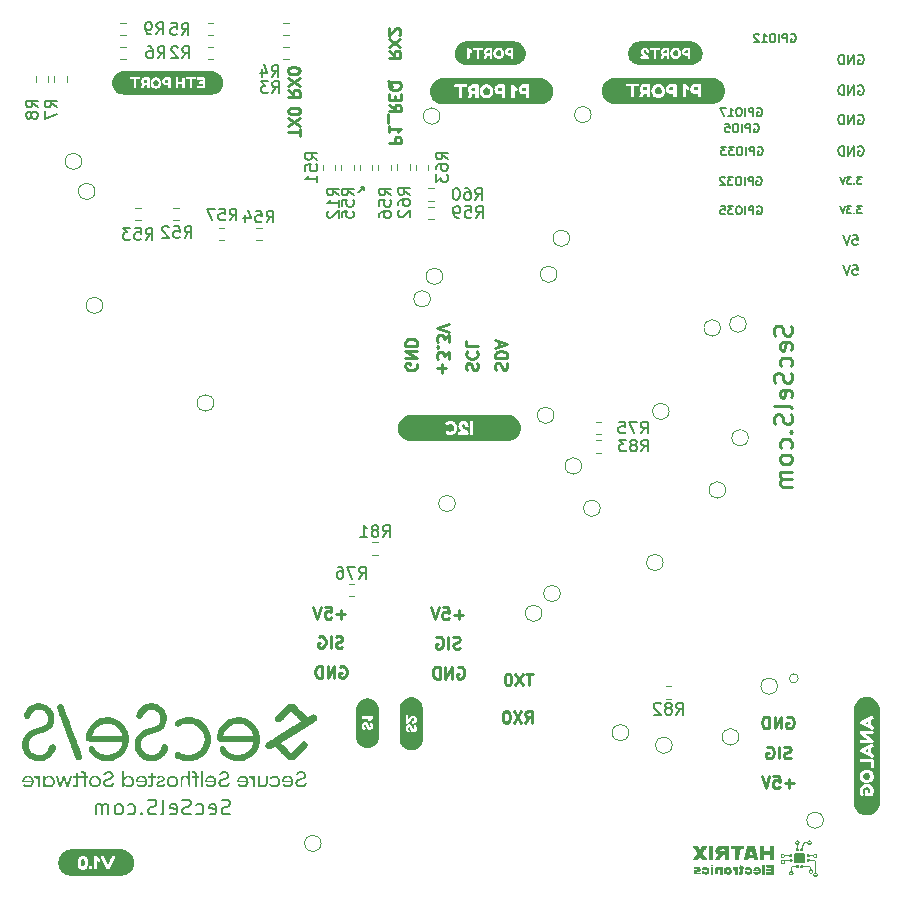
<source format=gbr>
%TF.GenerationSoftware,KiCad,Pcbnew,(6.0.9)*%
%TF.CreationDate,2023-01-10T10:00:19+01:00*%
%TF.ProjectId,P1_shield_board,50315f73-6869-4656-9c64-5f626f617264,V1.0*%
%TF.SameCoordinates,Original*%
%TF.FileFunction,Legend,Bot*%
%TF.FilePolarity,Positive*%
%FSLAX46Y46*%
G04 Gerber Fmt 4.6, Leading zero omitted, Abs format (unit mm)*
G04 Created by KiCad (PCBNEW (6.0.9)) date 2023-01-10 10:00:19*
%MOMM*%
%LPD*%
G01*
G04 APERTURE LIST*
%ADD10C,0.150000*%
%ADD11C,0.250000*%
%ADD12C,0.200000*%
%ADD13C,0.175000*%
%ADD14C,0.120000*%
G04 APERTURE END LIST*
D10*
X90424000Y-38303200D02*
X90678000Y-38557200D01*
X90678000Y-38303200D02*
X90424000Y-38303200D01*
X90093800Y-38735000D02*
X90246200Y-38735000D01*
X90246200Y-38735000D02*
X90678000Y-38303200D01*
X90678000Y-38557200D02*
X90678000Y-38303200D01*
X132762514Y-39955828D02*
X132391085Y-39955828D01*
X132591085Y-40184400D01*
X132505371Y-40184400D01*
X132448228Y-40212971D01*
X132419657Y-40241542D01*
X132391085Y-40298685D01*
X132391085Y-40441542D01*
X132419657Y-40498685D01*
X132448228Y-40527257D01*
X132505371Y-40555828D01*
X132676800Y-40555828D01*
X132733942Y-40527257D01*
X132762514Y-40498685D01*
X132133942Y-40498685D02*
X132105371Y-40527257D01*
X132133942Y-40555828D01*
X132162514Y-40527257D01*
X132133942Y-40498685D01*
X132133942Y-40555828D01*
X131905371Y-39955828D02*
X131533942Y-39955828D01*
X131733942Y-40184400D01*
X131648228Y-40184400D01*
X131591085Y-40212971D01*
X131562514Y-40241542D01*
X131533942Y-40298685D01*
X131533942Y-40441542D01*
X131562514Y-40498685D01*
X131591085Y-40527257D01*
X131648228Y-40555828D01*
X131819657Y-40555828D01*
X131876800Y-40527257D01*
X131905371Y-40498685D01*
X131362514Y-39955828D02*
X131162514Y-40555828D01*
X130962514Y-39955828D01*
D11*
X88806209Y-77315961D02*
X88663352Y-77363580D01*
X88425257Y-77363580D01*
X88330019Y-77315961D01*
X88282400Y-77268342D01*
X88234780Y-77173104D01*
X88234780Y-77077866D01*
X88282400Y-76982628D01*
X88330019Y-76935009D01*
X88425257Y-76887390D01*
X88615733Y-76839771D01*
X88710971Y-76792152D01*
X88758590Y-76744533D01*
X88806209Y-76649295D01*
X88806209Y-76554057D01*
X88758590Y-76458819D01*
X88710971Y-76411200D01*
X88615733Y-76363580D01*
X88377638Y-76363580D01*
X88234780Y-76411200D01*
X87806209Y-77363580D02*
X87806209Y-76363580D01*
X86806209Y-76411200D02*
X86901447Y-76363580D01*
X87044304Y-76363580D01*
X87187161Y-76411200D01*
X87282400Y-76506438D01*
X87330019Y-76601676D01*
X87377638Y-76792152D01*
X87377638Y-76935009D01*
X87330019Y-77125485D01*
X87282400Y-77220723D01*
X87187161Y-77315961D01*
X87044304Y-77363580D01*
X86949066Y-77363580D01*
X86806209Y-77315961D01*
X86758590Y-77268342D01*
X86758590Y-76935009D01*
X86949066Y-76935009D01*
X92765619Y-34650038D02*
X93765619Y-34650038D01*
X93765619Y-34269085D01*
X93718000Y-34173847D01*
X93670380Y-34126228D01*
X93575142Y-34078609D01*
X93432285Y-34078609D01*
X93337047Y-34126228D01*
X93289428Y-34173847D01*
X93241809Y-34269085D01*
X93241809Y-34650038D01*
X92765619Y-33126228D02*
X92765619Y-33697657D01*
X92765619Y-33411942D02*
X93765619Y-33411942D01*
X93622761Y-33507180D01*
X93527523Y-33602419D01*
X93479904Y-33697657D01*
X92670380Y-32935752D02*
X92670380Y-32173847D01*
X92765619Y-31364323D02*
X93241809Y-31697657D01*
X92765619Y-31935752D02*
X93765619Y-31935752D01*
X93765619Y-31554800D01*
X93718000Y-31459561D01*
X93670380Y-31411942D01*
X93575142Y-31364323D01*
X93432285Y-31364323D01*
X93337047Y-31411942D01*
X93289428Y-31459561D01*
X93241809Y-31554800D01*
X93241809Y-31935752D01*
X93289428Y-30935752D02*
X93289428Y-30602419D01*
X92765619Y-30459561D02*
X92765619Y-30935752D01*
X93765619Y-30935752D01*
X93765619Y-30459561D01*
X92670380Y-29364323D02*
X92718000Y-29459561D01*
X92813238Y-29554800D01*
X92956095Y-29697657D01*
X93003714Y-29792895D01*
X93003714Y-29888133D01*
X92765619Y-29840514D02*
X92813238Y-29935752D01*
X92908476Y-30030990D01*
X93098952Y-30078609D01*
X93432285Y-30078609D01*
X93622761Y-30030990D01*
X93718000Y-29935752D01*
X93765619Y-29840514D01*
X93765619Y-29650038D01*
X93718000Y-29554800D01*
X93622761Y-29459561D01*
X93432285Y-29411942D01*
X93098952Y-29411942D01*
X92908476Y-29459561D01*
X92813238Y-29554800D01*
X92765619Y-29650038D01*
X92765619Y-29840514D01*
X104920895Y-79538580D02*
X104349466Y-79538580D01*
X104635180Y-80538580D02*
X104635180Y-79538580D01*
X104111371Y-79538580D02*
X103444704Y-80538580D01*
X103444704Y-79538580D02*
X104111371Y-80538580D01*
X102873276Y-79538580D02*
X102778038Y-79538580D01*
X102682800Y-79586200D01*
X102635180Y-79633819D01*
X102587561Y-79729057D01*
X102539942Y-79919533D01*
X102539942Y-80157628D01*
X102587561Y-80348104D01*
X102635180Y-80443342D01*
X102682800Y-80490961D01*
X102778038Y-80538580D01*
X102873276Y-80538580D01*
X102968514Y-80490961D01*
X103016133Y-80443342D01*
X103063752Y-80348104D01*
X103111371Y-80157628D01*
X103111371Y-79919533D01*
X103063752Y-79729057D01*
X103016133Y-79633819D01*
X102968514Y-79586200D01*
X102873276Y-79538580D01*
X85231219Y-34004095D02*
X85231219Y-33432666D01*
X84231219Y-33718380D02*
X85231219Y-33718380D01*
X85231219Y-33194571D02*
X84231219Y-32527904D01*
X85231219Y-32527904D02*
X84231219Y-33194571D01*
X85231219Y-31956476D02*
X85231219Y-31861238D01*
X85183600Y-31766000D01*
X85135980Y-31718380D01*
X85040742Y-31670761D01*
X84850266Y-31623142D01*
X84612171Y-31623142D01*
X84421695Y-31670761D01*
X84326457Y-31718380D01*
X84278838Y-31766000D01*
X84231219Y-31861238D01*
X84231219Y-31956476D01*
X84278838Y-32051714D01*
X84326457Y-32099333D01*
X84421695Y-32146952D01*
X84612171Y-32194571D01*
X84850266Y-32194571D01*
X85040742Y-32146952D01*
X85135980Y-32099333D01*
X85183600Y-32051714D01*
X85231219Y-31956476D01*
D12*
X132486323Y-29775200D02*
X132562514Y-29737104D01*
X132676800Y-29737104D01*
X132791085Y-29775200D01*
X132867276Y-29851390D01*
X132905371Y-29927580D01*
X132943466Y-30079961D01*
X132943466Y-30194247D01*
X132905371Y-30346628D01*
X132867276Y-30422819D01*
X132791085Y-30499009D01*
X132676800Y-30537104D01*
X132600609Y-30537104D01*
X132486323Y-30499009D01*
X132448228Y-30460914D01*
X132448228Y-30194247D01*
X132600609Y-30194247D01*
X132105371Y-30537104D02*
X132105371Y-29737104D01*
X131648228Y-30537104D01*
X131648228Y-29737104D01*
X131267276Y-30537104D02*
X131267276Y-29737104D01*
X131076800Y-29737104D01*
X130962514Y-29775200D01*
X130886323Y-29851390D01*
X130848228Y-29927580D01*
X130810133Y-30079961D01*
X130810133Y-30194247D01*
X130848228Y-30346628D01*
X130886323Y-30422819D01*
X130962514Y-30499009D01*
X131076800Y-30537104D01*
X131267276Y-30537104D01*
D10*
X132762514Y-37466628D02*
X132391085Y-37466628D01*
X132591085Y-37695200D01*
X132505371Y-37695200D01*
X132448228Y-37723771D01*
X132419657Y-37752342D01*
X132391085Y-37809485D01*
X132391085Y-37952342D01*
X132419657Y-38009485D01*
X132448228Y-38038057D01*
X132505371Y-38066628D01*
X132676800Y-38066628D01*
X132733942Y-38038057D01*
X132762514Y-38009485D01*
X132133942Y-38009485D02*
X132105371Y-38038057D01*
X132133942Y-38066628D01*
X132162514Y-38038057D01*
X132133942Y-38009485D01*
X132133942Y-38066628D01*
X131905371Y-37466628D02*
X131533942Y-37466628D01*
X131733942Y-37695200D01*
X131648228Y-37695200D01*
X131591085Y-37723771D01*
X131562514Y-37752342D01*
X131533942Y-37809485D01*
X131533942Y-37952342D01*
X131562514Y-38009485D01*
X131591085Y-38038057D01*
X131648228Y-38066628D01*
X131819657Y-38066628D01*
X131876800Y-38038057D01*
X131905371Y-38009485D01*
X131362514Y-37466628D02*
X131162514Y-38066628D01*
X130962514Y-37466628D01*
D11*
X101804838Y-53792285D02*
X101757219Y-53649428D01*
X101757219Y-53411333D01*
X101804838Y-53316095D01*
X101852457Y-53268476D01*
X101947695Y-53220857D01*
X102042933Y-53220857D01*
X102138171Y-53268476D01*
X102185790Y-53316095D01*
X102233409Y-53411333D01*
X102281028Y-53601809D01*
X102328647Y-53697047D01*
X102376266Y-53744666D01*
X102471504Y-53792285D01*
X102566742Y-53792285D01*
X102661980Y-53744666D01*
X102709600Y-53697047D01*
X102757219Y-53601809D01*
X102757219Y-53363714D01*
X102709600Y-53220857D01*
X101757219Y-52792285D02*
X102757219Y-52792285D01*
X102757219Y-52554190D01*
X102709600Y-52411333D01*
X102614361Y-52316095D01*
X102519123Y-52268476D01*
X102328647Y-52220857D01*
X102185790Y-52220857D01*
X101995314Y-52268476D01*
X101900076Y-52316095D01*
X101804838Y-52411333D01*
X101757219Y-52554190D01*
X101757219Y-52792285D01*
X102042933Y-51839904D02*
X102042933Y-51363714D01*
X101757219Y-51935142D02*
X102757219Y-51601809D01*
X101757219Y-51268476D01*
D12*
X132486323Y-32264400D02*
X132562514Y-32226304D01*
X132676800Y-32226304D01*
X132791085Y-32264400D01*
X132867276Y-32340590D01*
X132905371Y-32416780D01*
X132943466Y-32569161D01*
X132943466Y-32683447D01*
X132905371Y-32835828D01*
X132867276Y-32912019D01*
X132791085Y-32988209D01*
X132676800Y-33026304D01*
X132600609Y-33026304D01*
X132486323Y-32988209D01*
X132448228Y-32950114D01*
X132448228Y-32683447D01*
X132600609Y-32683447D01*
X132105371Y-33026304D02*
X132105371Y-32226304D01*
X131648228Y-33026304D01*
X131648228Y-32226304D01*
X131267276Y-33026304D02*
X131267276Y-32226304D01*
X131076800Y-32226304D01*
X130962514Y-32264400D01*
X130886323Y-32340590D01*
X130848228Y-32416780D01*
X130810133Y-32569161D01*
X130810133Y-32683447D01*
X130848228Y-32835828D01*
X130886323Y-32912019D01*
X130962514Y-32988209D01*
X131076800Y-33026304D01*
X131267276Y-33026304D01*
X132029180Y-44977104D02*
X132410133Y-44977104D01*
X132448228Y-45358057D01*
X132410133Y-45319961D01*
X132333942Y-45281866D01*
X132143466Y-45281866D01*
X132067276Y-45319961D01*
X132029180Y-45358057D01*
X131991085Y-45434247D01*
X131991085Y-45624723D01*
X132029180Y-45700914D01*
X132067276Y-45739009D01*
X132143466Y-45777104D01*
X132333942Y-45777104D01*
X132410133Y-45739009D01*
X132448228Y-45700914D01*
X131762514Y-44977104D02*
X131495847Y-45777104D01*
X131229180Y-44977104D01*
D11*
X104300257Y-83713580D02*
X104633590Y-83237390D01*
X104871685Y-83713580D02*
X104871685Y-82713580D01*
X104490733Y-82713580D01*
X104395495Y-82761200D01*
X104347876Y-82808819D01*
X104300257Y-82904057D01*
X104300257Y-83046914D01*
X104347876Y-83142152D01*
X104395495Y-83189771D01*
X104490733Y-83237390D01*
X104871685Y-83237390D01*
X103966923Y-82713580D02*
X103300257Y-83713580D01*
X103300257Y-82713580D02*
X103966923Y-83713580D01*
X102728828Y-82713580D02*
X102633590Y-82713580D01*
X102538352Y-82761200D01*
X102490733Y-82808819D01*
X102443114Y-82904057D01*
X102395495Y-83094533D01*
X102395495Y-83332628D01*
X102443114Y-83523104D01*
X102490733Y-83618342D01*
X102538352Y-83665961D01*
X102633590Y-83713580D01*
X102728828Y-83713580D01*
X102824066Y-83665961D01*
X102871685Y-83618342D01*
X102919304Y-83523104D01*
X102966923Y-83332628D01*
X102966923Y-83094533D01*
X102919304Y-82904057D01*
X102871685Y-82808819D01*
X102824066Y-82761200D01*
X102728828Y-82713580D01*
X99029274Y-74544228D02*
X98267369Y-74544228D01*
X98648321Y-74925180D02*
X98648321Y-74163276D01*
X97314988Y-73925180D02*
X97791179Y-73925180D01*
X97838798Y-74401371D01*
X97791179Y-74353752D01*
X97695940Y-74306133D01*
X97457845Y-74306133D01*
X97362607Y-74353752D01*
X97314988Y-74401371D01*
X97267369Y-74496609D01*
X97267369Y-74734704D01*
X97314988Y-74829942D01*
X97362607Y-74877561D01*
X97457845Y-74925180D01*
X97695940Y-74925180D01*
X97791179Y-74877561D01*
X97838798Y-74829942D01*
X96981655Y-73925180D02*
X96648321Y-74925180D01*
X96314988Y-73925180D01*
X126794342Y-50064257D02*
X126865771Y-50278542D01*
X126865771Y-50635685D01*
X126794342Y-50778542D01*
X126722914Y-50849971D01*
X126580057Y-50921400D01*
X126437200Y-50921400D01*
X126294342Y-50849971D01*
X126222914Y-50778542D01*
X126151485Y-50635685D01*
X126080057Y-50349971D01*
X126008628Y-50207114D01*
X125937200Y-50135685D01*
X125794342Y-50064257D01*
X125651485Y-50064257D01*
X125508628Y-50135685D01*
X125437200Y-50207114D01*
X125365771Y-50349971D01*
X125365771Y-50707114D01*
X125437200Y-50921400D01*
X126794342Y-52135685D02*
X126865771Y-51992828D01*
X126865771Y-51707114D01*
X126794342Y-51564257D01*
X126651485Y-51492828D01*
X126080057Y-51492828D01*
X125937200Y-51564257D01*
X125865771Y-51707114D01*
X125865771Y-51992828D01*
X125937200Y-52135685D01*
X126080057Y-52207114D01*
X126222914Y-52207114D01*
X126365771Y-51492828D01*
X126794342Y-53492828D02*
X126865771Y-53349971D01*
X126865771Y-53064257D01*
X126794342Y-52921400D01*
X126722914Y-52849971D01*
X126580057Y-52778542D01*
X126151485Y-52778542D01*
X126008628Y-52849971D01*
X125937200Y-52921400D01*
X125865771Y-53064257D01*
X125865771Y-53349971D01*
X125937200Y-53492828D01*
X126794342Y-54064257D02*
X126865771Y-54278542D01*
X126865771Y-54635685D01*
X126794342Y-54778542D01*
X126722914Y-54849971D01*
X126580057Y-54921400D01*
X126437200Y-54921400D01*
X126294342Y-54849971D01*
X126222914Y-54778542D01*
X126151485Y-54635685D01*
X126080057Y-54349971D01*
X126008628Y-54207114D01*
X125937200Y-54135685D01*
X125794342Y-54064257D01*
X125651485Y-54064257D01*
X125508628Y-54135685D01*
X125437200Y-54207114D01*
X125365771Y-54349971D01*
X125365771Y-54707114D01*
X125437200Y-54921400D01*
X126794342Y-56135685D02*
X126865771Y-55992828D01*
X126865771Y-55707114D01*
X126794342Y-55564257D01*
X126651485Y-55492828D01*
X126080057Y-55492828D01*
X125937200Y-55564257D01*
X125865771Y-55707114D01*
X125865771Y-55992828D01*
X125937200Y-56135685D01*
X126080057Y-56207114D01*
X126222914Y-56207114D01*
X126365771Y-55492828D01*
X126865771Y-57064257D02*
X126794342Y-56921400D01*
X126651485Y-56849971D01*
X125365771Y-56849971D01*
X126794342Y-57564257D02*
X126865771Y-57778542D01*
X126865771Y-58135685D01*
X126794342Y-58278542D01*
X126722914Y-58349971D01*
X126580057Y-58421400D01*
X126437200Y-58421400D01*
X126294342Y-58349971D01*
X126222914Y-58278542D01*
X126151485Y-58135685D01*
X126080057Y-57849971D01*
X126008628Y-57707114D01*
X125937200Y-57635685D01*
X125794342Y-57564257D01*
X125651485Y-57564257D01*
X125508628Y-57635685D01*
X125437200Y-57707114D01*
X125365771Y-57849971D01*
X125365771Y-58207114D01*
X125437200Y-58421400D01*
X126722914Y-59064257D02*
X126794342Y-59135685D01*
X126865771Y-59064257D01*
X126794342Y-58992828D01*
X126722914Y-59064257D01*
X126865771Y-59064257D01*
X126794342Y-60421400D02*
X126865771Y-60278542D01*
X126865771Y-59992828D01*
X126794342Y-59849971D01*
X126722914Y-59778542D01*
X126580057Y-59707114D01*
X126151485Y-59707114D01*
X126008628Y-59778542D01*
X125937200Y-59849971D01*
X125865771Y-59992828D01*
X125865771Y-60278542D01*
X125937200Y-60421400D01*
X126865771Y-61278542D02*
X126794342Y-61135685D01*
X126722914Y-61064257D01*
X126580057Y-60992828D01*
X126151485Y-60992828D01*
X126008628Y-61064257D01*
X125937200Y-61135685D01*
X125865771Y-61278542D01*
X125865771Y-61492828D01*
X125937200Y-61635685D01*
X126008628Y-61707114D01*
X126151485Y-61778542D01*
X126580057Y-61778542D01*
X126722914Y-61707114D01*
X126794342Y-61635685D01*
X126865771Y-61492828D01*
X126865771Y-61278542D01*
X126865771Y-62421400D02*
X125865771Y-62421400D01*
X126008628Y-62421400D02*
X125937200Y-62492828D01*
X125865771Y-62635685D01*
X125865771Y-62849971D01*
X125937200Y-62992828D01*
X126080057Y-63064257D01*
X126865771Y-63064257D01*
X126080057Y-63064257D02*
X125937200Y-63135685D01*
X125865771Y-63278542D01*
X125865771Y-63492828D01*
X125937200Y-63635685D01*
X126080057Y-63707114D01*
X126865771Y-63707114D01*
D13*
X123947066Y-39985200D02*
X124013733Y-39951866D01*
X124113733Y-39951866D01*
X124213733Y-39985200D01*
X124280400Y-40051866D01*
X124313733Y-40118533D01*
X124347066Y-40251866D01*
X124347066Y-40351866D01*
X124313733Y-40485200D01*
X124280400Y-40551866D01*
X124213733Y-40618533D01*
X124113733Y-40651866D01*
X124047066Y-40651866D01*
X123947066Y-40618533D01*
X123913733Y-40585200D01*
X123913733Y-40351866D01*
X124047066Y-40351866D01*
X123613733Y-40651866D02*
X123613733Y-39951866D01*
X123347066Y-39951866D01*
X123280400Y-39985200D01*
X123247066Y-40018533D01*
X123213733Y-40085200D01*
X123213733Y-40185200D01*
X123247066Y-40251866D01*
X123280400Y-40285200D01*
X123347066Y-40318533D01*
X123613733Y-40318533D01*
X122913733Y-40651866D02*
X122913733Y-39951866D01*
X122447066Y-39951866D02*
X122313733Y-39951866D01*
X122247066Y-39985200D01*
X122180400Y-40051866D01*
X122147066Y-40185200D01*
X122147066Y-40418533D01*
X122180400Y-40551866D01*
X122247066Y-40618533D01*
X122313733Y-40651866D01*
X122447066Y-40651866D01*
X122513733Y-40618533D01*
X122580400Y-40551866D01*
X122613733Y-40418533D01*
X122613733Y-40185200D01*
X122580400Y-40051866D01*
X122513733Y-39985200D01*
X122447066Y-39951866D01*
X121913733Y-39951866D02*
X121480400Y-39951866D01*
X121713733Y-40218533D01*
X121613733Y-40218533D01*
X121547066Y-40251866D01*
X121513733Y-40285200D01*
X121480400Y-40351866D01*
X121480400Y-40518533D01*
X121513733Y-40585200D01*
X121547066Y-40618533D01*
X121613733Y-40651866D01*
X121813733Y-40651866D01*
X121880400Y-40618533D01*
X121913733Y-40585200D01*
X120847066Y-39951866D02*
X121180400Y-39951866D01*
X121213733Y-40285200D01*
X121180400Y-40251866D01*
X121113733Y-40218533D01*
X120947066Y-40218533D01*
X120880400Y-40251866D01*
X120847066Y-40285200D01*
X120813733Y-40351866D01*
X120813733Y-40518533D01*
X120847066Y-40585200D01*
X120880400Y-40618533D01*
X120947066Y-40651866D01*
X121113733Y-40651866D01*
X121180400Y-40618533D01*
X121213733Y-40585200D01*
D11*
X88595104Y-78951200D02*
X88690342Y-78903580D01*
X88833200Y-78903580D01*
X88976057Y-78951200D01*
X89071295Y-79046438D01*
X89118914Y-79141676D01*
X89166533Y-79332152D01*
X89166533Y-79475009D01*
X89118914Y-79665485D01*
X89071295Y-79760723D01*
X88976057Y-79855961D01*
X88833200Y-79903580D01*
X88737961Y-79903580D01*
X88595104Y-79855961D01*
X88547485Y-79808342D01*
X88547485Y-79475009D01*
X88737961Y-79475009D01*
X88118914Y-79903580D02*
X88118914Y-78903580D01*
X87547485Y-79903580D01*
X87547485Y-78903580D01*
X87071295Y-79903580D02*
X87071295Y-78903580D01*
X86833200Y-78903580D01*
X86690342Y-78951200D01*
X86595104Y-79046438D01*
X86547485Y-79141676D01*
X86499866Y-79332152D01*
X86499866Y-79475009D01*
X86547485Y-79665485D01*
X86595104Y-79760723D01*
X86690342Y-79855961D01*
X86833200Y-79903580D01*
X87071295Y-79903580D01*
X126753809Y-86663161D02*
X126610952Y-86710780D01*
X126372857Y-86710780D01*
X126277619Y-86663161D01*
X126230000Y-86615542D01*
X126182380Y-86520304D01*
X126182380Y-86425066D01*
X126230000Y-86329828D01*
X126277619Y-86282209D01*
X126372857Y-86234590D01*
X126563333Y-86186971D01*
X126658571Y-86139352D01*
X126706190Y-86091733D01*
X126753809Y-85996495D01*
X126753809Y-85901257D01*
X126706190Y-85806019D01*
X126658571Y-85758400D01*
X126563333Y-85710780D01*
X126325238Y-85710780D01*
X126182380Y-85758400D01*
X125753809Y-86710780D02*
X125753809Y-85710780D01*
X124753809Y-85758400D02*
X124849047Y-85710780D01*
X124991904Y-85710780D01*
X125134761Y-85758400D01*
X125230000Y-85853638D01*
X125277619Y-85948876D01*
X125325238Y-86139352D01*
X125325238Y-86282209D01*
X125277619Y-86472685D01*
X125230000Y-86567923D01*
X125134761Y-86663161D01*
X124991904Y-86710780D01*
X124896666Y-86710780D01*
X124753809Y-86663161D01*
X124706190Y-86615542D01*
X124706190Y-86282209D01*
X124896666Y-86282209D01*
D12*
X79298085Y-91387152D02*
X79119514Y-91446676D01*
X78821895Y-91446676D01*
X78702847Y-91387152D01*
X78643323Y-91327628D01*
X78583800Y-91208580D01*
X78583800Y-91089533D01*
X78643323Y-90970485D01*
X78702847Y-90910961D01*
X78821895Y-90851438D01*
X79059990Y-90791914D01*
X79179038Y-90732390D01*
X79238561Y-90672866D01*
X79298085Y-90553819D01*
X79298085Y-90434771D01*
X79238561Y-90315723D01*
X79179038Y-90256200D01*
X79059990Y-90196676D01*
X78762371Y-90196676D01*
X78583800Y-90256200D01*
X77571895Y-91387152D02*
X77690942Y-91446676D01*
X77929038Y-91446676D01*
X78048085Y-91387152D01*
X78107609Y-91268104D01*
X78107609Y-90791914D01*
X78048085Y-90672866D01*
X77929038Y-90613342D01*
X77690942Y-90613342D01*
X77571895Y-90672866D01*
X77512371Y-90791914D01*
X77512371Y-90910961D01*
X78107609Y-91030009D01*
X76440942Y-91387152D02*
X76559990Y-91446676D01*
X76798085Y-91446676D01*
X76917133Y-91387152D01*
X76976657Y-91327628D01*
X77036180Y-91208580D01*
X77036180Y-90851438D01*
X76976657Y-90732390D01*
X76917133Y-90672866D01*
X76798085Y-90613342D01*
X76559990Y-90613342D01*
X76440942Y-90672866D01*
X75964752Y-91387152D02*
X75786180Y-91446676D01*
X75488561Y-91446676D01*
X75369514Y-91387152D01*
X75309990Y-91327628D01*
X75250466Y-91208580D01*
X75250466Y-91089533D01*
X75309990Y-90970485D01*
X75369514Y-90910961D01*
X75488561Y-90851438D01*
X75726657Y-90791914D01*
X75845704Y-90732390D01*
X75905228Y-90672866D01*
X75964752Y-90553819D01*
X75964752Y-90434771D01*
X75905228Y-90315723D01*
X75845704Y-90256200D01*
X75726657Y-90196676D01*
X75429038Y-90196676D01*
X75250466Y-90256200D01*
X74238561Y-91387152D02*
X74357609Y-91446676D01*
X74595704Y-91446676D01*
X74714752Y-91387152D01*
X74774276Y-91268104D01*
X74774276Y-90791914D01*
X74714752Y-90672866D01*
X74595704Y-90613342D01*
X74357609Y-90613342D01*
X74238561Y-90672866D01*
X74179038Y-90791914D01*
X74179038Y-90910961D01*
X74774276Y-91030009D01*
X73464752Y-91446676D02*
X73583800Y-91387152D01*
X73643323Y-91268104D01*
X73643323Y-90196676D01*
X73048085Y-91387152D02*
X72869514Y-91446676D01*
X72571895Y-91446676D01*
X72452847Y-91387152D01*
X72393323Y-91327628D01*
X72333800Y-91208580D01*
X72333800Y-91089533D01*
X72393323Y-90970485D01*
X72452847Y-90910961D01*
X72571895Y-90851438D01*
X72809990Y-90791914D01*
X72929038Y-90732390D01*
X72988561Y-90672866D01*
X73048085Y-90553819D01*
X73048085Y-90434771D01*
X72988561Y-90315723D01*
X72929038Y-90256200D01*
X72809990Y-90196676D01*
X72512371Y-90196676D01*
X72333800Y-90256200D01*
X71798085Y-91327628D02*
X71738561Y-91387152D01*
X71798085Y-91446676D01*
X71857609Y-91387152D01*
X71798085Y-91327628D01*
X71798085Y-91446676D01*
X70667133Y-91387152D02*
X70786180Y-91446676D01*
X71024276Y-91446676D01*
X71143323Y-91387152D01*
X71202847Y-91327628D01*
X71262371Y-91208580D01*
X71262371Y-90851438D01*
X71202847Y-90732390D01*
X71143323Y-90672866D01*
X71024276Y-90613342D01*
X70786180Y-90613342D01*
X70667133Y-90672866D01*
X69952847Y-91446676D02*
X70071895Y-91387152D01*
X70131419Y-91327628D01*
X70190942Y-91208580D01*
X70190942Y-90851438D01*
X70131419Y-90732390D01*
X70071895Y-90672866D01*
X69952847Y-90613342D01*
X69774276Y-90613342D01*
X69655228Y-90672866D01*
X69595704Y-90732390D01*
X69536180Y-90851438D01*
X69536180Y-91208580D01*
X69595704Y-91327628D01*
X69655228Y-91387152D01*
X69774276Y-91446676D01*
X69952847Y-91446676D01*
X69000466Y-91446676D02*
X69000466Y-90613342D01*
X69000466Y-90732390D02*
X68940942Y-90672866D01*
X68821895Y-90613342D01*
X68643323Y-90613342D01*
X68524276Y-90672866D01*
X68464752Y-90791914D01*
X68464752Y-91446676D01*
X68464752Y-90791914D02*
X68405228Y-90672866D01*
X68286180Y-90613342D01*
X68107609Y-90613342D01*
X67988561Y-90672866D01*
X67929038Y-90791914D01*
X67929038Y-91446676D01*
D11*
X126441104Y-83218400D02*
X126536342Y-83170780D01*
X126679200Y-83170780D01*
X126822057Y-83218400D01*
X126917295Y-83313638D01*
X126964914Y-83408876D01*
X127012533Y-83599352D01*
X127012533Y-83742209D01*
X126964914Y-83932685D01*
X126917295Y-84027923D01*
X126822057Y-84123161D01*
X126679200Y-84170780D01*
X126583961Y-84170780D01*
X126441104Y-84123161D01*
X126393485Y-84075542D01*
X126393485Y-83742209D01*
X126583961Y-83742209D01*
X125964914Y-84170780D02*
X125964914Y-83170780D01*
X125393485Y-84170780D01*
X125393485Y-83170780D01*
X124917295Y-84170780D02*
X124917295Y-83170780D01*
X124679200Y-83170780D01*
X124536342Y-83218400D01*
X124441104Y-83313638D01*
X124393485Y-83408876D01*
X124345866Y-83599352D01*
X124345866Y-83742209D01*
X124393485Y-83932685D01*
X124441104Y-84027923D01*
X124536342Y-84123161D01*
X124679200Y-84170780D01*
X124917295Y-84170780D01*
D12*
X132486323Y-27184400D02*
X132562514Y-27146304D01*
X132676800Y-27146304D01*
X132791085Y-27184400D01*
X132867276Y-27260590D01*
X132905371Y-27336780D01*
X132943466Y-27489161D01*
X132943466Y-27603447D01*
X132905371Y-27755828D01*
X132867276Y-27832019D01*
X132791085Y-27908209D01*
X132676800Y-27946304D01*
X132600609Y-27946304D01*
X132486323Y-27908209D01*
X132448228Y-27870114D01*
X132448228Y-27603447D01*
X132600609Y-27603447D01*
X132105371Y-27946304D02*
X132105371Y-27146304D01*
X131648228Y-27946304D01*
X131648228Y-27146304D01*
X131267276Y-27946304D02*
X131267276Y-27146304D01*
X131076800Y-27146304D01*
X130962514Y-27184400D01*
X130886323Y-27260590D01*
X130848228Y-27336780D01*
X130810133Y-27489161D01*
X130810133Y-27603447D01*
X130848228Y-27755828D01*
X130886323Y-27832019D01*
X130962514Y-27908209D01*
X131076800Y-27946304D01*
X131267276Y-27946304D01*
D13*
X126791866Y-25405600D02*
X126858533Y-25372266D01*
X126958533Y-25372266D01*
X127058533Y-25405600D01*
X127125200Y-25472266D01*
X127158533Y-25538933D01*
X127191866Y-25672266D01*
X127191866Y-25772266D01*
X127158533Y-25905600D01*
X127125200Y-25972266D01*
X127058533Y-26038933D01*
X126958533Y-26072266D01*
X126891866Y-26072266D01*
X126791866Y-26038933D01*
X126758533Y-26005600D01*
X126758533Y-25772266D01*
X126891866Y-25772266D01*
X126458533Y-26072266D02*
X126458533Y-25372266D01*
X126191866Y-25372266D01*
X126125200Y-25405600D01*
X126091866Y-25438933D01*
X126058533Y-25505600D01*
X126058533Y-25605600D01*
X126091866Y-25672266D01*
X126125200Y-25705600D01*
X126191866Y-25738933D01*
X126458533Y-25738933D01*
X125758533Y-26072266D02*
X125758533Y-25372266D01*
X125291866Y-25372266D02*
X125158533Y-25372266D01*
X125091866Y-25405600D01*
X125025200Y-25472266D01*
X124991866Y-25605600D01*
X124991866Y-25838933D01*
X125025200Y-25972266D01*
X125091866Y-26038933D01*
X125158533Y-26072266D01*
X125291866Y-26072266D01*
X125358533Y-26038933D01*
X125425200Y-25972266D01*
X125458533Y-25838933D01*
X125458533Y-25605600D01*
X125425200Y-25472266D01*
X125358533Y-25405600D01*
X125291866Y-25372266D01*
X124325200Y-26072266D02*
X124725200Y-26072266D01*
X124525200Y-26072266D02*
X124525200Y-25372266D01*
X124591866Y-25472266D01*
X124658533Y-25538933D01*
X124725200Y-25572266D01*
X124058533Y-25438933D02*
X124025200Y-25405600D01*
X123958533Y-25372266D01*
X123791866Y-25372266D01*
X123725200Y-25405600D01*
X123691866Y-25438933D01*
X123658533Y-25505600D01*
X123658533Y-25572266D01*
X123691866Y-25672266D01*
X124091866Y-26072266D01*
X123658533Y-26072266D01*
D11*
X99315638Y-53819276D02*
X99268019Y-53676419D01*
X99268019Y-53438323D01*
X99315638Y-53343085D01*
X99363257Y-53295466D01*
X99458495Y-53247847D01*
X99553733Y-53247847D01*
X99648971Y-53295466D01*
X99696590Y-53343085D01*
X99744209Y-53438323D01*
X99791828Y-53628800D01*
X99839447Y-53724038D01*
X99887066Y-53771657D01*
X99982304Y-53819276D01*
X100077542Y-53819276D01*
X100172780Y-53771657D01*
X100220400Y-53724038D01*
X100268019Y-53628800D01*
X100268019Y-53390704D01*
X100220400Y-53247847D01*
X99363257Y-52247847D02*
X99315638Y-52295466D01*
X99268019Y-52438323D01*
X99268019Y-52533561D01*
X99315638Y-52676419D01*
X99410876Y-52771657D01*
X99506114Y-52819276D01*
X99696590Y-52866895D01*
X99839447Y-52866895D01*
X100029923Y-52819276D01*
X100125161Y-52771657D01*
X100220400Y-52676419D01*
X100268019Y-52533561D01*
X100268019Y-52438323D01*
X100220400Y-52295466D01*
X100172780Y-52247847D01*
X99268019Y-51343085D02*
X99268019Y-51819276D01*
X100268019Y-51819276D01*
X92714819Y-26804857D02*
X93191009Y-27138190D01*
X92714819Y-27376285D02*
X93714819Y-27376285D01*
X93714819Y-26995333D01*
X93667200Y-26900095D01*
X93619580Y-26852476D01*
X93524342Y-26804857D01*
X93381485Y-26804857D01*
X93286247Y-26852476D01*
X93238628Y-26900095D01*
X93191009Y-26995333D01*
X93191009Y-27376285D01*
X93714819Y-26471523D02*
X92714819Y-25804857D01*
X93714819Y-25804857D02*
X92714819Y-26471523D01*
X93619580Y-25471523D02*
X93667200Y-25423904D01*
X93714819Y-25328666D01*
X93714819Y-25090571D01*
X93667200Y-24995333D01*
X93619580Y-24947714D01*
X93524342Y-24900095D01*
X93429104Y-24900095D01*
X93286247Y-24947714D01*
X92714819Y-25519142D01*
X92714819Y-24900095D01*
X97210571Y-54070000D02*
X97210571Y-53308095D01*
X96829619Y-53689047D02*
X97591523Y-53689047D01*
X97829619Y-52927142D02*
X97829619Y-52308095D01*
X97448666Y-52641428D01*
X97448666Y-52498571D01*
X97401047Y-52403333D01*
X97353428Y-52355714D01*
X97258190Y-52308095D01*
X97020095Y-52308095D01*
X96924857Y-52355714D01*
X96877238Y-52403333D01*
X96829619Y-52498571D01*
X96829619Y-52784285D01*
X96877238Y-52879523D01*
X96924857Y-52927142D01*
X96924857Y-51879523D02*
X96877238Y-51831904D01*
X96829619Y-51879523D01*
X96877238Y-51927142D01*
X96924857Y-51879523D01*
X96829619Y-51879523D01*
X97829619Y-51498571D02*
X97829619Y-50879523D01*
X97448666Y-51212857D01*
X97448666Y-51070000D01*
X97401047Y-50974761D01*
X97353428Y-50927142D01*
X97258190Y-50879523D01*
X97020095Y-50879523D01*
X96924857Y-50927142D01*
X96877238Y-50974761D01*
X96829619Y-51070000D01*
X96829619Y-51355714D01*
X96877238Y-51450952D01*
X96924857Y-51498571D01*
X97829619Y-50593809D02*
X96829619Y-50260476D01*
X97829619Y-49927142D01*
X98556264Y-79002000D02*
X98651502Y-78954380D01*
X98794360Y-78954380D01*
X98937217Y-79002000D01*
X99032455Y-79097238D01*
X99080074Y-79192476D01*
X99127693Y-79382952D01*
X99127693Y-79525809D01*
X99080074Y-79716285D01*
X99032455Y-79811523D01*
X98937217Y-79906761D01*
X98794360Y-79954380D01*
X98699121Y-79954380D01*
X98556264Y-79906761D01*
X98508645Y-79859142D01*
X98508645Y-79525809D01*
X98699121Y-79525809D01*
X98080074Y-79954380D02*
X98080074Y-78954380D01*
X97508645Y-79954380D01*
X97508645Y-78954380D01*
X97032455Y-79954380D02*
X97032455Y-78954380D01*
X96794360Y-78954380D01*
X96651502Y-79002000D01*
X96556264Y-79097238D01*
X96508645Y-79192476D01*
X96461026Y-79382952D01*
X96461026Y-79525809D01*
X96508645Y-79716285D01*
X96556264Y-79811523D01*
X96651502Y-79906761D01*
X96794360Y-79954380D01*
X97032455Y-79954380D01*
X89068114Y-74493428D02*
X88306209Y-74493428D01*
X88687161Y-74874380D02*
X88687161Y-74112476D01*
X87353828Y-73874380D02*
X87830019Y-73874380D01*
X87877638Y-74350571D01*
X87830019Y-74302952D01*
X87734780Y-74255333D01*
X87496685Y-74255333D01*
X87401447Y-74302952D01*
X87353828Y-74350571D01*
X87306209Y-74445809D01*
X87306209Y-74683904D01*
X87353828Y-74779142D01*
X87401447Y-74826761D01*
X87496685Y-74874380D01*
X87734780Y-74874380D01*
X87830019Y-74826761D01*
X87877638Y-74779142D01*
X87020495Y-73874380D02*
X86687161Y-74874380D01*
X86353828Y-73874380D01*
D13*
X123947066Y-31654000D02*
X124013733Y-31620666D01*
X124113733Y-31620666D01*
X124213733Y-31654000D01*
X124280400Y-31720666D01*
X124313733Y-31787333D01*
X124347066Y-31920666D01*
X124347066Y-32020666D01*
X124313733Y-32154000D01*
X124280400Y-32220666D01*
X124213733Y-32287333D01*
X124113733Y-32320666D01*
X124047066Y-32320666D01*
X123947066Y-32287333D01*
X123913733Y-32254000D01*
X123913733Y-32020666D01*
X124047066Y-32020666D01*
X123613733Y-32320666D02*
X123613733Y-31620666D01*
X123347066Y-31620666D01*
X123280400Y-31654000D01*
X123247066Y-31687333D01*
X123213733Y-31754000D01*
X123213733Y-31854000D01*
X123247066Y-31920666D01*
X123280400Y-31954000D01*
X123347066Y-31987333D01*
X123613733Y-31987333D01*
X122913733Y-32320666D02*
X122913733Y-31620666D01*
X122447066Y-31620666D02*
X122313733Y-31620666D01*
X122247066Y-31654000D01*
X122180400Y-31720666D01*
X122147066Y-31854000D01*
X122147066Y-32087333D01*
X122180400Y-32220666D01*
X122247066Y-32287333D01*
X122313733Y-32320666D01*
X122447066Y-32320666D01*
X122513733Y-32287333D01*
X122580400Y-32220666D01*
X122613733Y-32087333D01*
X122613733Y-31854000D01*
X122580400Y-31720666D01*
X122513733Y-31654000D01*
X122447066Y-31620666D01*
X121480400Y-32320666D02*
X121880400Y-32320666D01*
X121680400Y-32320666D02*
X121680400Y-31620666D01*
X121747066Y-31720666D01*
X121813733Y-31787333D01*
X121880400Y-31820666D01*
X121247066Y-31620666D02*
X120780400Y-31620666D01*
X121080400Y-32320666D01*
D11*
X95089600Y-53289104D02*
X95137219Y-53384342D01*
X95137219Y-53527200D01*
X95089600Y-53670057D01*
X94994361Y-53765295D01*
X94899123Y-53812914D01*
X94708647Y-53860533D01*
X94565790Y-53860533D01*
X94375314Y-53812914D01*
X94280076Y-53765295D01*
X94184838Y-53670057D01*
X94137219Y-53527200D01*
X94137219Y-53431961D01*
X94184838Y-53289104D01*
X94232457Y-53241485D01*
X94565790Y-53241485D01*
X94565790Y-53431961D01*
X94137219Y-52812914D02*
X95137219Y-52812914D01*
X94137219Y-52241485D01*
X95137219Y-52241485D01*
X94137219Y-51765295D02*
X95137219Y-51765295D01*
X95137219Y-51527200D01*
X95089600Y-51384342D01*
X94994361Y-51289104D01*
X94899123Y-51241485D01*
X94708647Y-51193866D01*
X94565790Y-51193866D01*
X94375314Y-51241485D01*
X94280076Y-51289104D01*
X94184838Y-51384342D01*
X94137219Y-51527200D01*
X94137219Y-51765295D01*
X84180419Y-30106857D02*
X84656609Y-30440190D01*
X84180419Y-30678285D02*
X85180419Y-30678285D01*
X85180419Y-30297333D01*
X85132800Y-30202095D01*
X85085180Y-30154476D01*
X84989942Y-30106857D01*
X84847085Y-30106857D01*
X84751847Y-30154476D01*
X84704228Y-30202095D01*
X84656609Y-30297333D01*
X84656609Y-30678285D01*
X85180419Y-29773523D02*
X84180419Y-29106857D01*
X85180419Y-29106857D02*
X84180419Y-29773523D01*
X85180419Y-28535428D02*
X85180419Y-28440190D01*
X85132800Y-28344952D01*
X85085180Y-28297333D01*
X84989942Y-28249714D01*
X84799466Y-28202095D01*
X84561371Y-28202095D01*
X84370895Y-28249714D01*
X84275657Y-28297333D01*
X84228038Y-28344952D01*
X84180419Y-28440190D01*
X84180419Y-28535428D01*
X84228038Y-28630666D01*
X84275657Y-28678285D01*
X84370895Y-28725904D01*
X84561371Y-28773523D01*
X84799466Y-28773523D01*
X84989942Y-28725904D01*
X85085180Y-28678285D01*
X85132800Y-28630666D01*
X85180419Y-28535428D01*
D12*
X132029180Y-42437104D02*
X132410133Y-42437104D01*
X132448228Y-42818057D01*
X132410133Y-42779961D01*
X132333942Y-42741866D01*
X132143466Y-42741866D01*
X132067276Y-42779961D01*
X132029180Y-42818057D01*
X131991085Y-42894247D01*
X131991085Y-43084723D01*
X132029180Y-43160914D01*
X132067276Y-43199009D01*
X132143466Y-43237104D01*
X132333942Y-43237104D01*
X132410133Y-43199009D01*
X132448228Y-43160914D01*
X131762514Y-42437104D02*
X131495847Y-43237104D01*
X131229180Y-42437104D01*
D11*
X98767369Y-77366761D02*
X98624512Y-77414380D01*
X98386417Y-77414380D01*
X98291179Y-77366761D01*
X98243560Y-77319142D01*
X98195940Y-77223904D01*
X98195940Y-77128666D01*
X98243560Y-77033428D01*
X98291179Y-76985809D01*
X98386417Y-76938190D01*
X98576893Y-76890571D01*
X98672131Y-76842952D01*
X98719750Y-76795333D01*
X98767369Y-76700095D01*
X98767369Y-76604857D01*
X98719750Y-76509619D01*
X98672131Y-76462000D01*
X98576893Y-76414380D01*
X98338798Y-76414380D01*
X98195940Y-76462000D01*
X97767369Y-77414380D02*
X97767369Y-76414380D01*
X96767369Y-76462000D02*
X96862607Y-76414380D01*
X97005464Y-76414380D01*
X97148321Y-76462000D01*
X97243560Y-76557238D01*
X97291179Y-76652476D01*
X97338798Y-76842952D01*
X97338798Y-76985809D01*
X97291179Y-77176285D01*
X97243560Y-77271523D01*
X97148321Y-77366761D01*
X97005464Y-77414380D01*
X96910226Y-77414380D01*
X96767369Y-77366761D01*
X96719750Y-77319142D01*
X96719750Y-76985809D01*
X96910226Y-76985809D01*
X127015714Y-88819028D02*
X126253809Y-88819028D01*
X126634761Y-89199980D02*
X126634761Y-88438076D01*
X125301428Y-88199980D02*
X125777619Y-88199980D01*
X125825238Y-88676171D01*
X125777619Y-88628552D01*
X125682380Y-88580933D01*
X125444285Y-88580933D01*
X125349047Y-88628552D01*
X125301428Y-88676171D01*
X125253809Y-88771409D01*
X125253809Y-89009504D01*
X125301428Y-89104742D01*
X125349047Y-89152361D01*
X125444285Y-89199980D01*
X125682380Y-89199980D01*
X125777619Y-89152361D01*
X125825238Y-89104742D01*
X124968095Y-88199980D02*
X124634761Y-89199980D01*
X124301428Y-88199980D01*
D12*
X132486323Y-34906000D02*
X132562514Y-34867904D01*
X132676800Y-34867904D01*
X132791085Y-34906000D01*
X132867276Y-34982190D01*
X132905371Y-35058380D01*
X132943466Y-35210761D01*
X132943466Y-35325047D01*
X132905371Y-35477428D01*
X132867276Y-35553619D01*
X132791085Y-35629809D01*
X132676800Y-35667904D01*
X132600609Y-35667904D01*
X132486323Y-35629809D01*
X132448228Y-35591714D01*
X132448228Y-35325047D01*
X132600609Y-35325047D01*
X132105371Y-35667904D02*
X132105371Y-34867904D01*
X131648228Y-35667904D01*
X131648228Y-34867904D01*
X131267276Y-35667904D02*
X131267276Y-34867904D01*
X131076800Y-34867904D01*
X130962514Y-34906000D01*
X130886323Y-34982190D01*
X130848228Y-35058380D01*
X130810133Y-35210761D01*
X130810133Y-35325047D01*
X130848228Y-35477428D01*
X130886323Y-35553619D01*
X130962514Y-35629809D01*
X131076800Y-35667904D01*
X131267276Y-35667904D01*
D13*
X123896266Y-37496000D02*
X123962933Y-37462666D01*
X124062933Y-37462666D01*
X124162933Y-37496000D01*
X124229600Y-37562666D01*
X124262933Y-37629333D01*
X124296266Y-37762666D01*
X124296266Y-37862666D01*
X124262933Y-37996000D01*
X124229600Y-38062666D01*
X124162933Y-38129333D01*
X124062933Y-38162666D01*
X123996266Y-38162666D01*
X123896266Y-38129333D01*
X123862933Y-38096000D01*
X123862933Y-37862666D01*
X123996266Y-37862666D01*
X123562933Y-38162666D02*
X123562933Y-37462666D01*
X123296266Y-37462666D01*
X123229600Y-37496000D01*
X123196266Y-37529333D01*
X123162933Y-37596000D01*
X123162933Y-37696000D01*
X123196266Y-37762666D01*
X123229600Y-37796000D01*
X123296266Y-37829333D01*
X123562933Y-37829333D01*
X122862933Y-38162666D02*
X122862933Y-37462666D01*
X122396266Y-37462666D02*
X122262933Y-37462666D01*
X122196266Y-37496000D01*
X122129600Y-37562666D01*
X122096266Y-37696000D01*
X122096266Y-37929333D01*
X122129600Y-38062666D01*
X122196266Y-38129333D01*
X122262933Y-38162666D01*
X122396266Y-38162666D01*
X122462933Y-38129333D01*
X122529600Y-38062666D01*
X122562933Y-37929333D01*
X122562933Y-37696000D01*
X122529600Y-37562666D01*
X122462933Y-37496000D01*
X122396266Y-37462666D01*
X121862933Y-37462666D02*
X121429600Y-37462666D01*
X121662933Y-37729333D01*
X121562933Y-37729333D01*
X121496266Y-37762666D01*
X121462933Y-37796000D01*
X121429600Y-37862666D01*
X121429600Y-38029333D01*
X121462933Y-38096000D01*
X121496266Y-38129333D01*
X121562933Y-38162666D01*
X121762933Y-38162666D01*
X121829600Y-38129333D01*
X121862933Y-38096000D01*
X121162933Y-37529333D02*
X121129600Y-37496000D01*
X121062933Y-37462666D01*
X120896266Y-37462666D01*
X120829600Y-37496000D01*
X120796266Y-37529333D01*
X120762933Y-37596000D01*
X120762933Y-37662666D01*
X120796266Y-37762666D01*
X121196266Y-38162666D01*
X120762933Y-38162666D01*
X123997866Y-34956000D02*
X124064533Y-34922666D01*
X124164533Y-34922666D01*
X124264533Y-34956000D01*
X124331200Y-35022666D01*
X124364533Y-35089333D01*
X124397866Y-35222666D01*
X124397866Y-35322666D01*
X124364533Y-35456000D01*
X124331200Y-35522666D01*
X124264533Y-35589333D01*
X124164533Y-35622666D01*
X124097866Y-35622666D01*
X123997866Y-35589333D01*
X123964533Y-35556000D01*
X123964533Y-35322666D01*
X124097866Y-35322666D01*
X123664533Y-35622666D02*
X123664533Y-34922666D01*
X123397866Y-34922666D01*
X123331200Y-34956000D01*
X123297866Y-34989333D01*
X123264533Y-35056000D01*
X123264533Y-35156000D01*
X123297866Y-35222666D01*
X123331200Y-35256000D01*
X123397866Y-35289333D01*
X123664533Y-35289333D01*
X122964533Y-35622666D02*
X122964533Y-34922666D01*
X122497866Y-34922666D02*
X122364533Y-34922666D01*
X122297866Y-34956000D01*
X122231200Y-35022666D01*
X122197866Y-35156000D01*
X122197866Y-35389333D01*
X122231200Y-35522666D01*
X122297866Y-35589333D01*
X122364533Y-35622666D01*
X122497866Y-35622666D01*
X122564533Y-35589333D01*
X122631200Y-35522666D01*
X122664533Y-35389333D01*
X122664533Y-35156000D01*
X122631200Y-35022666D01*
X122564533Y-34956000D01*
X122497866Y-34922666D01*
X121964533Y-34922666D02*
X121531200Y-34922666D01*
X121764533Y-35189333D01*
X121664533Y-35189333D01*
X121597866Y-35222666D01*
X121564533Y-35256000D01*
X121531200Y-35322666D01*
X121531200Y-35489333D01*
X121564533Y-35556000D01*
X121597866Y-35589333D01*
X121664533Y-35622666D01*
X121864533Y-35622666D01*
X121931200Y-35589333D01*
X121964533Y-35556000D01*
X121297866Y-34922666D02*
X120864533Y-34922666D01*
X121097866Y-35189333D01*
X120997866Y-35189333D01*
X120931200Y-35222666D01*
X120897866Y-35256000D01*
X120864533Y-35322666D01*
X120864533Y-35489333D01*
X120897866Y-35556000D01*
X120931200Y-35589333D01*
X120997866Y-35622666D01*
X121197866Y-35622666D01*
X121264533Y-35589333D01*
X121297866Y-35556000D01*
X123664533Y-33025600D02*
X123731200Y-32992266D01*
X123831200Y-32992266D01*
X123931200Y-33025600D01*
X123997866Y-33092266D01*
X124031200Y-33158933D01*
X124064533Y-33292266D01*
X124064533Y-33392266D01*
X124031200Y-33525600D01*
X123997866Y-33592266D01*
X123931200Y-33658933D01*
X123831200Y-33692266D01*
X123764533Y-33692266D01*
X123664533Y-33658933D01*
X123631200Y-33625600D01*
X123631200Y-33392266D01*
X123764533Y-33392266D01*
X123331200Y-33692266D02*
X123331200Y-32992266D01*
X123064533Y-32992266D01*
X122997866Y-33025600D01*
X122964533Y-33058933D01*
X122931200Y-33125600D01*
X122931200Y-33225600D01*
X122964533Y-33292266D01*
X122997866Y-33325600D01*
X123064533Y-33358933D01*
X123331200Y-33358933D01*
X122631200Y-33692266D02*
X122631200Y-32992266D01*
X122164533Y-32992266D02*
X122031200Y-32992266D01*
X121964533Y-33025600D01*
X121897866Y-33092266D01*
X121864533Y-33225600D01*
X121864533Y-33458933D01*
X121897866Y-33592266D01*
X121964533Y-33658933D01*
X122031200Y-33692266D01*
X122164533Y-33692266D01*
X122231200Y-33658933D01*
X122297866Y-33592266D01*
X122331200Y-33458933D01*
X122331200Y-33225600D01*
X122297866Y-33092266D01*
X122231200Y-33025600D01*
X122164533Y-32992266D01*
X121231200Y-32992266D02*
X121564533Y-32992266D01*
X121597866Y-33325600D01*
X121564533Y-33292266D01*
X121497866Y-33258933D01*
X121331200Y-33258933D01*
X121264533Y-33292266D01*
X121231200Y-33325600D01*
X121197866Y-33392266D01*
X121197866Y-33558933D01*
X121231200Y-33625600D01*
X121264533Y-33658933D01*
X121331200Y-33692266D01*
X121497866Y-33692266D01*
X121564533Y-33658933D01*
X121597866Y-33625600D01*
D10*
%TO.C,R6*%
X73166266Y-27427180D02*
X73499600Y-26950990D01*
X73737695Y-27427180D02*
X73737695Y-26427180D01*
X73356742Y-26427180D01*
X73261504Y-26474800D01*
X73213885Y-26522419D01*
X73166266Y-26617657D01*
X73166266Y-26760514D01*
X73213885Y-26855752D01*
X73261504Y-26903371D01*
X73356742Y-26950990D01*
X73737695Y-26950990D01*
X72309123Y-26427180D02*
X72499600Y-26427180D01*
X72594838Y-26474800D01*
X72642457Y-26522419D01*
X72737695Y-26665276D01*
X72785314Y-26855752D01*
X72785314Y-27236704D01*
X72737695Y-27331942D01*
X72690076Y-27379561D01*
X72594838Y-27427180D01*
X72404361Y-27427180D01*
X72309123Y-27379561D01*
X72261504Y-27331942D01*
X72213885Y-27236704D01*
X72213885Y-26998609D01*
X72261504Y-26903371D01*
X72309123Y-26855752D01*
X72404361Y-26808133D01*
X72594838Y-26808133D01*
X72690076Y-26855752D01*
X72737695Y-26903371D01*
X72785314Y-26998609D01*
%TO.C,R8*%
X63037980Y-31583333D02*
X62561790Y-31250000D01*
X63037980Y-31011904D02*
X62037980Y-31011904D01*
X62037980Y-31392857D01*
X62085600Y-31488095D01*
X62133219Y-31535714D01*
X62228457Y-31583333D01*
X62371314Y-31583333D01*
X62466552Y-31535714D01*
X62514171Y-31488095D01*
X62561790Y-31392857D01*
X62561790Y-31011904D01*
X62466552Y-32154761D02*
X62418933Y-32059523D01*
X62371314Y-32011904D01*
X62276076Y-31964285D01*
X62228457Y-31964285D01*
X62133219Y-32011904D01*
X62085600Y-32059523D01*
X62037980Y-32154761D01*
X62037980Y-32345238D01*
X62085600Y-32440476D01*
X62133219Y-32488095D01*
X62228457Y-32535714D01*
X62276076Y-32535714D01*
X62371314Y-32488095D01*
X62418933Y-32440476D01*
X62466552Y-32345238D01*
X62466552Y-32154761D01*
X62514171Y-32059523D01*
X62561790Y-32011904D01*
X62657028Y-31964285D01*
X62847504Y-31964285D01*
X62942742Y-32011904D01*
X62990361Y-32059523D01*
X63037980Y-32154761D01*
X63037980Y-32345238D01*
X62990361Y-32440476D01*
X62942742Y-32488095D01*
X62847504Y-32535714D01*
X62657028Y-32535714D01*
X62561790Y-32488095D01*
X62514171Y-32440476D01*
X62466552Y-32345238D01*
%TO.C,R3*%
X82869066Y-30373580D02*
X83202400Y-29897390D01*
X83440495Y-30373580D02*
X83440495Y-29373580D01*
X83059542Y-29373580D01*
X82964304Y-29421200D01*
X82916685Y-29468819D01*
X82869066Y-29564057D01*
X82869066Y-29706914D01*
X82916685Y-29802152D01*
X82964304Y-29849771D01*
X83059542Y-29897390D01*
X83440495Y-29897390D01*
X82535733Y-29373580D02*
X81916685Y-29373580D01*
X82250019Y-29754533D01*
X82107161Y-29754533D01*
X82011923Y-29802152D01*
X81964304Y-29849771D01*
X81916685Y-29945009D01*
X81916685Y-30183104D01*
X81964304Y-30278342D01*
X82011923Y-30325961D01*
X82107161Y-30373580D01*
X82392876Y-30373580D01*
X82488114Y-30325961D01*
X82535733Y-30278342D01*
%TO.C,R9*%
X73064666Y-25395180D02*
X73398000Y-24918990D01*
X73636095Y-25395180D02*
X73636095Y-24395180D01*
X73255142Y-24395180D01*
X73159904Y-24442800D01*
X73112285Y-24490419D01*
X73064666Y-24585657D01*
X73064666Y-24728514D01*
X73112285Y-24823752D01*
X73159904Y-24871371D01*
X73255142Y-24918990D01*
X73636095Y-24918990D01*
X72588476Y-25395180D02*
X72398000Y-25395180D01*
X72302761Y-25347561D01*
X72255142Y-25299942D01*
X72159904Y-25157085D01*
X72112285Y-24966609D01*
X72112285Y-24585657D01*
X72159904Y-24490419D01*
X72207523Y-24442800D01*
X72302761Y-24395180D01*
X72493238Y-24395180D01*
X72588476Y-24442800D01*
X72636095Y-24490419D01*
X72683714Y-24585657D01*
X72683714Y-24823752D01*
X72636095Y-24918990D01*
X72588476Y-24966609D01*
X72493238Y-25014228D01*
X72302761Y-25014228D01*
X72207523Y-24966609D01*
X72159904Y-24918990D01*
X72112285Y-24823752D01*
%TO.C,R62*%
X94533980Y-38981142D02*
X94057790Y-38647809D01*
X94533980Y-38409714D02*
X93533980Y-38409714D01*
X93533980Y-38790666D01*
X93581600Y-38885904D01*
X93629219Y-38933523D01*
X93724457Y-38981142D01*
X93867314Y-38981142D01*
X93962552Y-38933523D01*
X94010171Y-38885904D01*
X94057790Y-38790666D01*
X94057790Y-38409714D01*
X93533980Y-39838285D02*
X93533980Y-39647809D01*
X93581600Y-39552571D01*
X93629219Y-39504952D01*
X93772076Y-39409714D01*
X93962552Y-39362095D01*
X94343504Y-39362095D01*
X94438742Y-39409714D01*
X94486361Y-39457333D01*
X94533980Y-39552571D01*
X94533980Y-39743047D01*
X94486361Y-39838285D01*
X94438742Y-39885904D01*
X94343504Y-39933523D01*
X94105409Y-39933523D01*
X94010171Y-39885904D01*
X93962552Y-39838285D01*
X93914933Y-39743047D01*
X93914933Y-39552571D01*
X93962552Y-39457333D01*
X94010171Y-39409714D01*
X94105409Y-39362095D01*
X93629219Y-40314476D02*
X93581600Y-40362095D01*
X93533980Y-40457333D01*
X93533980Y-40695428D01*
X93581600Y-40790666D01*
X93629219Y-40838285D01*
X93724457Y-40885904D01*
X93819695Y-40885904D01*
X93962552Y-40838285D01*
X94533980Y-40266857D01*
X94533980Y-40885904D01*
%TO.C,R63*%
X97734380Y-35983942D02*
X97258190Y-35650609D01*
X97734380Y-35412514D02*
X96734380Y-35412514D01*
X96734380Y-35793466D01*
X96782000Y-35888704D01*
X96829619Y-35936323D01*
X96924857Y-35983942D01*
X97067714Y-35983942D01*
X97162952Y-35936323D01*
X97210571Y-35888704D01*
X97258190Y-35793466D01*
X97258190Y-35412514D01*
X96734380Y-36841085D02*
X96734380Y-36650609D01*
X96782000Y-36555371D01*
X96829619Y-36507752D01*
X96972476Y-36412514D01*
X97162952Y-36364895D01*
X97543904Y-36364895D01*
X97639142Y-36412514D01*
X97686761Y-36460133D01*
X97734380Y-36555371D01*
X97734380Y-36745847D01*
X97686761Y-36841085D01*
X97639142Y-36888704D01*
X97543904Y-36936323D01*
X97305809Y-36936323D01*
X97210571Y-36888704D01*
X97162952Y-36841085D01*
X97115333Y-36745847D01*
X97115333Y-36555371D01*
X97162952Y-36460133D01*
X97210571Y-36412514D01*
X97305809Y-36364895D01*
X96734380Y-37269657D02*
X96734380Y-37888704D01*
X97115333Y-37555371D01*
X97115333Y-37698228D01*
X97162952Y-37793466D01*
X97210571Y-37841085D01*
X97305809Y-37888704D01*
X97543904Y-37888704D01*
X97639142Y-37841085D01*
X97686761Y-37793466D01*
X97734380Y-37698228D01*
X97734380Y-37412514D01*
X97686761Y-37317276D01*
X97639142Y-37269657D01*
%TO.C,R83*%
X114130057Y-60726580D02*
X114463390Y-60250390D01*
X114701485Y-60726580D02*
X114701485Y-59726580D01*
X114320533Y-59726580D01*
X114225295Y-59774200D01*
X114177676Y-59821819D01*
X114130057Y-59917057D01*
X114130057Y-60059914D01*
X114177676Y-60155152D01*
X114225295Y-60202771D01*
X114320533Y-60250390D01*
X114701485Y-60250390D01*
X113558628Y-60155152D02*
X113653866Y-60107533D01*
X113701485Y-60059914D01*
X113749104Y-59964676D01*
X113749104Y-59917057D01*
X113701485Y-59821819D01*
X113653866Y-59774200D01*
X113558628Y-59726580D01*
X113368152Y-59726580D01*
X113272914Y-59774200D01*
X113225295Y-59821819D01*
X113177676Y-59917057D01*
X113177676Y-59964676D01*
X113225295Y-60059914D01*
X113272914Y-60107533D01*
X113368152Y-60155152D01*
X113558628Y-60155152D01*
X113653866Y-60202771D01*
X113701485Y-60250390D01*
X113749104Y-60345628D01*
X113749104Y-60536104D01*
X113701485Y-60631342D01*
X113653866Y-60678961D01*
X113558628Y-60726580D01*
X113368152Y-60726580D01*
X113272914Y-60678961D01*
X113225295Y-60631342D01*
X113177676Y-60536104D01*
X113177676Y-60345628D01*
X113225295Y-60250390D01*
X113272914Y-60202771D01*
X113368152Y-60155152D01*
X112844342Y-59726580D02*
X112225295Y-59726580D01*
X112558628Y-60107533D01*
X112415771Y-60107533D01*
X112320533Y-60155152D01*
X112272914Y-60202771D01*
X112225295Y-60298009D01*
X112225295Y-60536104D01*
X112272914Y-60631342D01*
X112320533Y-60678961D01*
X112415771Y-60726580D01*
X112701485Y-60726580D01*
X112796723Y-60678961D01*
X112844342Y-60631342D01*
%TO.C,R52*%
X75444057Y-42652380D02*
X75777390Y-42176190D01*
X76015485Y-42652380D02*
X76015485Y-41652380D01*
X75634533Y-41652380D01*
X75539295Y-41700000D01*
X75491676Y-41747619D01*
X75444057Y-41842857D01*
X75444057Y-41985714D01*
X75491676Y-42080952D01*
X75539295Y-42128571D01*
X75634533Y-42176190D01*
X76015485Y-42176190D01*
X74539295Y-41652380D02*
X75015485Y-41652380D01*
X75063104Y-42128571D01*
X75015485Y-42080952D01*
X74920247Y-42033333D01*
X74682152Y-42033333D01*
X74586914Y-42080952D01*
X74539295Y-42128571D01*
X74491676Y-42223809D01*
X74491676Y-42461904D01*
X74539295Y-42557142D01*
X74586914Y-42604761D01*
X74682152Y-42652380D01*
X74920247Y-42652380D01*
X75015485Y-42604761D01*
X75063104Y-42557142D01*
X74110723Y-41747619D02*
X74063104Y-41700000D01*
X73967866Y-41652380D01*
X73729771Y-41652380D01*
X73634533Y-41700000D01*
X73586914Y-41747619D01*
X73539295Y-41842857D01*
X73539295Y-41938095D01*
X73586914Y-42080952D01*
X74158342Y-42652380D01*
X73539295Y-42652380D01*
%TO.C,R59*%
X100109257Y-40939980D02*
X100442590Y-40463790D01*
X100680685Y-40939980D02*
X100680685Y-39939980D01*
X100299733Y-39939980D01*
X100204495Y-39987600D01*
X100156876Y-40035219D01*
X100109257Y-40130457D01*
X100109257Y-40273314D01*
X100156876Y-40368552D01*
X100204495Y-40416171D01*
X100299733Y-40463790D01*
X100680685Y-40463790D01*
X99204495Y-39939980D02*
X99680685Y-39939980D01*
X99728304Y-40416171D01*
X99680685Y-40368552D01*
X99585447Y-40320933D01*
X99347352Y-40320933D01*
X99252114Y-40368552D01*
X99204495Y-40416171D01*
X99156876Y-40511409D01*
X99156876Y-40749504D01*
X99204495Y-40844742D01*
X99252114Y-40892361D01*
X99347352Y-40939980D01*
X99585447Y-40939980D01*
X99680685Y-40892361D01*
X99728304Y-40844742D01*
X98680685Y-40939980D02*
X98490209Y-40939980D01*
X98394971Y-40892361D01*
X98347352Y-40844742D01*
X98252114Y-40701885D01*
X98204495Y-40511409D01*
X98204495Y-40130457D01*
X98252114Y-40035219D01*
X98299733Y-39987600D01*
X98394971Y-39939980D01*
X98585447Y-39939980D01*
X98680685Y-39987600D01*
X98728304Y-40035219D01*
X98775923Y-40130457D01*
X98775923Y-40368552D01*
X98728304Y-40463790D01*
X98680685Y-40511409D01*
X98585447Y-40559028D01*
X98394971Y-40559028D01*
X98299733Y-40511409D01*
X98252114Y-40463790D01*
X98204495Y-40368552D01*
%TO.C,R5*%
X75198266Y-25445980D02*
X75531600Y-24969790D01*
X75769695Y-25445980D02*
X75769695Y-24445980D01*
X75388742Y-24445980D01*
X75293504Y-24493600D01*
X75245885Y-24541219D01*
X75198266Y-24636457D01*
X75198266Y-24779314D01*
X75245885Y-24874552D01*
X75293504Y-24922171D01*
X75388742Y-24969790D01*
X75769695Y-24969790D01*
X74293504Y-24445980D02*
X74769695Y-24445980D01*
X74817314Y-24922171D01*
X74769695Y-24874552D01*
X74674457Y-24826933D01*
X74436361Y-24826933D01*
X74341123Y-24874552D01*
X74293504Y-24922171D01*
X74245885Y-25017409D01*
X74245885Y-25255504D01*
X74293504Y-25350742D01*
X74341123Y-25398361D01*
X74436361Y-25445980D01*
X74674457Y-25445980D01*
X74769695Y-25398361D01*
X74817314Y-25350742D01*
%TO.C,R60*%
X100058457Y-39415980D02*
X100391790Y-38939790D01*
X100629885Y-39415980D02*
X100629885Y-38415980D01*
X100248933Y-38415980D01*
X100153695Y-38463600D01*
X100106076Y-38511219D01*
X100058457Y-38606457D01*
X100058457Y-38749314D01*
X100106076Y-38844552D01*
X100153695Y-38892171D01*
X100248933Y-38939790D01*
X100629885Y-38939790D01*
X99201314Y-38415980D02*
X99391790Y-38415980D01*
X99487028Y-38463600D01*
X99534647Y-38511219D01*
X99629885Y-38654076D01*
X99677504Y-38844552D01*
X99677504Y-39225504D01*
X99629885Y-39320742D01*
X99582266Y-39368361D01*
X99487028Y-39415980D01*
X99296552Y-39415980D01*
X99201314Y-39368361D01*
X99153695Y-39320742D01*
X99106076Y-39225504D01*
X99106076Y-38987409D01*
X99153695Y-38892171D01*
X99201314Y-38844552D01*
X99296552Y-38796933D01*
X99487028Y-38796933D01*
X99582266Y-38844552D01*
X99629885Y-38892171D01*
X99677504Y-38987409D01*
X98487028Y-38415980D02*
X98391790Y-38415980D01*
X98296552Y-38463600D01*
X98248933Y-38511219D01*
X98201314Y-38606457D01*
X98153695Y-38796933D01*
X98153695Y-39035028D01*
X98201314Y-39225504D01*
X98248933Y-39320742D01*
X98296552Y-39368361D01*
X98391790Y-39415980D01*
X98487028Y-39415980D01*
X98582266Y-39368361D01*
X98629885Y-39320742D01*
X98677504Y-39225504D01*
X98725123Y-39035028D01*
X98725123Y-38796933D01*
X98677504Y-38606457D01*
X98629885Y-38511219D01*
X98582266Y-38463600D01*
X98487028Y-38415980D01*
%TO.C,R56*%
X92908380Y-39031942D02*
X92432190Y-38698609D01*
X92908380Y-38460514D02*
X91908380Y-38460514D01*
X91908380Y-38841466D01*
X91956000Y-38936704D01*
X92003619Y-38984323D01*
X92098857Y-39031942D01*
X92241714Y-39031942D01*
X92336952Y-38984323D01*
X92384571Y-38936704D01*
X92432190Y-38841466D01*
X92432190Y-38460514D01*
X91908380Y-39936704D02*
X91908380Y-39460514D01*
X92384571Y-39412895D01*
X92336952Y-39460514D01*
X92289333Y-39555752D01*
X92289333Y-39793847D01*
X92336952Y-39889085D01*
X92384571Y-39936704D01*
X92479809Y-39984323D01*
X92717904Y-39984323D01*
X92813142Y-39936704D01*
X92860761Y-39889085D01*
X92908380Y-39793847D01*
X92908380Y-39555752D01*
X92860761Y-39460514D01*
X92813142Y-39412895D01*
X91908380Y-40841466D02*
X91908380Y-40650990D01*
X91956000Y-40555752D01*
X92003619Y-40508133D01*
X92146476Y-40412895D01*
X92336952Y-40365276D01*
X92717904Y-40365276D01*
X92813142Y-40412895D01*
X92860761Y-40460514D01*
X92908380Y-40555752D01*
X92908380Y-40746228D01*
X92860761Y-40841466D01*
X92813142Y-40889085D01*
X92717904Y-40936704D01*
X92479809Y-40936704D01*
X92384571Y-40889085D01*
X92336952Y-40841466D01*
X92289333Y-40746228D01*
X92289333Y-40555752D01*
X92336952Y-40460514D01*
X92384571Y-40412895D01*
X92479809Y-40365276D01*
%TO.C,R55*%
X89758780Y-39031942D02*
X89282590Y-38698609D01*
X89758780Y-38460514D02*
X88758780Y-38460514D01*
X88758780Y-38841466D01*
X88806400Y-38936704D01*
X88854019Y-38984323D01*
X88949257Y-39031942D01*
X89092114Y-39031942D01*
X89187352Y-38984323D01*
X89234971Y-38936704D01*
X89282590Y-38841466D01*
X89282590Y-38460514D01*
X88758780Y-39936704D02*
X88758780Y-39460514D01*
X89234971Y-39412895D01*
X89187352Y-39460514D01*
X89139733Y-39555752D01*
X89139733Y-39793847D01*
X89187352Y-39889085D01*
X89234971Y-39936704D01*
X89330209Y-39984323D01*
X89568304Y-39984323D01*
X89663542Y-39936704D01*
X89711161Y-39889085D01*
X89758780Y-39793847D01*
X89758780Y-39555752D01*
X89711161Y-39460514D01*
X89663542Y-39412895D01*
X88758780Y-40889085D02*
X88758780Y-40412895D01*
X89234971Y-40365276D01*
X89187352Y-40412895D01*
X89139733Y-40508133D01*
X89139733Y-40746228D01*
X89187352Y-40841466D01*
X89234971Y-40889085D01*
X89330209Y-40936704D01*
X89568304Y-40936704D01*
X89663542Y-40889085D01*
X89711161Y-40841466D01*
X89758780Y-40746228D01*
X89758780Y-40508133D01*
X89711161Y-40412895D01*
X89663542Y-40365276D01*
%TO.C,R81*%
X92235257Y-67957980D02*
X92568590Y-67481790D01*
X92806685Y-67957980D02*
X92806685Y-66957980D01*
X92425733Y-66957980D01*
X92330495Y-67005600D01*
X92282876Y-67053219D01*
X92235257Y-67148457D01*
X92235257Y-67291314D01*
X92282876Y-67386552D01*
X92330495Y-67434171D01*
X92425733Y-67481790D01*
X92806685Y-67481790D01*
X91663828Y-67386552D02*
X91759066Y-67338933D01*
X91806685Y-67291314D01*
X91854304Y-67196076D01*
X91854304Y-67148457D01*
X91806685Y-67053219D01*
X91759066Y-67005600D01*
X91663828Y-66957980D01*
X91473352Y-66957980D01*
X91378114Y-67005600D01*
X91330495Y-67053219D01*
X91282876Y-67148457D01*
X91282876Y-67196076D01*
X91330495Y-67291314D01*
X91378114Y-67338933D01*
X91473352Y-67386552D01*
X91663828Y-67386552D01*
X91759066Y-67434171D01*
X91806685Y-67481790D01*
X91854304Y-67577028D01*
X91854304Y-67767504D01*
X91806685Y-67862742D01*
X91759066Y-67910361D01*
X91663828Y-67957980D01*
X91473352Y-67957980D01*
X91378114Y-67910361D01*
X91330495Y-67862742D01*
X91282876Y-67767504D01*
X91282876Y-67577028D01*
X91330495Y-67481790D01*
X91378114Y-67434171D01*
X91473352Y-67386552D01*
X90330495Y-67957980D02*
X90901923Y-67957980D01*
X90616209Y-67957980D02*
X90616209Y-66957980D01*
X90711447Y-67100838D01*
X90806685Y-67196076D01*
X90901923Y-67243695D01*
%TO.C,R12*%
X88514180Y-39031942D02*
X88037990Y-38698609D01*
X88514180Y-38460514D02*
X87514180Y-38460514D01*
X87514180Y-38841466D01*
X87561800Y-38936704D01*
X87609419Y-38984323D01*
X87704657Y-39031942D01*
X87847514Y-39031942D01*
X87942752Y-38984323D01*
X87990371Y-38936704D01*
X88037990Y-38841466D01*
X88037990Y-38460514D01*
X88514180Y-39984323D02*
X88514180Y-39412895D01*
X88514180Y-39698609D02*
X87514180Y-39698609D01*
X87657038Y-39603371D01*
X87752276Y-39508133D01*
X87799895Y-39412895D01*
X87609419Y-40365276D02*
X87561800Y-40412895D01*
X87514180Y-40508133D01*
X87514180Y-40746228D01*
X87561800Y-40841466D01*
X87609419Y-40889085D01*
X87704657Y-40936704D01*
X87799895Y-40936704D01*
X87942752Y-40889085D01*
X88514180Y-40317657D01*
X88514180Y-40936704D01*
%TO.C,R4*%
X82818266Y-29001980D02*
X83151600Y-28525790D01*
X83389695Y-29001980D02*
X83389695Y-28001980D01*
X83008742Y-28001980D01*
X82913504Y-28049600D01*
X82865885Y-28097219D01*
X82818266Y-28192457D01*
X82818266Y-28335314D01*
X82865885Y-28430552D01*
X82913504Y-28478171D01*
X83008742Y-28525790D01*
X83389695Y-28525790D01*
X81961123Y-28335314D02*
X81961123Y-29001980D01*
X82199219Y-27954361D02*
X82437314Y-28668647D01*
X81818266Y-28668647D01*
%TO.C,R54*%
X82382857Y-41332380D02*
X82716190Y-40856190D01*
X82954285Y-41332380D02*
X82954285Y-40332380D01*
X82573333Y-40332380D01*
X82478095Y-40380000D01*
X82430476Y-40427619D01*
X82382857Y-40522857D01*
X82382857Y-40665714D01*
X82430476Y-40760952D01*
X82478095Y-40808571D01*
X82573333Y-40856190D01*
X82954285Y-40856190D01*
X81478095Y-40332380D02*
X81954285Y-40332380D01*
X82001904Y-40808571D01*
X81954285Y-40760952D01*
X81859047Y-40713333D01*
X81620952Y-40713333D01*
X81525714Y-40760952D01*
X81478095Y-40808571D01*
X81430476Y-40903809D01*
X81430476Y-41141904D01*
X81478095Y-41237142D01*
X81525714Y-41284761D01*
X81620952Y-41332380D01*
X81859047Y-41332380D01*
X81954285Y-41284761D01*
X82001904Y-41237142D01*
X80573333Y-40665714D02*
X80573333Y-41332380D01*
X80811428Y-40284761D02*
X81049523Y-40999047D01*
X80430476Y-40999047D01*
%TO.C,R75*%
X114079257Y-59202580D02*
X114412590Y-58726390D01*
X114650685Y-59202580D02*
X114650685Y-58202580D01*
X114269733Y-58202580D01*
X114174495Y-58250200D01*
X114126876Y-58297819D01*
X114079257Y-58393057D01*
X114079257Y-58535914D01*
X114126876Y-58631152D01*
X114174495Y-58678771D01*
X114269733Y-58726390D01*
X114650685Y-58726390D01*
X113745923Y-58202580D02*
X113079257Y-58202580D01*
X113507828Y-59202580D01*
X112222114Y-58202580D02*
X112698304Y-58202580D01*
X112745923Y-58678771D01*
X112698304Y-58631152D01*
X112603066Y-58583533D01*
X112364971Y-58583533D01*
X112269733Y-58631152D01*
X112222114Y-58678771D01*
X112174495Y-58774009D01*
X112174495Y-59012104D01*
X112222114Y-59107342D01*
X112269733Y-59154961D01*
X112364971Y-59202580D01*
X112603066Y-59202580D01*
X112698304Y-59154961D01*
X112745923Y-59107342D01*
%TO.C,R76*%
X90228657Y-71488580D02*
X90561990Y-71012390D01*
X90800085Y-71488580D02*
X90800085Y-70488580D01*
X90419133Y-70488580D01*
X90323895Y-70536200D01*
X90276276Y-70583819D01*
X90228657Y-70679057D01*
X90228657Y-70821914D01*
X90276276Y-70917152D01*
X90323895Y-70964771D01*
X90419133Y-71012390D01*
X90800085Y-71012390D01*
X89895323Y-70488580D02*
X89228657Y-70488580D01*
X89657228Y-71488580D01*
X88419133Y-70488580D02*
X88609609Y-70488580D01*
X88704847Y-70536200D01*
X88752466Y-70583819D01*
X88847704Y-70726676D01*
X88895323Y-70917152D01*
X88895323Y-71298104D01*
X88847704Y-71393342D01*
X88800085Y-71440961D01*
X88704847Y-71488580D01*
X88514371Y-71488580D01*
X88419133Y-71440961D01*
X88371514Y-71393342D01*
X88323895Y-71298104D01*
X88323895Y-71060009D01*
X88371514Y-70964771D01*
X88419133Y-70917152D01*
X88514371Y-70869533D01*
X88704847Y-70869533D01*
X88800085Y-70917152D01*
X88847704Y-70964771D01*
X88895323Y-71060009D01*
%TO.C,R57*%
X79268657Y-41162180D02*
X79601990Y-40685990D01*
X79840085Y-41162180D02*
X79840085Y-40162180D01*
X79459133Y-40162180D01*
X79363895Y-40209800D01*
X79316276Y-40257419D01*
X79268657Y-40352657D01*
X79268657Y-40495514D01*
X79316276Y-40590752D01*
X79363895Y-40638371D01*
X79459133Y-40685990D01*
X79840085Y-40685990D01*
X78363895Y-40162180D02*
X78840085Y-40162180D01*
X78887704Y-40638371D01*
X78840085Y-40590752D01*
X78744847Y-40543133D01*
X78506752Y-40543133D01*
X78411514Y-40590752D01*
X78363895Y-40638371D01*
X78316276Y-40733609D01*
X78316276Y-40971704D01*
X78363895Y-41066942D01*
X78411514Y-41114561D01*
X78506752Y-41162180D01*
X78744847Y-41162180D01*
X78840085Y-41114561D01*
X78887704Y-41066942D01*
X77982942Y-40162180D02*
X77316276Y-40162180D01*
X77744847Y-41162180D01*
%TO.C,R7*%
X64612780Y-31583333D02*
X64136590Y-31250000D01*
X64612780Y-31011904D02*
X63612780Y-31011904D01*
X63612780Y-31392857D01*
X63660400Y-31488095D01*
X63708019Y-31535714D01*
X63803257Y-31583333D01*
X63946114Y-31583333D01*
X64041352Y-31535714D01*
X64088971Y-31488095D01*
X64136590Y-31392857D01*
X64136590Y-31011904D01*
X63612780Y-31916666D02*
X63612780Y-32583333D01*
X64612780Y-32154761D01*
%TO.C,R51*%
X86677780Y-36034742D02*
X86201590Y-35701409D01*
X86677780Y-35463314D02*
X85677780Y-35463314D01*
X85677780Y-35844266D01*
X85725400Y-35939504D01*
X85773019Y-35987123D01*
X85868257Y-36034742D01*
X86011114Y-36034742D01*
X86106352Y-35987123D01*
X86153971Y-35939504D01*
X86201590Y-35844266D01*
X86201590Y-35463314D01*
X85677780Y-36939504D02*
X85677780Y-36463314D01*
X86153971Y-36415695D01*
X86106352Y-36463314D01*
X86058733Y-36558552D01*
X86058733Y-36796647D01*
X86106352Y-36891885D01*
X86153971Y-36939504D01*
X86249209Y-36987123D01*
X86487304Y-36987123D01*
X86582542Y-36939504D01*
X86630161Y-36891885D01*
X86677780Y-36796647D01*
X86677780Y-36558552D01*
X86630161Y-36463314D01*
X86582542Y-36415695D01*
X86677780Y-37939504D02*
X86677780Y-37368076D01*
X86677780Y-37653790D02*
X85677780Y-37653790D01*
X85820638Y-37558552D01*
X85915876Y-37463314D01*
X85963495Y-37368076D01*
%TO.C,R53*%
X72142857Y-42802380D02*
X72476190Y-42326190D01*
X72714285Y-42802380D02*
X72714285Y-41802380D01*
X72333333Y-41802380D01*
X72238095Y-41850000D01*
X72190476Y-41897619D01*
X72142857Y-41992857D01*
X72142857Y-42135714D01*
X72190476Y-42230952D01*
X72238095Y-42278571D01*
X72333333Y-42326190D01*
X72714285Y-42326190D01*
X71238095Y-41802380D02*
X71714285Y-41802380D01*
X71761904Y-42278571D01*
X71714285Y-42230952D01*
X71619047Y-42183333D01*
X71380952Y-42183333D01*
X71285714Y-42230952D01*
X71238095Y-42278571D01*
X71190476Y-42373809D01*
X71190476Y-42611904D01*
X71238095Y-42707142D01*
X71285714Y-42754761D01*
X71380952Y-42802380D01*
X71619047Y-42802380D01*
X71714285Y-42754761D01*
X71761904Y-42707142D01*
X70857142Y-41802380D02*
X70238095Y-41802380D01*
X70571428Y-42183333D01*
X70428571Y-42183333D01*
X70333333Y-42230952D01*
X70285714Y-42278571D01*
X70238095Y-42373809D01*
X70238095Y-42611904D01*
X70285714Y-42707142D01*
X70333333Y-42754761D01*
X70428571Y-42802380D01*
X70714285Y-42802380D01*
X70809523Y-42754761D01*
X70857142Y-42707142D01*
%TO.C,R2*%
X75249066Y-27427180D02*
X75582400Y-26950990D01*
X75820495Y-27427180D02*
X75820495Y-26427180D01*
X75439542Y-26427180D01*
X75344304Y-26474800D01*
X75296685Y-26522419D01*
X75249066Y-26617657D01*
X75249066Y-26760514D01*
X75296685Y-26855752D01*
X75344304Y-26903371D01*
X75439542Y-26950990D01*
X75820495Y-26950990D01*
X74868114Y-26522419D02*
X74820495Y-26474800D01*
X74725257Y-26427180D01*
X74487161Y-26427180D01*
X74391923Y-26474800D01*
X74344304Y-26522419D01*
X74296685Y-26617657D01*
X74296685Y-26712895D01*
X74344304Y-26855752D01*
X74915733Y-27427180D01*
X74296685Y-27427180D01*
%TO.C,R82*%
X117076457Y-83009980D02*
X117409790Y-82533790D01*
X117647885Y-83009980D02*
X117647885Y-82009980D01*
X117266933Y-82009980D01*
X117171695Y-82057600D01*
X117124076Y-82105219D01*
X117076457Y-82200457D01*
X117076457Y-82343314D01*
X117124076Y-82438552D01*
X117171695Y-82486171D01*
X117266933Y-82533790D01*
X117647885Y-82533790D01*
X116505028Y-82438552D02*
X116600266Y-82390933D01*
X116647885Y-82343314D01*
X116695504Y-82248076D01*
X116695504Y-82200457D01*
X116647885Y-82105219D01*
X116600266Y-82057600D01*
X116505028Y-82009980D01*
X116314552Y-82009980D01*
X116219314Y-82057600D01*
X116171695Y-82105219D01*
X116124076Y-82200457D01*
X116124076Y-82248076D01*
X116171695Y-82343314D01*
X116219314Y-82390933D01*
X116314552Y-82438552D01*
X116505028Y-82438552D01*
X116600266Y-82486171D01*
X116647885Y-82533790D01*
X116695504Y-82629028D01*
X116695504Y-82819504D01*
X116647885Y-82914742D01*
X116600266Y-82962361D01*
X116505028Y-83009980D01*
X116314552Y-83009980D01*
X116219314Y-82962361D01*
X116171695Y-82914742D01*
X116124076Y-82819504D01*
X116124076Y-82629028D01*
X116171695Y-82533790D01*
X116219314Y-82486171D01*
X116314552Y-82438552D01*
X115743123Y-82105219D02*
X115695504Y-82057600D01*
X115600266Y-82009980D01*
X115362171Y-82009980D01*
X115266933Y-82057600D01*
X115219314Y-82105219D01*
X115171695Y-82200457D01*
X115171695Y-82295695D01*
X115219314Y-82438552D01*
X115790742Y-83009980D01*
X115171695Y-83009980D01*
D14*
%TO.C,J2*%
X127406400Y-79933800D02*
G75*
G03*
X127406400Y-79933800I-381000J0D01*
G01*
%TO.C,TP23*%
X113044200Y-84531200D02*
G75*
G03*
X113044200Y-84531200I-700000J0D01*
G01*
%TO.C,R6*%
X70468258Y-26452300D02*
X69993742Y-26452300D01*
X70468258Y-27497300D02*
X69993742Y-27497300D01*
%TO.C,R8*%
X62825100Y-29421858D02*
X62825100Y-28947342D01*
X63870100Y-29421858D02*
X63870100Y-28947342D01*
%TO.C,R3*%
X84260458Y-27497300D02*
X83785942Y-27497300D01*
X84260458Y-26452300D02*
X83785942Y-26452300D01*
%TO.C,TP27*%
X77916000Y-56616600D02*
G75*
G03*
X77916000Y-56616600I-700000J0D01*
G01*
%TO.C,kibuzzard-635A85BA*%
G36*
X102295325Y-30203775D02*
G01*
X102095300Y-30203775D01*
X102001637Y-30168850D01*
X101955600Y-30064075D01*
X102001637Y-29958506D01*
X102096887Y-29922787D01*
X102295325Y-29922787D01*
X102295325Y-30203775D01*
G37*
G36*
X101129306Y-29930527D02*
G01*
X101225350Y-29996606D01*
X101275621Y-30061253D01*
X101305783Y-30137717D01*
X101315837Y-30226000D01*
X101305695Y-30314283D01*
X101275268Y-30390747D01*
X101224556Y-30455394D01*
X101127917Y-30521473D01*
X101020562Y-30543500D01*
X100913406Y-30522069D01*
X100817362Y-30457775D01*
X100767092Y-30394099D01*
X100736929Y-30317369D01*
X100726875Y-30227588D01*
X100737017Y-30137629D01*
X100767444Y-30060371D01*
X100818156Y-29995812D01*
X100914795Y-29930328D01*
X101022150Y-29908500D01*
X101129306Y-29930527D01*
G37*
G36*
X105657550Y-29120233D02*
G01*
X105765410Y-29136232D01*
X105871182Y-29162727D01*
X105973848Y-29199461D01*
X106072419Y-29246082D01*
X106165946Y-29302139D01*
X106253527Y-29367094D01*
X106334320Y-29440321D01*
X106407547Y-29521114D01*
X106472502Y-29608696D01*
X106528560Y-29702223D01*
X106575181Y-29800794D01*
X106611915Y-29903460D01*
X106638410Y-30009232D01*
X106654409Y-30117091D01*
X106659759Y-30226000D01*
X106654409Y-30334909D01*
X106638410Y-30442768D01*
X106611915Y-30548540D01*
X106575181Y-30651206D01*
X106528560Y-30749777D01*
X106472502Y-30843304D01*
X106407547Y-30930886D01*
X106334320Y-31011679D01*
X106253527Y-31084906D01*
X106165946Y-31149861D01*
X106072419Y-31205918D01*
X105973848Y-31252539D01*
X105871182Y-31289273D01*
X105765410Y-31315768D01*
X105657550Y-31331767D01*
X105548642Y-31337118D01*
X97346558Y-31337118D01*
X97237650Y-31331767D01*
X97129790Y-31315768D01*
X97024018Y-31289273D01*
X96921352Y-31252539D01*
X96822781Y-31205918D01*
X96729254Y-31149861D01*
X96641673Y-31084906D01*
X96560879Y-31011679D01*
X96487653Y-30930886D01*
X96422698Y-30843304D01*
X96366640Y-30749777D01*
X96320019Y-30651206D01*
X96283285Y-30548540D01*
X96256790Y-30442768D01*
X96240791Y-30334909D01*
X96235441Y-30226000D01*
X96240791Y-30117091D01*
X96256790Y-30009232D01*
X96283285Y-29903460D01*
X96320019Y-29800794D01*
X96341158Y-29756100D01*
X98267837Y-29756100D01*
X98275775Y-29821981D01*
X98302762Y-29856112D01*
X98383725Y-29870400D01*
X98686937Y-29870400D01*
X98686937Y-30668913D01*
X98689319Y-30722888D01*
X98703606Y-30763369D01*
X98745675Y-30795913D01*
X98825050Y-30805438D01*
X98903631Y-30795913D01*
X98944906Y-30763369D01*
X98959194Y-30722094D01*
X98960540Y-30691138D01*
X99428300Y-30691138D01*
X99452906Y-30746700D01*
X99526725Y-30792738D01*
X99608481Y-30814963D01*
X99659281Y-30799881D01*
X99688650Y-30768925D01*
X99709464Y-30723593D01*
X99750739Y-30627814D01*
X99812475Y-30481588D01*
X99861687Y-30484763D01*
X100061712Y-30484763D01*
X100061712Y-30664150D01*
X100064094Y-30718919D01*
X100079175Y-30760988D01*
X100121244Y-30793134D01*
X100203000Y-30803850D01*
X100291106Y-30789166D01*
X100333175Y-30745113D01*
X100342700Y-30662563D01*
X100342700Y-30218856D01*
X100445887Y-30218856D01*
X100456206Y-30340002D01*
X100487162Y-30451822D01*
X100538756Y-30554315D01*
X100610987Y-30647481D01*
X100698300Y-30724921D01*
X100795137Y-30780236D01*
X100901500Y-30813425D01*
X101017387Y-30824488D01*
X101133523Y-30813573D01*
X101240630Y-30780831D01*
X101338707Y-30726261D01*
X101427756Y-30649863D01*
X101501724Y-30558383D01*
X101554558Y-30458569D01*
X101586258Y-30350420D01*
X101596825Y-30233938D01*
X101584919Y-30106342D01*
X101572260Y-30064075D01*
X101676200Y-30064075D01*
X101686519Y-30162302D01*
X101717475Y-30250606D01*
X101764703Y-30325417D01*
X101823837Y-30383163D01*
X101912737Y-30439607D01*
X102003754Y-30473474D01*
X102096887Y-30484763D01*
X102295325Y-30484763D01*
X102295325Y-30664150D01*
X102297706Y-30718919D01*
X102312787Y-30760988D01*
X102354856Y-30793134D01*
X102436612Y-30803850D01*
X102524719Y-30789166D01*
X102566787Y-30745113D01*
X102575579Y-30668913D01*
X103104950Y-30668913D01*
X103107331Y-30723681D01*
X103122412Y-30765750D01*
X103164481Y-30797897D01*
X103246237Y-30808613D01*
X103326009Y-30798294D01*
X103368475Y-30767338D01*
X103383556Y-30723681D01*
X103385937Y-30665738D01*
X103385937Y-30099000D01*
X103406575Y-30118050D01*
X103517700Y-30167262D01*
X103613744Y-30111700D01*
X103637940Y-30064075D01*
X103727250Y-30064075D01*
X103737569Y-30162302D01*
X103768525Y-30250606D01*
X103815753Y-30325417D01*
X103874887Y-30383163D01*
X103963787Y-30439607D01*
X104054804Y-30473474D01*
X104147937Y-30484763D01*
X104346375Y-30484763D01*
X104346375Y-30664150D01*
X104348756Y-30718919D01*
X104363837Y-30760988D01*
X104405906Y-30793134D01*
X104487662Y-30803850D01*
X104575769Y-30789166D01*
X104617837Y-30745113D01*
X104627362Y-30662563D01*
X104627362Y-29781500D01*
X104624981Y-29726731D01*
X104609900Y-29684662D01*
X104567831Y-29652516D01*
X104486075Y-29641800D01*
X104146350Y-29641800D01*
X104054099Y-29653089D01*
X103963611Y-29686956D01*
X103874887Y-29743400D01*
X103815753Y-29801344D01*
X103768525Y-29876750D01*
X103737569Y-29965650D01*
X103727250Y-30064075D01*
X103637940Y-30064075D01*
X103663750Y-30013275D01*
X103606600Y-29919612D01*
X103346250Y-29684662D01*
X103341487Y-29681487D01*
X103251794Y-29640212D01*
X103176387Y-29648150D01*
X103135112Y-29666406D01*
X103112887Y-29700537D01*
X103104950Y-29784675D01*
X103104950Y-30668913D01*
X102575579Y-30668913D01*
X102576312Y-30662563D01*
X102576312Y-29781500D01*
X102573931Y-29726731D01*
X102558850Y-29684662D01*
X102516781Y-29652516D01*
X102435025Y-29641800D01*
X102095300Y-29641800D01*
X102003049Y-29653089D01*
X101912561Y-29686956D01*
X101823837Y-29743400D01*
X101764703Y-29801344D01*
X101717475Y-29876750D01*
X101686519Y-29965650D01*
X101676200Y-30064075D01*
X101572260Y-30064075D01*
X101549200Y-29987081D01*
X101493637Y-29881314D01*
X101422200Y-29794200D01*
X101336872Y-29724747D01*
X101239637Y-29671962D01*
X101134862Y-29638625D01*
X101026912Y-29627512D01*
X100913307Y-29638129D01*
X100807441Y-29669978D01*
X100709313Y-29723060D01*
X100618925Y-29797375D01*
X100543221Y-29887416D01*
X100489147Y-29987677D01*
X100456702Y-30098157D01*
X100445887Y-30218856D01*
X100342700Y-30218856D01*
X100342700Y-29781500D01*
X100340319Y-29726731D01*
X100325237Y-29684662D01*
X100283169Y-29652516D01*
X100201412Y-29641800D01*
X99858512Y-29641800D01*
X99766261Y-29653089D01*
X99675774Y-29686956D01*
X99587050Y-29743400D01*
X99529106Y-29801344D01*
X99482275Y-29876750D01*
X99451319Y-29965650D01*
X99441000Y-30064075D01*
X99454229Y-30176611D01*
X99493917Y-30275036D01*
X99560062Y-30359350D01*
X99532546Y-30424438D01*
X99496562Y-30507517D01*
X99452112Y-30608588D01*
X99428300Y-30691138D01*
X98960540Y-30691138D01*
X98961575Y-30667325D01*
X98961575Y-29870400D01*
X99266375Y-29870400D01*
X99340987Y-29858494D01*
X99372737Y-29821187D01*
X99380675Y-29754512D01*
X99372737Y-29688631D01*
X99345750Y-29654500D01*
X99264787Y-29640212D01*
X98382137Y-29640212D01*
X98307525Y-29652119D01*
X98275775Y-29689425D01*
X98267837Y-29756100D01*
X96341158Y-29756100D01*
X96366640Y-29702223D01*
X96422698Y-29608696D01*
X96487653Y-29521114D01*
X96560879Y-29440321D01*
X96641673Y-29367094D01*
X96729254Y-29302139D01*
X96822781Y-29246082D01*
X96921352Y-29199461D01*
X97024018Y-29162727D01*
X97129790Y-29136232D01*
X97237650Y-29120233D01*
X97346558Y-29114882D01*
X105548642Y-29114882D01*
X105657550Y-29120233D01*
G37*
G36*
X100061712Y-30203775D02*
G01*
X99858512Y-30203775D01*
X99766437Y-30168850D01*
X99720400Y-30064075D01*
X99766437Y-29958506D01*
X99861687Y-29922787D01*
X100061712Y-29922787D01*
X100061712Y-30203775D01*
G37*
G36*
X104346375Y-30203775D02*
G01*
X104146350Y-30203775D01*
X104052687Y-30168850D01*
X104006650Y-30064075D01*
X104052687Y-29958506D01*
X104147937Y-29922787D01*
X104346375Y-29922787D01*
X104346375Y-30203775D01*
G37*
%TO.C,R9*%
X70468258Y-24420300D02*
X69993742Y-24420300D01*
X70468258Y-25465300D02*
X69993742Y-25465300D01*
%TO.C,TP32*%
X108040400Y-42672000D02*
G75*
G03*
X108040400Y-42672000I-700000J0D01*
G01*
%TO.C,R62*%
X93457500Y-36901658D02*
X93457500Y-36427142D01*
X94502500Y-36901658D02*
X94502500Y-36427142D01*
%TO.C,R63*%
X95006900Y-36440342D02*
X95006900Y-36914858D01*
X96051900Y-36440342D02*
X96051900Y-36914858D01*
%TO.C,TP18*%
X105703600Y-74422000D02*
G75*
G03*
X105703600Y-74422000I-700000J0D01*
G01*
%TO.C,TP25*%
X66740000Y-36169600D02*
G75*
G03*
X66740000Y-36169600I-700000J0D01*
G01*
%TO.C,R83*%
X110252742Y-60822100D02*
X110727258Y-60822100D01*
X110252742Y-59777100D02*
X110727258Y-59777100D01*
%TO.C,R52*%
X74962258Y-41122500D02*
X74487742Y-41122500D01*
X74962258Y-40077500D02*
X74487742Y-40077500D01*
%TO.C,TP24*%
X67857600Y-38709600D02*
G75*
G03*
X67857600Y-38709600I-700000J0D01*
G01*
%TO.C,kibuzzard-635A8381*%
G36*
X91919278Y-84915644D02*
G01*
X91904993Y-85011946D01*
X91881338Y-85106384D01*
X91848540Y-85198048D01*
X91806915Y-85286057D01*
X91756864Y-85369561D01*
X91698869Y-85447758D01*
X91633489Y-85519894D01*
X91561353Y-85585274D01*
X91483156Y-85643269D01*
X91399652Y-85693320D01*
X91311643Y-85734945D01*
X91219978Y-85767743D01*
X91125540Y-85791398D01*
X91029238Y-85805683D01*
X90932000Y-85810460D01*
X90834762Y-85805683D01*
X90738460Y-85791398D01*
X90644022Y-85767743D01*
X90552357Y-85734945D01*
X90464348Y-85693320D01*
X90380844Y-85643269D01*
X90302647Y-85585274D01*
X90230511Y-85519894D01*
X90165131Y-85447758D01*
X90107136Y-85369561D01*
X90057085Y-85286057D01*
X90015460Y-85198048D01*
X89982662Y-85106384D01*
X89959007Y-85011946D01*
X89944722Y-84915644D01*
X89939945Y-84818405D01*
X89939945Y-83967955D01*
X90452575Y-83967955D01*
X90456226Y-84026057D01*
X90467180Y-84080985D01*
X90503375Y-84167345D01*
X90543380Y-84224495D01*
X90582115Y-84261325D01*
X90596085Y-84272755D01*
X90669110Y-84305775D01*
X90706734Y-84292122D01*
X90754835Y-84251165D01*
X90785315Y-84183855D01*
X90769440Y-84141310D01*
X90721815Y-84084795D01*
X90680540Y-84033995D01*
X90660855Y-83973035D01*
X90671579Y-83907418D01*
X90703753Y-83868048D01*
X90757375Y-83854925D01*
X90806270Y-83887310D01*
X90834845Y-83967955D01*
X90846434Y-84018120D01*
X90863420Y-84072095D01*
X90884851Y-84126070D01*
X90909775Y-84176235D01*
X90944224Y-84220526D01*
X90994230Y-84256880D01*
X91057889Y-84281169D01*
X91133295Y-84289265D01*
X91204627Y-84280022D01*
X91269608Y-84252294D01*
X91328240Y-84206080D01*
X91374454Y-84143920D01*
X91402182Y-84068355D01*
X91411425Y-83979385D01*
X91406504Y-83906519D01*
X91391740Y-83840320D01*
X91351735Y-83753325D01*
X91327605Y-83721575D01*
X91265375Y-83682205D01*
X91195525Y-83712685D01*
X91147900Y-83756500D01*
X91132025Y-83801585D01*
X91157425Y-83867625D01*
X91170125Y-83882230D01*
X91186635Y-83901915D01*
X91203145Y-83969860D01*
X91183460Y-84038440D01*
X91128850Y-84065745D01*
X91072335Y-84033360D01*
X91043125Y-83952715D01*
X91033441Y-83902232D01*
X91019630Y-83847305D01*
X91002009Y-83792377D01*
X90980895Y-83741895D01*
X90949621Y-83697604D01*
X90901520Y-83661250D01*
X90838496Y-83636961D01*
X90762455Y-83628865D01*
X90684826Y-83637120D01*
X90617040Y-83661885D01*
X90561319Y-83699985D01*
X90519885Y-83748245D01*
X90482491Y-83818377D01*
X90460054Y-83891614D01*
X90452575Y-83967955D01*
X89939945Y-83967955D01*
X89939945Y-83244055D01*
X90462735Y-83244055D01*
X90470990Y-83307872D01*
X90495755Y-83341845D01*
X90530680Y-83353910D01*
X90577035Y-83355815D01*
X91030425Y-83355815D01*
X91015185Y-83372325D01*
X90975815Y-83461225D01*
X91020265Y-83538060D01*
X91099005Y-83578065D01*
X91173935Y-83532345D01*
X91361895Y-83324065D01*
X91364435Y-83320255D01*
X91397455Y-83248500D01*
X91391105Y-83188175D01*
X91376500Y-83155155D01*
X91349195Y-83137375D01*
X91281885Y-83131025D01*
X90574495Y-83131025D01*
X90530680Y-83132930D01*
X90497025Y-83144995D01*
X90471307Y-83178650D01*
X90462735Y-83244055D01*
X89939945Y-83244055D01*
X89939945Y-82618395D01*
X89944722Y-82521156D01*
X89959007Y-82424854D01*
X89982662Y-82330416D01*
X90015461Y-82238752D01*
X90057085Y-82150743D01*
X90107136Y-82067238D01*
X90165131Y-81989042D01*
X90230511Y-81916906D01*
X90302647Y-81851526D01*
X90380844Y-81793531D01*
X90464348Y-81743480D01*
X90552357Y-81701855D01*
X90644022Y-81669057D01*
X90738460Y-81645402D01*
X90834762Y-81631117D01*
X90932000Y-81626340D01*
X91029238Y-81631117D01*
X91125540Y-81645402D01*
X91219978Y-81669057D01*
X91311643Y-81701855D01*
X91399652Y-81743480D01*
X91483156Y-81793531D01*
X91561353Y-81851526D01*
X91633489Y-81916906D01*
X91698869Y-81989042D01*
X91756864Y-82067238D01*
X91806915Y-82150743D01*
X91848539Y-82238752D01*
X91881338Y-82330416D01*
X91904993Y-82424854D01*
X91919278Y-82521156D01*
X91924055Y-82618395D01*
X91924055Y-84818405D01*
X91919278Y-84915644D01*
G37*
%TO.C,R59*%
X96079542Y-41035500D02*
X96554058Y-41035500D01*
X96079542Y-39990500D02*
X96554058Y-39990500D01*
%TO.C,TP21*%
X116727200Y-85598000D02*
G75*
G03*
X116727200Y-85598000I-700000J0D01*
G01*
%TO.C,R5*%
X77410542Y-24420300D02*
X77885058Y-24420300D01*
X77410542Y-25465300D02*
X77885058Y-25465300D01*
%TO.C,R60*%
X96541858Y-38441100D02*
X96067342Y-38441100D01*
X96541858Y-39486100D02*
X96067342Y-39486100D01*
%TO.C,kibuzzard-635A8442*%
G36*
X102914350Y-57619033D02*
G01*
X103022210Y-57635032D01*
X103127982Y-57661527D01*
X103230648Y-57698261D01*
X103329219Y-57744882D01*
X103422746Y-57800939D01*
X103510327Y-57865894D01*
X103591121Y-57939121D01*
X103664347Y-58019914D01*
X103729302Y-58107496D01*
X103785360Y-58201023D01*
X103831981Y-58299594D01*
X103868715Y-58402260D01*
X103895210Y-58508032D01*
X103911209Y-58615891D01*
X103916559Y-58724800D01*
X103911209Y-58833709D01*
X103895210Y-58941568D01*
X103868715Y-59047340D01*
X103831981Y-59150006D01*
X103785360Y-59248577D01*
X103729302Y-59342104D01*
X103664347Y-59429686D01*
X103591121Y-59510479D01*
X103510327Y-59583706D01*
X103422746Y-59648661D01*
X103329219Y-59704718D01*
X103230648Y-59751339D01*
X103127982Y-59788073D01*
X103022210Y-59814568D01*
X102914350Y-59830567D01*
X102805442Y-59835918D01*
X94603358Y-59835918D01*
X94494450Y-59830567D01*
X94386590Y-59814568D01*
X94280818Y-59788073D01*
X94178152Y-59751339D01*
X94079581Y-59704718D01*
X93986054Y-59648661D01*
X93898473Y-59583706D01*
X93817679Y-59510479D01*
X93744453Y-59429686D01*
X93679498Y-59342104D01*
X93623440Y-59248577D01*
X93576819Y-59150006D01*
X93540085Y-59047340D01*
X93513590Y-58941568D01*
X93497591Y-58833709D01*
X93492241Y-58724800D01*
X93497591Y-58615891D01*
X93513590Y-58508032D01*
X93540085Y-58402260D01*
X93566398Y-58328719D01*
X97529650Y-58328719D01*
X97562987Y-58416825D01*
X97621725Y-58481119D01*
X97674112Y-58502550D01*
X97755075Y-58467625D01*
X97832862Y-58427144D01*
X97932875Y-58413650D01*
X98035269Y-58431509D01*
X98136075Y-58485087D01*
X98215450Y-58583512D01*
X98239262Y-58651180D01*
X98247200Y-58727181D01*
X98239262Y-58803183D01*
X98215450Y-58870850D01*
X98134487Y-58970863D01*
X98035666Y-59023250D01*
X97932875Y-59040713D01*
X97840006Y-59028013D01*
X97777300Y-59002613D01*
X97748725Y-58981975D01*
X97672525Y-58950225D01*
X97621328Y-58972450D01*
X97566162Y-59039125D01*
X97531237Y-59128025D01*
X97552669Y-59183588D01*
X97602675Y-59223275D01*
X97657444Y-59256613D01*
X97764600Y-59297888D01*
X97844173Y-59316938D01*
X97920969Y-59323288D01*
X97996772Y-59318327D01*
X98073369Y-59303444D01*
X98151553Y-59276853D01*
X98232119Y-59236769D01*
X98309708Y-59184778D01*
X98326029Y-59170094D01*
X98591687Y-59170094D01*
X98602006Y-59250263D01*
X98636137Y-59291538D01*
X98734563Y-59310588D01*
X99355275Y-59310588D01*
X99453700Y-59267725D01*
X99494975Y-59167713D01*
X99598163Y-59167713D01*
X99600544Y-59223275D01*
X99615625Y-59264550D01*
X99657694Y-59296697D01*
X99739450Y-59307413D01*
X99827556Y-59292331D01*
X99869625Y-59247088D01*
X99879150Y-59166125D01*
X99879150Y-58283475D01*
X99876769Y-58228706D01*
X99861688Y-58186637D01*
X99819619Y-58154491D01*
X99737863Y-58143775D01*
X99649359Y-58158459D01*
X99606100Y-58202512D01*
X99598163Y-58285062D01*
X99598163Y-59167713D01*
X99494975Y-59167713D01*
X99480092Y-59085361D01*
X99435444Y-59009756D01*
X99369761Y-58942684D01*
X99291775Y-58885931D01*
X99207638Y-58834734D01*
X99123500Y-58784331D01*
X99045514Y-58730952D01*
X98979831Y-58670825D01*
X98935183Y-58605341D01*
X98920300Y-58535887D01*
X98931413Y-58495406D01*
X98956019Y-58452544D01*
X98998088Y-58421587D01*
X99077463Y-58407300D01*
X99165569Y-58444606D01*
X99207638Y-58518425D01*
X99213988Y-58554937D01*
X99213988Y-58564462D01*
X99216369Y-58616850D01*
X99231450Y-58656537D01*
X99274313Y-58685112D01*
X99355275Y-58694637D01*
X99443778Y-58679556D01*
X99487038Y-58634312D01*
X99494975Y-58553350D01*
X99481834Y-58447076D01*
X99442411Y-58348386D01*
X99376706Y-58257281D01*
X99289747Y-58184521D01*
X99186559Y-58140865D01*
X99067144Y-58126312D01*
X98947640Y-58141041D01*
X98844188Y-58185226D01*
X98756788Y-58258869D01*
X98690642Y-58351385D01*
X98650954Y-58452191D01*
X98637725Y-58561287D01*
X98647647Y-58649394D01*
X98677412Y-58732738D01*
X98721069Y-58805763D01*
X98772663Y-58862913D01*
X98883788Y-58950622D01*
X98982213Y-59004200D01*
X99021900Y-59020075D01*
X99021900Y-59028013D01*
X98731388Y-59028013D01*
X98638519Y-59043094D01*
X98601212Y-59089131D01*
X98591687Y-59170094D01*
X98326029Y-59170094D01*
X98378962Y-59122469D01*
X98438295Y-59045475D01*
X98486119Y-58949431D01*
X98517670Y-58839298D01*
X98528187Y-58720037D01*
X98517869Y-58601967D01*
X98486912Y-58495406D01*
X98439883Y-58403331D01*
X98381344Y-58328719D01*
X98312486Y-58268195D01*
X98234500Y-58218387D01*
X98130607Y-58170762D01*
X98026361Y-58142187D01*
X97921762Y-58132662D01*
X97846555Y-58138417D01*
X97770156Y-58155681D01*
X97653475Y-58202512D01*
X97615375Y-58224738D01*
X97570925Y-58253312D01*
X97529650Y-58328719D01*
X93566398Y-58328719D01*
X93576819Y-58299594D01*
X93623440Y-58201023D01*
X93679498Y-58107496D01*
X93744453Y-58019914D01*
X93817679Y-57939121D01*
X93898473Y-57865894D01*
X93986054Y-57800939D01*
X94079581Y-57744882D01*
X94178152Y-57698261D01*
X94280818Y-57661527D01*
X94386590Y-57635032D01*
X94494450Y-57619033D01*
X94603358Y-57613682D01*
X102805442Y-57613682D01*
X102914350Y-57619033D01*
G37*
%TO.C,kibuzzard-635A8608*%
G36*
X70208569Y-30501446D02*
G01*
X70112328Y-30487170D01*
X70017951Y-30463530D01*
X69926345Y-30430753D01*
X69838393Y-30389155D01*
X69754941Y-30339136D01*
X69676794Y-30281178D01*
X69604705Y-30215840D01*
X69539367Y-30143750D01*
X69481409Y-30065604D01*
X69431390Y-29982152D01*
X69389792Y-29894200D01*
X69357015Y-29802594D01*
X69333374Y-29708216D01*
X69319099Y-29611976D01*
X69314325Y-29514800D01*
X69319099Y-29417624D01*
X69333374Y-29321384D01*
X69357015Y-29227006D01*
X69388547Y-29138880D01*
X70818375Y-29138880D01*
X70824725Y-29191585D01*
X70846315Y-29218890D01*
X70911085Y-29230320D01*
X71153655Y-29230320D01*
X71153655Y-29869130D01*
X71155560Y-29912310D01*
X71166990Y-29944695D01*
X71200645Y-29970730D01*
X71264145Y-29978350D01*
X71327010Y-29970730D01*
X71360030Y-29944695D01*
X71371460Y-29911675D01*
X71372537Y-29886910D01*
X71746745Y-29886910D01*
X71766430Y-29931360D01*
X71825485Y-29968190D01*
X71890890Y-29985970D01*
X71931530Y-29973905D01*
X71955025Y-29949140D01*
X71971676Y-29912874D01*
X72004696Y-29836251D01*
X72054085Y-29719270D01*
X72093455Y-29721810D01*
X72253475Y-29721810D01*
X72253475Y-29865320D01*
X72255380Y-29909135D01*
X72267445Y-29942790D01*
X72301100Y-29968508D01*
X72366505Y-29977080D01*
X72436990Y-29965333D01*
X72470645Y-29930090D01*
X72478265Y-29864050D01*
X72478265Y-29509085D01*
X72560815Y-29509085D01*
X72569070Y-29606002D01*
X72593835Y-29695458D01*
X72635110Y-29777452D01*
X72692895Y-29851985D01*
X72762745Y-29913937D01*
X72840215Y-29958189D01*
X72925305Y-29984740D01*
X73018015Y-29993590D01*
X73110923Y-29984859D01*
X73196609Y-29958665D01*
X73275071Y-29915009D01*
X73346310Y-29853890D01*
X73405484Y-29780706D01*
X73447751Y-29700855D01*
X73473112Y-29614336D01*
X73481565Y-29521150D01*
X73472040Y-29419074D01*
X73461913Y-29385260D01*
X73545065Y-29385260D01*
X73553320Y-29463841D01*
X73578085Y-29534485D01*
X73615867Y-29594334D01*
X73663175Y-29640530D01*
X73734295Y-29685686D01*
X73807108Y-29712779D01*
X73881615Y-29721810D01*
X74040365Y-29721810D01*
X74040365Y-29865320D01*
X74042270Y-29909135D01*
X74054335Y-29942790D01*
X74087990Y-29968508D01*
X74153395Y-29977080D01*
X74223880Y-29965333D01*
X74257535Y-29930090D01*
X74265008Y-29865320D01*
X74688065Y-29865320D01*
X74689970Y-29909135D01*
X74702035Y-29942790D01*
X74735690Y-29968508D01*
X74801095Y-29977080D01*
X74871580Y-29965333D01*
X74905235Y-29930090D01*
X74912855Y-29864050D01*
X74912855Y-29606240D01*
X75249405Y-29606240D01*
X75249405Y-29865320D01*
X75251310Y-29909135D01*
X75263375Y-29942790D01*
X75297030Y-29968508D01*
X75362435Y-29977080D01*
X75432920Y-29965333D01*
X75466575Y-29930090D01*
X75474195Y-29864050D01*
X75474195Y-29159200D01*
X75473312Y-29138880D01*
X75544045Y-29138880D01*
X75550395Y-29191585D01*
X75571985Y-29218890D01*
X75636755Y-29230320D01*
X75879325Y-29230320D01*
X75879325Y-29869130D01*
X75881230Y-29912310D01*
X75892660Y-29944695D01*
X75926315Y-29970730D01*
X75989815Y-29978350D01*
X76052680Y-29970730D01*
X76085700Y-29944695D01*
X76097130Y-29911675D01*
X76099035Y-29867860D01*
X76099035Y-29866590D01*
X76485115Y-29866590D01*
X76496862Y-29937075D01*
X76532105Y-29970730D01*
X76598145Y-29978350D01*
X77101065Y-29978350D01*
X77171550Y-29966285D01*
X77205205Y-29930090D01*
X77212825Y-29865320D01*
X77212825Y-29159200D01*
X77188695Y-29070935D01*
X77097255Y-29047440D01*
X76596875Y-29047440D01*
X76553060Y-29049345D01*
X76519405Y-29061410D01*
X76493687Y-29095065D01*
X76485115Y-29160470D01*
X76496862Y-29230955D01*
X76532105Y-29264610D01*
X76598145Y-29272230D01*
X76988035Y-29272230D01*
X76988035Y-29400500D01*
X76736575Y-29400500D01*
X76692760Y-29402405D01*
X76659105Y-29414470D01*
X76633387Y-29448125D01*
X76624815Y-29513530D01*
X76636880Y-29584015D01*
X76673075Y-29617670D01*
X76739115Y-29625290D01*
X76988035Y-29625290D01*
X76988035Y-29753560D01*
X76596875Y-29753560D01*
X76553060Y-29755465D01*
X76519405Y-29767530D01*
X76493687Y-29801185D01*
X76485115Y-29866590D01*
X76099035Y-29866590D01*
X76099035Y-29230320D01*
X76342875Y-29230320D01*
X76402565Y-29220795D01*
X76427965Y-29190950D01*
X76434315Y-29137610D01*
X76427965Y-29084905D01*
X76406375Y-29057600D01*
X76341605Y-29046170D01*
X75635485Y-29046170D01*
X75575795Y-29055695D01*
X75550395Y-29085540D01*
X75544045Y-29138880D01*
X75473312Y-29138880D01*
X75472290Y-29115385D01*
X75460225Y-29081730D01*
X75426570Y-29056012D01*
X75361165Y-29047440D01*
X75290362Y-29059187D01*
X75255755Y-29094430D01*
X75249405Y-29160470D01*
X75249405Y-29419550D01*
X74912855Y-29419550D01*
X74912855Y-29159200D01*
X74910950Y-29115385D01*
X74898885Y-29081730D01*
X74864595Y-29055060D01*
X74803635Y-29047440D01*
X74745215Y-29053790D01*
X74712195Y-29069030D01*
X74694415Y-29094430D01*
X74688065Y-29160470D01*
X74688065Y-29865320D01*
X74265008Y-29865320D01*
X74265155Y-29864050D01*
X74265155Y-29159200D01*
X74263250Y-29115385D01*
X74251185Y-29081730D01*
X74217530Y-29056012D01*
X74152125Y-29047440D01*
X73880345Y-29047440D01*
X73806544Y-29056471D01*
X73734154Y-29083564D01*
X73663175Y-29128720D01*
X73615867Y-29175075D01*
X73578085Y-29235400D01*
X73553320Y-29306520D01*
X73545065Y-29385260D01*
X73461913Y-29385260D01*
X73443465Y-29323665D01*
X73399015Y-29239051D01*
X73341865Y-29169360D01*
X73273602Y-29113797D01*
X73195815Y-29071570D01*
X73111995Y-29044900D01*
X73025635Y-29036010D01*
X72934751Y-29044503D01*
X72850057Y-29069982D01*
X72771556Y-29112448D01*
X72699245Y-29171900D01*
X72638682Y-29243933D01*
X72595422Y-29324141D01*
X72569467Y-29412525D01*
X72560815Y-29509085D01*
X72478265Y-29509085D01*
X72478265Y-29159200D01*
X72476360Y-29115385D01*
X72464295Y-29081730D01*
X72430640Y-29056012D01*
X72365235Y-29047440D01*
X72090915Y-29047440D01*
X72017114Y-29056471D01*
X71944724Y-29083564D01*
X71873745Y-29128720D01*
X71827390Y-29175075D01*
X71789925Y-29235400D01*
X71765160Y-29306520D01*
X71756905Y-29385260D01*
X71767488Y-29475289D01*
X71799238Y-29554029D01*
X71852155Y-29621480D01*
X71830142Y-29673550D01*
X71801355Y-29740013D01*
X71765795Y-29820870D01*
X71746745Y-29886910D01*
X71372537Y-29886910D01*
X71373365Y-29867860D01*
X71373365Y-29230320D01*
X71617205Y-29230320D01*
X71676895Y-29220795D01*
X71702295Y-29190950D01*
X71708645Y-29137610D01*
X71702295Y-29084905D01*
X71680705Y-29057600D01*
X71615935Y-29046170D01*
X70909815Y-29046170D01*
X70850125Y-29055695D01*
X70824725Y-29085540D01*
X70818375Y-29138880D01*
X69388547Y-29138880D01*
X69389792Y-29135400D01*
X69431390Y-29047448D01*
X69481409Y-28963996D01*
X69539367Y-28885850D01*
X69604705Y-28813760D01*
X69676794Y-28748422D01*
X69754941Y-28690464D01*
X69838393Y-28640445D01*
X69926345Y-28598847D01*
X70017951Y-28566070D01*
X70112328Y-28542430D01*
X70208569Y-28528154D01*
X70305745Y-28523380D01*
X77725455Y-28523380D01*
X77822631Y-28528154D01*
X77918872Y-28542430D01*
X78013249Y-28566070D01*
X78104855Y-28598847D01*
X78192807Y-28640445D01*
X78276259Y-28690464D01*
X78354405Y-28748422D01*
X78426495Y-28813760D01*
X78491833Y-28885850D01*
X78549791Y-28963996D01*
X78599810Y-29047448D01*
X78641408Y-29135400D01*
X78674185Y-29227006D01*
X78697826Y-29321384D01*
X78712101Y-29417624D01*
X78716875Y-29514800D01*
X78712101Y-29611976D01*
X78697826Y-29708216D01*
X78674185Y-29802594D01*
X78641408Y-29894200D01*
X78599810Y-29982152D01*
X78549791Y-30065604D01*
X78491833Y-30143750D01*
X78426495Y-30215840D01*
X78354405Y-30281178D01*
X78276259Y-30339136D01*
X78192807Y-30389155D01*
X78104855Y-30430753D01*
X78013249Y-30463530D01*
X77918872Y-30487170D01*
X77822631Y-30501446D01*
X77725455Y-30506220D01*
X70305745Y-30506220D01*
X70208569Y-30501446D01*
G37*
G36*
X74040365Y-29497020D02*
G01*
X73880345Y-29497020D01*
X73805415Y-29469080D01*
X73768585Y-29385260D01*
X73805415Y-29300805D01*
X73881615Y-29272230D01*
X74040365Y-29272230D01*
X74040365Y-29497020D01*
G37*
G36*
X72253475Y-29497020D02*
G01*
X72090915Y-29497020D01*
X72017255Y-29469080D01*
X71980425Y-29385260D01*
X72017255Y-29300805D01*
X72093455Y-29272230D01*
X72253475Y-29272230D01*
X72253475Y-29497020D01*
G37*
G36*
X73107550Y-29278421D02*
G01*
X73184385Y-29331285D01*
X73224602Y-29383002D01*
X73248732Y-29444174D01*
X73256775Y-29514800D01*
X73248661Y-29585426D01*
X73224319Y-29646598D01*
X73183750Y-29698315D01*
X73106439Y-29751179D01*
X73020555Y-29768800D01*
X72934830Y-29751655D01*
X72857995Y-29700220D01*
X72817778Y-29649279D01*
X72793648Y-29587896D01*
X72785605Y-29516070D01*
X72793719Y-29444103D01*
X72818061Y-29382297D01*
X72858630Y-29330650D01*
X72935941Y-29278262D01*
X73021825Y-29260800D01*
X73107550Y-29278421D01*
G37*
%TO.C,TP39*%
X121248400Y-63982600D02*
G75*
G03*
X121248400Y-63982600I-700000J0D01*
G01*
%TO.C,TP11*%
X97296200Y-45897800D02*
G75*
G03*
X97296200Y-45897800I-700000J0D01*
G01*
%TO.C,R56*%
X91857300Y-36440342D02*
X91857300Y-36914858D01*
X92902300Y-36440342D02*
X92902300Y-36914858D01*
%TO.C,R55*%
X91327500Y-36914858D02*
X91327500Y-36440342D01*
X90282500Y-36914858D02*
X90282500Y-36440342D01*
%TO.C,TP31*%
X109869200Y-32207200D02*
G75*
G03*
X109869200Y-32207200I-700000J0D01*
G01*
%TO.C,R81*%
X91829658Y-68413100D02*
X91355142Y-68413100D01*
X91829658Y-69458100D02*
X91355142Y-69458100D01*
%TO.C,R12*%
X89752700Y-36914858D02*
X89752700Y-36440342D01*
X88707700Y-36914858D02*
X88707700Y-36440342D01*
%TO.C,TP17*%
X115965200Y-70129400D02*
G75*
G03*
X115965200Y-70129400I-700000J0D01*
G01*
%TO.C,TP7*%
X116473200Y-57327800D02*
G75*
G03*
X116473200Y-57327800I-700000J0D01*
G01*
%TO.C,kibuzzard-635A83B7*%
G36*
X133289058Y-87933036D02*
G01*
X133365522Y-87963463D01*
X133430169Y-88014175D01*
X133496248Y-88110814D01*
X133518275Y-88218169D01*
X133496844Y-88325325D01*
X133432550Y-88421369D01*
X133368874Y-88471640D01*
X133292144Y-88501802D01*
X133202363Y-88511856D01*
X133112404Y-88501714D01*
X133035146Y-88471287D01*
X132970587Y-88420575D01*
X132905103Y-88323936D01*
X132883275Y-88216581D01*
X132905302Y-88109425D01*
X132971381Y-88013381D01*
X133036028Y-87963110D01*
X133112492Y-87932948D01*
X133200775Y-87922894D01*
X133289058Y-87933036D01*
G37*
G36*
X133297613Y-83811269D02*
G01*
X133080125Y-83704906D01*
X133297613Y-83600131D01*
X133297613Y-83811269D01*
G37*
G36*
X133297613Y-86168706D02*
G01*
X133080125Y-86062344D01*
X133297613Y-85957569D01*
X133297613Y-86168706D01*
G37*
G36*
X134306527Y-90524356D02*
G01*
X134290482Y-90632524D01*
X134263912Y-90738599D01*
X134227072Y-90841558D01*
X134180318Y-90940410D01*
X134124100Y-91034204D01*
X134058960Y-91122036D01*
X133985524Y-91203060D01*
X133904500Y-91276496D01*
X133816668Y-91341637D01*
X133722874Y-91397855D01*
X133624021Y-91444609D01*
X133521062Y-91481448D01*
X133414988Y-91508018D01*
X133306820Y-91524063D01*
X133197600Y-91529429D01*
X133088380Y-91524063D01*
X132980212Y-91508018D01*
X132874138Y-91481448D01*
X132771179Y-91444609D01*
X132672326Y-91397855D01*
X132578532Y-91341637D01*
X132490700Y-91276496D01*
X132409676Y-91203060D01*
X132336240Y-91122036D01*
X132271100Y-91034204D01*
X132214882Y-90940410D01*
X132168128Y-90841558D01*
X132131288Y-90738599D01*
X132104718Y-90632524D01*
X132088673Y-90524356D01*
X132083307Y-90415136D01*
X132083307Y-89469119D01*
X132595937Y-89469119D01*
X132609696Y-89591709D01*
X132650971Y-89709713D01*
X132719762Y-89823131D01*
X132790406Y-89865994D01*
X132880100Y-89829481D01*
X132943203Y-89770347D01*
X132964237Y-89716769D01*
X132920581Y-89619931D01*
X132887839Y-89546906D01*
X132876925Y-89461181D01*
X132898158Y-89347278D01*
X132961856Y-89246869D01*
X133059884Y-89176622D01*
X133184106Y-89153206D01*
X133271066Y-89163790D01*
X133348853Y-89195540D01*
X133417469Y-89248456D01*
X133489502Y-89350056D01*
X133513513Y-89464356D01*
X133506369Y-89547303D01*
X133484938Y-89621519D01*
X133311900Y-89621519D01*
X133311900Y-89496106D01*
X133299200Y-89426256D01*
X133261894Y-89399269D01*
X133195219Y-89392919D01*
X133127750Y-89400063D01*
X133092825Y-89426256D01*
X133078537Y-89502456D01*
X133078537Y-89781856D01*
X133122987Y-89886631D01*
X133211888Y-89902506D01*
X133561138Y-89902506D01*
X133657975Y-89858056D01*
X133718399Y-89783047D01*
X133761559Y-89691369D01*
X133787455Y-89583022D01*
X133796088Y-89458006D01*
X133784925Y-89343607D01*
X133751439Y-89236947D01*
X133695629Y-89138026D01*
X133617494Y-89046844D01*
X133523583Y-88970445D01*
X133420445Y-88915875D01*
X133308080Y-88883133D01*
X133186487Y-88872219D01*
X133065490Y-88883331D01*
X132954911Y-88916669D01*
X132854750Y-88972231D01*
X132765006Y-89050019D01*
X132691039Y-89142888D01*
X132638205Y-89243694D01*
X132606504Y-89352438D01*
X132595937Y-89469119D01*
X132083307Y-89469119D01*
X132083307Y-88211819D01*
X132602287Y-88211819D01*
X132612904Y-88325424D01*
X132644753Y-88431291D01*
X132697835Y-88529418D01*
X132772150Y-88619806D01*
X132862191Y-88695510D01*
X132962452Y-88749584D01*
X133072932Y-88782029D01*
X133193631Y-88792844D01*
X133314777Y-88782525D01*
X133426597Y-88751569D01*
X133529090Y-88699975D01*
X133622256Y-88627744D01*
X133699696Y-88540431D01*
X133755011Y-88443594D01*
X133788200Y-88337231D01*
X133799263Y-88221344D01*
X133788348Y-88105208D01*
X133755606Y-87998102D01*
X133701036Y-87900024D01*
X133624638Y-87810975D01*
X133533158Y-87737007D01*
X133433344Y-87684173D01*
X133325195Y-87652473D01*
X133208713Y-87641906D01*
X133081117Y-87653813D01*
X132961856Y-87689531D01*
X132856089Y-87745094D01*
X132768975Y-87816531D01*
X132699522Y-87901859D01*
X132646737Y-87999094D01*
X132613400Y-88103869D01*
X132602287Y-88211819D01*
X132083307Y-88211819D01*
X132083307Y-86875144D01*
X132616575Y-86875144D01*
X132631259Y-86963647D01*
X132675312Y-87006906D01*
X132757862Y-87014844D01*
X133545263Y-87014844D01*
X133545263Y-87446644D01*
X133557169Y-87522844D01*
X133594475Y-87554594D01*
X133661944Y-87562531D01*
X133729413Y-87554594D01*
X133764338Y-87527606D01*
X133780213Y-87445056D01*
X133780213Y-86873556D01*
X133765131Y-86785450D01*
X133719888Y-86743381D01*
X133638925Y-86733856D01*
X132756275Y-86733856D01*
X132701506Y-86736238D01*
X132659437Y-86751319D01*
X132627291Y-86793388D01*
X132616575Y-86875144D01*
X132083307Y-86875144D01*
X132083307Y-86063931D01*
X132616575Y-86063931D01*
X132637212Y-86138544D01*
X132699125Y-86190931D01*
X133584950Y-86619556D01*
X133665913Y-86646544D01*
X133720284Y-86623525D01*
X133769100Y-86554469D01*
X133796088Y-86469538D01*
X133781800Y-86418738D01*
X133751638Y-86390163D01*
X133704013Y-86365556D01*
X133532563Y-86283006D01*
X133532563Y-85843269D01*
X133704013Y-85760719D01*
X133750050Y-85736113D01*
X133779419Y-85707538D01*
X133794500Y-85656738D01*
X133767513Y-85571806D01*
X133719888Y-85502750D01*
X133665913Y-85479731D01*
X133584950Y-85506719D01*
X132697538Y-85935344D01*
X132638800Y-85988525D01*
X132616575Y-86063931D01*
X132083307Y-86063931D01*
X132083307Y-85248750D01*
X132618162Y-85248750D01*
X132626100Y-85321775D01*
X132645150Y-85363050D01*
X132678487Y-85382894D01*
X132759450Y-85392419D01*
X133640513Y-85392419D01*
X133696075Y-85390038D01*
X133737350Y-85374956D01*
X133769497Y-85332888D01*
X133780213Y-85251131D01*
X133770688Y-85165406D01*
X133740525Y-85125719D01*
X133590947Y-85013447D01*
X133459714Y-84914758D01*
X133346825Y-84829650D01*
X133252281Y-84758124D01*
X133176081Y-84700181D01*
X133118225Y-84655819D01*
X133640513Y-84655819D01*
X133696075Y-84653438D01*
X133737350Y-84638356D01*
X133769497Y-84596288D01*
X133780213Y-84514531D01*
X133769497Y-84435156D01*
X133737350Y-84393881D01*
X133694488Y-84378800D01*
X133638925Y-84376419D01*
X132753100Y-84376419D01*
X132664994Y-84391500D01*
X132627687Y-84436744D01*
X132618162Y-84514531D01*
X132626894Y-84589938D01*
X132646737Y-84628831D01*
X132688012Y-84665344D01*
X132831284Y-84770824D01*
X132957358Y-84863958D01*
X133066234Y-84944744D01*
X133157912Y-85013183D01*
X133232393Y-85069274D01*
X133289675Y-85113019D01*
X132753100Y-85113019D01*
X132664994Y-85128100D01*
X132627687Y-85173344D01*
X132618162Y-85248750D01*
X132083307Y-85248750D01*
X132083307Y-83706494D01*
X132616575Y-83706494D01*
X132637212Y-83781106D01*
X132699125Y-83833494D01*
X133584950Y-84262119D01*
X133665913Y-84289106D01*
X133720284Y-84266088D01*
X133769100Y-84197031D01*
X133796088Y-84112100D01*
X133781800Y-84061300D01*
X133751638Y-84032725D01*
X133704013Y-84008119D01*
X133532563Y-83925569D01*
X133532563Y-83485831D01*
X133704013Y-83403281D01*
X133750050Y-83378675D01*
X133779419Y-83350100D01*
X133794500Y-83299300D01*
X133767513Y-83214369D01*
X133719888Y-83145313D01*
X133665913Y-83122294D01*
X133584950Y-83149281D01*
X132697538Y-83577906D01*
X132638800Y-83631088D01*
X132616575Y-83706494D01*
X132083307Y-83706494D01*
X132083307Y-82609664D01*
X132088673Y-82500444D01*
X132104718Y-82392276D01*
X132131288Y-82286201D01*
X132168128Y-82183242D01*
X132214882Y-82084390D01*
X132271099Y-81990596D01*
X132336240Y-81902764D01*
X132409676Y-81821740D01*
X132490700Y-81748304D01*
X132578532Y-81683163D01*
X132672326Y-81626945D01*
X132771179Y-81580191D01*
X132874138Y-81543352D01*
X132980212Y-81516782D01*
X133088380Y-81500737D01*
X133197600Y-81495371D01*
X133306820Y-81500737D01*
X133414988Y-81516782D01*
X133521062Y-81543352D01*
X133624021Y-81580191D01*
X133722874Y-81626945D01*
X133816668Y-81683163D01*
X133904500Y-81748304D01*
X133985524Y-81821740D01*
X134058960Y-81902764D01*
X134124101Y-81990596D01*
X134180318Y-82084390D01*
X134227072Y-82183242D01*
X134263912Y-82286201D01*
X134290482Y-82392276D01*
X134306527Y-82500444D01*
X134311893Y-82609664D01*
X134311893Y-90415136D01*
X134306527Y-90524356D01*
G37*
%TO.C,TP29*%
X97067600Y-32334200D02*
G75*
G03*
X97067600Y-32334200I-700000J0D01*
G01*
%TO.C,TP37*%
X109056400Y-61950600D02*
G75*
G03*
X109056400Y-61950600I-700000J0D01*
G01*
%TO.C,TP33*%
X106719600Y-57658000D02*
G75*
G03*
X106719600Y-57658000I-700000J0D01*
G01*
%TO.C,TP41*%
X87009200Y-93903800D02*
G75*
G03*
X87009200Y-93903800I-700000J0D01*
G01*
%TO.C,TP8*%
X123001000Y-49936400D02*
G75*
G03*
X123001000Y-49936400I-700000J0D01*
G01*
%TO.C,TP26*%
X68518000Y-48361600D02*
G75*
G03*
X68518000Y-48361600I-700000J0D01*
G01*
%TO.C,G\u002A\u002A\u002A*%
G36*
X75942848Y-89138156D02*
G01*
X75778716Y-89138156D01*
X75776198Y-88826439D01*
X75773680Y-88514723D01*
X75746594Y-88459730D01*
X75723370Y-88419946D01*
X75683254Y-88374993D01*
X75634120Y-88343348D01*
X75575151Y-88324529D01*
X75505528Y-88318056D01*
X75501189Y-88318034D01*
X75464520Y-88318747D01*
X75437429Y-88321996D01*
X75413647Y-88328990D01*
X75386905Y-88340940D01*
X75347212Y-88365369D01*
X75315005Y-88397717D01*
X75305527Y-88411219D01*
X75295389Y-88427725D01*
X75287155Y-88445171D01*
X75280628Y-88465285D01*
X75275610Y-88489797D01*
X75271906Y-88520436D01*
X75269317Y-88558932D01*
X75267646Y-88607015D01*
X75266697Y-88666413D01*
X75266273Y-88738856D01*
X75266175Y-88826073D01*
X75266175Y-89138156D01*
X75101132Y-89138156D01*
X75101254Y-88814260D01*
X75101308Y-88761500D01*
X75101633Y-88680115D01*
X75102389Y-88612434D01*
X75103739Y-88556666D01*
X75105845Y-88511024D01*
X75108870Y-88473718D01*
X75112977Y-88442960D01*
X75118329Y-88416961D01*
X75125086Y-88393931D01*
X75133413Y-88372083D01*
X75143472Y-88349627D01*
X75162203Y-88316818D01*
X75200047Y-88269586D01*
X75245565Y-88228220D01*
X75293640Y-88197889D01*
X75315546Y-88188150D01*
X75384000Y-88167479D01*
X75454955Y-88159003D01*
X75525712Y-88162226D01*
X75593574Y-88176653D01*
X75655842Y-88201788D01*
X75709819Y-88237137D01*
X75752807Y-88282204D01*
X75777806Y-88316196D01*
X75777806Y-87801314D01*
X75942848Y-87801314D01*
X75942848Y-89138156D01*
G37*
G36*
X74912978Y-88749420D02*
G01*
X74891980Y-88834996D01*
X74856374Y-88913047D01*
X74805953Y-88984022D01*
X74740509Y-89048371D01*
X74702962Y-89076212D01*
X74636539Y-89113347D01*
X74565003Y-89141250D01*
X74494602Y-89157156D01*
X74449821Y-89160948D01*
X74361620Y-89157063D01*
X74274515Y-89139179D01*
X74193400Y-89108091D01*
X74180419Y-89101491D01*
X74142818Y-89078717D01*
X74105927Y-89049815D01*
X74064759Y-89011020D01*
X74016721Y-88957525D01*
X73973120Y-88892226D01*
X73943428Y-88822705D01*
X73926472Y-88746096D01*
X73921080Y-88659533D01*
X74090249Y-88659533D01*
X74090253Y-88665671D01*
X74090724Y-88706679D01*
X74092476Y-88736280D01*
X74096218Y-88759000D01*
X74102655Y-88779366D01*
X74112496Y-88801904D01*
X74129031Y-88832173D01*
X74169714Y-88885592D01*
X74219757Y-88932046D01*
X74274532Y-88966824D01*
X74287859Y-88973234D01*
X74313613Y-88983889D01*
X74338173Y-88990299D01*
X74367438Y-88993737D01*
X74407304Y-88995476D01*
X74417959Y-88995718D01*
X74470077Y-88994504D01*
X74512679Y-88988000D01*
X74551319Y-88974959D01*
X74591551Y-88954136D01*
X74624016Y-88931106D01*
X74664932Y-88892129D01*
X74701341Y-88847129D01*
X74728302Y-88801619D01*
X74729691Y-88798637D01*
X74739023Y-88776714D01*
X74745060Y-88756334D01*
X74748504Y-88732989D01*
X74750056Y-88702168D01*
X74750418Y-88659360D01*
X74750368Y-88636542D01*
X74749665Y-88601258D01*
X74747471Y-88575567D01*
X74742966Y-88554872D01*
X74735328Y-88534577D01*
X74723733Y-88510083D01*
X74706834Y-88480364D01*
X74665040Y-88427194D01*
X74614077Y-88381409D01*
X74558578Y-88347569D01*
X74536611Y-88337963D01*
X74515658Y-88331291D01*
X74492422Y-88327468D01*
X74462164Y-88325732D01*
X74420149Y-88325323D01*
X74405664Y-88325343D01*
X74368860Y-88325934D01*
X74342214Y-88328009D01*
X74320903Y-88332456D01*
X74300105Y-88340159D01*
X74274998Y-88352007D01*
X74245258Y-88368924D01*
X74192101Y-88410718D01*
X74146327Y-88461676D01*
X74112496Y-88517162D01*
X74111059Y-88520246D01*
X74101681Y-88542266D01*
X74095619Y-88562678D01*
X74092164Y-88586010D01*
X74090610Y-88616786D01*
X74090249Y-88659533D01*
X73921080Y-88659533D01*
X73924836Y-88586324D01*
X73939827Y-88508288D01*
X73967363Y-88437808D01*
X74008617Y-88372016D01*
X74064759Y-88308046D01*
X74120916Y-88258512D01*
X74196269Y-88210296D01*
X74276901Y-88177701D01*
X74362711Y-88160766D01*
X74453603Y-88159527D01*
X74495733Y-88163774D01*
X74574774Y-88180450D01*
X74645629Y-88209015D01*
X74711580Y-88250979D01*
X74775908Y-88307855D01*
X74823839Y-88361339D01*
X74867498Y-88426766D01*
X74897222Y-88496349D01*
X74914192Y-88572975D01*
X74919575Y-88659360D01*
X74919586Y-88659533D01*
X74912978Y-88749420D01*
G37*
G36*
X66293719Y-87917945D02*
G01*
X66310371Y-87922758D01*
X66337090Y-87930654D01*
X66370398Y-87940610D01*
X66448793Y-87964156D01*
X66451096Y-88072533D01*
X66453398Y-88180911D01*
X66642718Y-88180911D01*
X66642718Y-88345953D01*
X66452919Y-88345953D01*
X66452919Y-88633043D01*
X66452918Y-88644155D01*
X66452715Y-88728370D01*
X66452027Y-88798106D01*
X66450639Y-88855169D01*
X66448338Y-88901366D01*
X66444910Y-88938506D01*
X66440140Y-88968393D01*
X66433814Y-88992836D01*
X66425719Y-89013641D01*
X66415641Y-89032616D01*
X66403366Y-89051568D01*
X66391617Y-89066218D01*
X66354717Y-89096988D01*
X66307601Y-89121525D01*
X66254495Y-89137393D01*
X66237596Y-89140187D01*
X66186274Y-89144609D01*
X66129631Y-89144953D01*
X66075385Y-89141060D01*
X66032062Y-89135857D01*
X66032062Y-88989618D01*
X66119525Y-88989618D01*
X66124224Y-88989610D01*
X66174196Y-88988174D01*
X66209856Y-88984119D01*
X66233068Y-88977242D01*
X66243751Y-88972078D01*
X66254629Y-88965698D01*
X66263346Y-88957696D01*
X66270158Y-88946417D01*
X66275324Y-88930208D01*
X66279102Y-88907416D01*
X66281751Y-88876388D01*
X66283527Y-88835469D01*
X66284690Y-88783007D01*
X66285498Y-88717349D01*
X66286207Y-88636840D01*
X66288664Y-88345953D01*
X66032062Y-88345953D01*
X66032062Y-88180911D01*
X66287877Y-88180911D01*
X66287877Y-88048877D01*
X66287929Y-88019401D01*
X66288195Y-87978689D01*
X66288648Y-87946205D01*
X66289244Y-87924707D01*
X66289940Y-87916953D01*
X66293719Y-87917945D01*
G37*
G36*
X62778522Y-88168415D02*
G01*
X62787410Y-88169609D01*
X62853676Y-88185070D01*
X62909564Y-88211469D01*
X62957835Y-88250064D01*
X62980922Y-88273979D01*
X63001169Y-88296682D01*
X63013884Y-88312944D01*
X63014706Y-88314192D01*
X63020749Y-88322322D01*
X63024522Y-88322940D01*
X63026589Y-88313798D01*
X63027514Y-88292649D01*
X63027860Y-88257243D01*
X63028293Y-88180911D01*
X63193335Y-88180911D01*
X63193335Y-89138156D01*
X63029400Y-89138156D01*
X63026783Y-88839017D01*
X63024167Y-88539878D01*
X63000247Y-88488080D01*
X62992445Y-88472548D01*
X62955670Y-88421578D01*
X62907611Y-88382107D01*
X62849378Y-88354886D01*
X62782084Y-88340666D01*
X62731217Y-88335350D01*
X62731217Y-88162505D01*
X62778522Y-88168415D01*
G37*
G36*
X66793319Y-87778518D02*
G01*
X66800423Y-87778953D01*
X66881787Y-87790941D01*
X66952036Y-87815049D01*
X67010918Y-87851030D01*
X67058180Y-87898634D01*
X67093573Y-87957613D01*
X67116844Y-88027719D01*
X67127742Y-88108705D01*
X67131611Y-88180911D01*
X67286383Y-88180911D01*
X67286383Y-88345953D01*
X67129593Y-88345953D01*
X67129593Y-89138156D01*
X66964550Y-89138156D01*
X66964550Y-88345953D01*
X66716987Y-88345953D01*
X66716987Y-88180911D01*
X66966721Y-88180911D01*
X66962840Y-88121083D01*
X66960108Y-88094324D01*
X66946181Y-88040148D01*
X66921212Y-87997827D01*
X66884561Y-87966731D01*
X66835586Y-87946233D01*
X66773646Y-87935704D01*
X66716987Y-87930954D01*
X66716987Y-87774308D01*
X66793319Y-87778518D01*
G37*
G36*
X76138119Y-87776630D02*
G01*
X76201395Y-87782703D01*
X76263953Y-87797341D01*
X76318319Y-87818856D01*
X76339163Y-87830794D01*
X76389140Y-87871819D01*
X76430244Y-87924504D01*
X76461191Y-87986497D01*
X76480699Y-88055448D01*
X76487487Y-88129006D01*
X76487487Y-88180911D01*
X76644277Y-88180911D01*
X76644277Y-88345953D01*
X76487487Y-88345953D01*
X76487487Y-89138156D01*
X76322445Y-89138156D01*
X76322445Y-88345953D01*
X76074882Y-88345953D01*
X76074882Y-88180911D01*
X76322445Y-88180911D01*
X76322445Y-88143304D01*
X76320549Y-88108443D01*
X76307157Y-88051804D01*
X76281237Y-88005821D01*
X76243150Y-87970888D01*
X76193256Y-87947395D01*
X76131914Y-87935735D01*
X76074882Y-87930954D01*
X76074882Y-87776557D01*
X76130913Y-87776557D01*
X76138119Y-87776630D01*
G37*
G36*
X72288382Y-88714203D02*
G01*
X72280663Y-88773159D01*
X72265337Y-88829187D01*
X72240883Y-88889390D01*
X72224407Y-88921101D01*
X72179673Y-88983694D01*
X72123310Y-89039894D01*
X72058455Y-89087232D01*
X71988246Y-89123236D01*
X71915817Y-89145435D01*
X71897518Y-89149128D01*
X71871168Y-89154580D01*
X71853926Y-89158319D01*
X71845773Y-89159248D01*
X71822428Y-89159913D01*
X71789837Y-89159649D01*
X71752381Y-89158450D01*
X71728585Y-89156980D01*
X71644127Y-89144292D01*
X71567427Y-89120831D01*
X71501503Y-89087451D01*
X71501363Y-89087361D01*
X71482121Y-89073003D01*
X71457836Y-89052069D01*
X71431430Y-89027455D01*
X71405822Y-89002057D01*
X71383933Y-88978772D01*
X71368685Y-88960493D01*
X71362996Y-88950118D01*
X71365039Y-88947534D01*
X71378262Y-88937746D01*
X71401053Y-88923227D01*
X71430226Y-88906063D01*
X71497387Y-88867896D01*
X71543623Y-88915062D01*
X71568964Y-88938446D01*
X71619813Y-88971840D01*
X71678004Y-88993120D01*
X71746649Y-89003643D01*
X71804886Y-89004171D01*
X71878593Y-88993037D01*
X71945580Y-88969139D01*
X72004105Y-88933362D01*
X72052426Y-88886591D01*
X72088803Y-88829713D01*
X72100915Y-88803303D01*
X72112210Y-88775734D01*
X72118579Y-88756495D01*
X72123909Y-88733802D01*
X71323812Y-88733802D01*
X71319574Y-88696209D01*
X71318326Y-88676953D01*
X71319432Y-88632160D01*
X71323257Y-88593516D01*
X71484871Y-88593516D01*
X72123431Y-88593516D01*
X72118102Y-88566697D01*
X72109698Y-88536649D01*
X72086778Y-88486032D01*
X72055267Y-88437341D01*
X72018742Y-88396694D01*
X72001421Y-88381638D01*
X71958471Y-88351898D01*
X71912745Y-88332342D01*
X71860002Y-88321469D01*
X71796002Y-88317775D01*
X71757237Y-88317824D01*
X71729158Y-88319441D01*
X71706956Y-88323647D01*
X71685294Y-88331457D01*
X71658831Y-88343889D01*
X71644989Y-88351161D01*
X71589483Y-88390821D01*
X71543769Y-88441173D01*
X71510039Y-88499371D01*
X71490482Y-88562571D01*
X71484871Y-88593516D01*
X71323257Y-88593516D01*
X71324413Y-88581839D01*
X71332510Y-88532645D01*
X71342962Y-88491235D01*
X71355389Y-88457110D01*
X71394126Y-88381226D01*
X71444525Y-88313503D01*
X71504679Y-88255902D01*
X71572684Y-88210383D01*
X71646633Y-88178906D01*
X71680238Y-88170314D01*
X71749169Y-88161206D01*
X71823042Y-88160461D01*
X71895914Y-88167988D01*
X71961844Y-88183697D01*
X71998455Y-88197332D01*
X72075049Y-88238123D01*
X72142100Y-88291767D01*
X72198198Y-88357010D01*
X72241933Y-88432600D01*
X72260843Y-88477413D01*
X72278064Y-88533775D01*
X72287335Y-88592208D01*
X72287389Y-88593516D01*
X72290103Y-88659533D01*
X72288382Y-88714203D01*
G37*
G36*
X80860244Y-88684448D02*
G01*
X80849935Y-88770429D01*
X80826658Y-88852563D01*
X80790662Y-88928433D01*
X80742197Y-88995625D01*
X80695528Y-89042069D01*
X80627265Y-89090896D01*
X80549472Y-89127060D01*
X80460879Y-89151262D01*
X80419278Y-89156755D01*
X80363748Y-89159129D01*
X80305284Y-89157620D01*
X80250253Y-89152417D01*
X80205021Y-89143706D01*
X80165852Y-89131429D01*
X80089221Y-89096674D01*
X80022982Y-89051068D01*
X79969012Y-88995790D01*
X79954042Y-88976063D01*
X79941635Y-88957903D01*
X79936870Y-88948319D01*
X79938732Y-88945707D01*
X79951765Y-88935906D01*
X79974517Y-88921621D01*
X80003752Y-88904952D01*
X80070635Y-88868393D01*
X80108803Y-88909199D01*
X80128972Y-88928678D01*
X80158152Y-88952217D01*
X80184270Y-88968785D01*
X80204185Y-88977960D01*
X80271990Y-88998461D01*
X80343361Y-89005689D01*
X80415136Y-89000086D01*
X80484153Y-88982092D01*
X80547251Y-88952148D01*
X80601270Y-88910692D01*
X80604191Y-88907777D01*
X80627532Y-88879732D01*
X80650097Y-88845534D01*
X80669353Y-88809818D01*
X80682767Y-88777218D01*
X80687806Y-88752369D01*
X80687812Y-88733802D01*
X79895924Y-88733802D01*
X79890488Y-88712142D01*
X79888561Y-88700594D01*
X79887540Y-88667818D01*
X79889918Y-88626361D01*
X79893747Y-88593516D01*
X80058479Y-88593516D01*
X80687812Y-88593516D01*
X80687806Y-88570823D01*
X80683182Y-88545291D01*
X80669840Y-88510871D01*
X80650257Y-88473458D01*
X80626931Y-88437788D01*
X80602357Y-88408601D01*
X80584655Y-88392217D01*
X80529390Y-88354349D01*
X80468773Y-88329266D01*
X80405106Y-88316632D01*
X80340688Y-88316113D01*
X80277819Y-88327373D01*
X80218799Y-88350078D01*
X80165928Y-88383892D01*
X80121505Y-88428482D01*
X80087832Y-88483512D01*
X80079689Y-88503015D01*
X80068878Y-88534952D01*
X80062831Y-88561065D01*
X80058479Y-88593516D01*
X79893747Y-88593516D01*
X79895195Y-88581094D01*
X79902870Y-88536889D01*
X79912442Y-88498617D01*
X79942245Y-88423233D01*
X79986884Y-88349179D01*
X80042678Y-88285350D01*
X80108212Y-88233082D01*
X80182067Y-88193710D01*
X80262828Y-88168569D01*
X80331257Y-88159203D01*
X80421031Y-88160921D01*
X80509895Y-88177751D01*
X80594670Y-88209305D01*
X80615847Y-88220381D01*
X80671142Y-88258004D01*
X80723704Y-88305164D01*
X80769065Y-88357534D01*
X80802755Y-88410785D01*
X80810853Y-88427583D01*
X80840952Y-88510609D01*
X80856666Y-88593516D01*
X80857333Y-88597036D01*
X80860244Y-88684448D01*
G37*
G36*
X62668113Y-88659533D02*
G01*
X62668118Y-88664014D01*
X62667695Y-88709124D01*
X62665908Y-88743156D01*
X62662099Y-88771102D01*
X62655609Y-88797953D01*
X62645778Y-88828701D01*
X62639156Y-88847000D01*
X62600015Y-88927225D01*
X62548478Y-88997208D01*
X62485636Y-89056063D01*
X62412583Y-89102906D01*
X62330412Y-89136851D01*
X62240216Y-89157015D01*
X62199686Y-89161070D01*
X62113415Y-89159753D01*
X62029463Y-89145585D01*
X61950210Y-89119461D01*
X61878035Y-89082274D01*
X61815319Y-89034919D01*
X61764441Y-88978290D01*
X61740923Y-88945825D01*
X61809023Y-88906882D01*
X61877123Y-88867938D01*
X61918384Y-88910661D01*
X61930652Y-88922820D01*
X61978586Y-88959984D01*
X62032431Y-88985058D01*
X62096522Y-89000223D01*
X62163761Y-89004963D01*
X62238434Y-88996905D01*
X62308486Y-88975267D01*
X62371400Y-88940859D01*
X62424660Y-88894492D01*
X62437444Y-88879278D01*
X62461178Y-88844658D01*
X62481188Y-88807643D01*
X62495004Y-88773094D01*
X62500158Y-88745871D01*
X62500009Y-88744972D01*
X62497052Y-88742321D01*
X62489308Y-88740116D01*
X62475475Y-88738316D01*
X62454251Y-88736884D01*
X62424335Y-88735779D01*
X62384424Y-88734963D01*
X62333217Y-88734396D01*
X62269411Y-88734040D01*
X62191705Y-88733855D01*
X62098798Y-88733802D01*
X61697437Y-88733802D01*
X61701903Y-88636840D01*
X61704862Y-88596126D01*
X61706607Y-88586133D01*
X61864745Y-88586133D01*
X61864766Y-88586223D01*
X61873543Y-88587940D01*
X61897178Y-88589493D01*
X61934104Y-88590844D01*
X61982753Y-88591959D01*
X62041559Y-88592800D01*
X62108953Y-88593331D01*
X62183370Y-88593516D01*
X62501995Y-88593516D01*
X62496285Y-88563080D01*
X62495516Y-88559206D01*
X62476895Y-88505306D01*
X62445346Y-88452467D01*
X62403971Y-88404342D01*
X62355869Y-88364582D01*
X62304143Y-88336838D01*
X62277020Y-88328374D01*
X62224600Y-88319534D01*
X62167789Y-88317019D01*
X62113068Y-88320974D01*
X62066922Y-88331543D01*
X62041847Y-88342160D01*
X61995679Y-88369715D01*
X61953269Y-88404211D01*
X61920897Y-88440945D01*
X61916162Y-88448443D01*
X61903040Y-88474056D01*
X61889317Y-88505856D01*
X61877013Y-88538619D01*
X61868149Y-88567119D01*
X61864745Y-88586133D01*
X61706607Y-88586133D01*
X61720258Y-88507958D01*
X61748076Y-88429216D01*
X61789051Y-88358126D01*
X61843914Y-88292913D01*
X61889093Y-88251488D01*
X61948754Y-88210553D01*
X62012694Y-88182698D01*
X62084047Y-88166639D01*
X62165947Y-88161093D01*
X62190987Y-88161135D01*
X62251042Y-88164235D01*
X62302910Y-88172644D01*
X62352385Y-88187550D01*
X62405259Y-88210139D01*
X62438413Y-88227709D01*
X62506145Y-88276707D01*
X62564325Y-88337961D01*
X62611475Y-88409752D01*
X62646119Y-88490365D01*
X62654960Y-88518913D01*
X62661635Y-88547171D01*
X62665610Y-88576629D01*
X62666526Y-88593516D01*
X62667549Y-88612385D01*
X62668113Y-88659533D01*
G37*
G36*
X71155355Y-88821178D02*
G01*
X71122633Y-88899870D01*
X71077795Y-88971091D01*
X71021981Y-89033293D01*
X70956328Y-89084930D01*
X70881975Y-89124457D01*
X70800061Y-89150326D01*
X70763207Y-89156985D01*
X70682875Y-89161219D01*
X70600969Y-89150675D01*
X70554288Y-89138834D01*
X70497328Y-89116313D01*
X70446691Y-89084428D01*
X70396696Y-89040105D01*
X70339664Y-88983073D01*
X70339664Y-89138156D01*
X70174622Y-89138156D01*
X70174622Y-88659533D01*
X70343790Y-88659533D01*
X70343794Y-88665671D01*
X70344265Y-88706679D01*
X70346018Y-88736280D01*
X70349759Y-88759000D01*
X70356196Y-88779366D01*
X70366037Y-88801904D01*
X70382462Y-88832002D01*
X70423173Y-88885510D01*
X70473303Y-88932040D01*
X70528247Y-88966910D01*
X70547603Y-88976098D01*
X70571555Y-88985433D01*
X70595450Y-88991018D01*
X70624806Y-88994006D01*
X70665145Y-88995552D01*
X70704194Y-88995683D01*
X70750384Y-88992758D01*
X70782918Y-88986345D01*
X70837351Y-88962939D01*
X70896559Y-88921625D01*
X70946545Y-88867378D01*
X70986097Y-88801301D01*
X70986519Y-88800411D01*
X70998315Y-88774121D01*
X71005827Y-88752074D01*
X71010010Y-88729083D01*
X71011820Y-88699964D01*
X71012211Y-88659533D01*
X71012211Y-88657659D01*
X71011785Y-88617797D01*
X71009904Y-88589035D01*
X71005608Y-88566178D01*
X70997936Y-88544032D01*
X70985928Y-88517404D01*
X70980338Y-88506077D01*
X70939356Y-88442711D01*
X70887902Y-88390818D01*
X70827579Y-88352070D01*
X70814158Y-88345554D01*
X70792387Y-88336082D01*
X70772477Y-88330143D01*
X70749836Y-88326918D01*
X70719874Y-88325585D01*
X70678001Y-88325323D01*
X70654842Y-88325374D01*
X70619618Y-88326082D01*
X70593965Y-88328280D01*
X70573294Y-88332787D01*
X70553019Y-88340423D01*
X70528551Y-88352007D01*
X70498831Y-88368907D01*
X70445661Y-88410700D01*
X70399877Y-88461663D01*
X70366037Y-88517162D01*
X70364600Y-88520246D01*
X70355222Y-88542266D01*
X70349160Y-88562678D01*
X70345705Y-88586010D01*
X70344151Y-88616786D01*
X70343790Y-88659533D01*
X70174622Y-88659533D01*
X70174622Y-87801314D01*
X70339664Y-87801314D01*
X70339664Y-88335993D01*
X70395366Y-88280543D01*
X70398963Y-88277002D01*
X70432701Y-88246893D01*
X70467149Y-88220763D01*
X70496649Y-88202947D01*
X70550549Y-88181265D01*
X70631133Y-88162981D01*
X70714313Y-88158930D01*
X70797067Y-88168931D01*
X70876374Y-88192799D01*
X70949210Y-88230353D01*
X70976154Y-88248907D01*
X71044339Y-88308665D01*
X71099149Y-88377855D01*
X71140193Y-88455788D01*
X71167078Y-88541775D01*
X71179412Y-88635126D01*
X71179900Y-88647560D01*
X71179217Y-88659533D01*
X71174824Y-88736559D01*
X71155355Y-88821178D01*
G37*
G36*
X81803525Y-88488302D02*
G01*
X81803680Y-88506558D01*
X81804376Y-88582827D01*
X81805099Y-88644786D01*
X81805957Y-88694247D01*
X81807061Y-88733018D01*
X81808519Y-88762910D01*
X81810443Y-88785732D01*
X81812940Y-88803294D01*
X81816122Y-88817406D01*
X81820097Y-88829877D01*
X81824975Y-88842518D01*
X81828650Y-88851235D01*
X81861128Y-88905862D01*
X81905054Y-88948655D01*
X81960208Y-88979443D01*
X82026368Y-88998055D01*
X82029250Y-88998544D01*
X82093277Y-89002336D01*
X82152708Y-88992811D01*
X82205554Y-88971071D01*
X82249824Y-88938222D01*
X82283528Y-88895369D01*
X82304675Y-88843614D01*
X82305519Y-88839324D01*
X82307835Y-88815824D01*
X82309792Y-88777295D01*
X82311363Y-88724840D01*
X82312519Y-88659563D01*
X82313234Y-88582569D01*
X82313478Y-88494963D01*
X82313478Y-88180911D01*
X82478520Y-88180911D01*
X82478398Y-88508932D01*
X82478380Y-88535178D01*
X82478163Y-88618314D01*
X82477668Y-88687064D01*
X82476840Y-88743078D01*
X82475625Y-88788006D01*
X82473968Y-88823499D01*
X82471815Y-88851208D01*
X82469111Y-88872784D01*
X82465802Y-88889877D01*
X82460276Y-88910769D01*
X82431656Y-88980909D01*
X82390501Y-89041065D01*
X82337916Y-89090139D01*
X82275008Y-89127034D01*
X82202885Y-89150652D01*
X82198828Y-89151517D01*
X82117382Y-89161336D01*
X82040223Y-89156268D01*
X81968658Y-89136666D01*
X81903998Y-89102880D01*
X81847551Y-89055262D01*
X81801847Y-89007347D01*
X81801847Y-89138156D01*
X81636805Y-89138156D01*
X81636805Y-88180911D01*
X81800926Y-88180911D01*
X81803525Y-88488302D01*
G37*
G36*
X75877235Y-83231800D02*
G01*
X76043225Y-83247239D01*
X76204510Y-83275868D01*
X76358320Y-83317561D01*
X76450611Y-83349716D01*
X76605078Y-83415287D01*
X76750812Y-83493185D01*
X76889429Y-83584415D01*
X77022547Y-83689983D01*
X77151782Y-83810893D01*
X77257250Y-83925422D01*
X77363089Y-84061474D01*
X77453543Y-84203403D01*
X77528692Y-84351366D01*
X77588615Y-84505521D01*
X77633390Y-84666026D01*
X77663098Y-84833039D01*
X77667062Y-84868927D01*
X77672135Y-84941265D01*
X77674919Y-85022120D01*
X77675413Y-85106531D01*
X77673615Y-85189532D01*
X77669527Y-85266158D01*
X77663148Y-85331446D01*
X77657870Y-85369126D01*
X77624479Y-85537360D01*
X77575919Y-85699169D01*
X77512285Y-85854387D01*
X77433673Y-86002850D01*
X77340177Y-86144395D01*
X77231892Y-86278857D01*
X77108914Y-86406072D01*
X76971338Y-86525876D01*
X76919603Y-86565889D01*
X76774304Y-86664151D01*
X76621261Y-86747967D01*
X76461035Y-86817115D01*
X76294184Y-86871374D01*
X76121269Y-86910520D01*
X75942848Y-86934332D01*
X75928005Y-86935559D01*
X75829654Y-86939963D01*
X75721535Y-86939303D01*
X75608641Y-86933899D01*
X75495967Y-86924073D01*
X75388507Y-86910145D01*
X75291257Y-86892438D01*
X75202750Y-86870291D01*
X75105372Y-86839922D01*
X75007662Y-86803928D01*
X74913820Y-86763979D01*
X74828047Y-86721747D01*
X74754544Y-86678904D01*
X74707125Y-86646104D01*
X74671088Y-86614997D01*
X74644748Y-86582818D01*
X74625223Y-86546030D01*
X74609628Y-86501094D01*
X74599855Y-86443459D01*
X74604138Y-86381516D01*
X74622890Y-86322234D01*
X74655094Y-86267830D01*
X74699732Y-86220522D01*
X74755786Y-86182528D01*
X74769038Y-86176680D01*
X74808472Y-86166759D01*
X74855130Y-86162137D01*
X74903313Y-86162865D01*
X74947328Y-86168992D01*
X74981477Y-86180568D01*
X74993994Y-86187168D01*
X75022219Y-86202161D01*
X75056995Y-86220719D01*
X75093480Y-86240260D01*
X75148624Y-86268599D01*
X75248721Y-86313021D01*
X75349685Y-86348043D01*
X75455206Y-86374687D01*
X75568975Y-86393977D01*
X75694680Y-86406936D01*
X75696869Y-86407101D01*
X75844201Y-86410047D01*
X75988874Y-86397064D01*
X76129941Y-86368633D01*
X76266452Y-86325233D01*
X76397461Y-86267346D01*
X76522018Y-86195451D01*
X76639176Y-86110030D01*
X76747987Y-86011563D01*
X76847503Y-85900531D01*
X76936774Y-85777414D01*
X76988209Y-85690023D01*
X77045705Y-85565187D01*
X77089508Y-85433781D01*
X77119326Y-85297730D01*
X77134868Y-85158959D01*
X77135843Y-85019392D01*
X77121959Y-84880956D01*
X77092925Y-84745575D01*
X77065711Y-84661207D01*
X77013566Y-84541360D01*
X76947258Y-84424480D01*
X76868168Y-84312140D01*
X76777674Y-84205917D01*
X76677157Y-84107383D01*
X76567995Y-84018115D01*
X76451567Y-83939687D01*
X76329254Y-83873674D01*
X76257631Y-83841394D01*
X76180489Y-83811848D01*
X76105995Y-83790082D01*
X76029447Y-83774978D01*
X75946139Y-83765421D01*
X75851367Y-83760294D01*
X75828428Y-83759676D01*
X75683423Y-83761945D01*
X75548077Y-83775695D01*
X75419924Y-83801537D01*
X75296496Y-83840082D01*
X75175326Y-83891940D01*
X75053949Y-83957721D01*
X75053267Y-83958127D01*
X74987449Y-83992210D01*
X74927248Y-84012041D01*
X74870399Y-84017855D01*
X74814639Y-84009886D01*
X74757701Y-83988369D01*
X74750691Y-83984823D01*
X74702379Y-83950638D01*
X74664223Y-83906100D01*
X74636750Y-83853953D01*
X74620489Y-83796941D01*
X74615968Y-83737807D01*
X74623716Y-83679298D01*
X74644261Y-83624155D01*
X74678131Y-83575125D01*
X74706665Y-83548652D01*
X74752573Y-83515512D01*
X74810233Y-83480538D01*
X74877338Y-83444773D01*
X74951578Y-83409261D01*
X75030646Y-83375044D01*
X75112233Y-83343165D01*
X75194030Y-83314667D01*
X75273729Y-83290594D01*
X75349022Y-83271989D01*
X75378726Y-83265873D01*
X75542216Y-83240992D01*
X75709309Y-83229676D01*
X75877235Y-83231800D01*
G37*
G36*
X84548588Y-82065845D02*
G01*
X84640313Y-82085204D01*
X84731347Y-82121027D01*
X84741845Y-82126307D01*
X84752642Y-82132338D01*
X84764115Y-82139667D01*
X84777045Y-82149041D01*
X84792215Y-82161204D01*
X84810404Y-82176900D01*
X84832395Y-82196875D01*
X84858967Y-82221874D01*
X84890904Y-82252640D01*
X84928985Y-82289921D01*
X84973992Y-82334459D01*
X85026706Y-82387000D01*
X85087908Y-82448289D01*
X85158380Y-82519071D01*
X85238902Y-82600090D01*
X85330256Y-82692092D01*
X85867275Y-83233044D01*
X86036454Y-83128357D01*
X86082821Y-83099706D01*
X86137171Y-83066454D01*
X86181016Y-83040426D01*
X86216397Y-83020741D01*
X86245356Y-83006520D01*
X86269933Y-82996880D01*
X86292172Y-82990943D01*
X86314112Y-82987826D01*
X86337796Y-82986651D01*
X86365265Y-82986535D01*
X86376642Y-82986674D01*
X86438998Y-82991893D01*
X86491391Y-83005771D01*
X86538179Y-83029889D01*
X86583719Y-83065830D01*
X86621791Y-83107357D01*
X86657236Y-83165628D01*
X86679417Y-83228940D01*
X86688302Y-83294861D01*
X86683857Y-83360962D01*
X86666049Y-83424810D01*
X86634843Y-83483976D01*
X86590207Y-83536027D01*
X86589964Y-83536247D01*
X86578042Y-83544908D01*
X86552647Y-83561840D01*
X86514340Y-83586693D01*
X86463680Y-83619115D01*
X86401227Y-83658758D01*
X86327541Y-83705269D01*
X86243183Y-83758299D01*
X86148711Y-83817497D01*
X86044687Y-83882513D01*
X85931670Y-83952996D01*
X85810219Y-84028596D01*
X85680896Y-84108963D01*
X85544259Y-84193745D01*
X85400870Y-84282594D01*
X85251288Y-84375157D01*
X85096072Y-84471085D01*
X83641206Y-85369686D01*
X83804793Y-85535419D01*
X83812782Y-85543513D01*
X83857729Y-85589069D01*
X83911393Y-85643482D01*
X83971403Y-85704346D01*
X84035387Y-85769257D01*
X84100975Y-85835808D01*
X84165795Y-85901593D01*
X84227475Y-85964208D01*
X84486571Y-86227264D01*
X84936980Y-85772666D01*
X84996237Y-85712940D01*
X85088800Y-85620030D01*
X85170098Y-85538965D01*
X85240114Y-85469761D01*
X85298832Y-85412434D01*
X85346235Y-85366998D01*
X85382308Y-85333470D01*
X85407034Y-85311865D01*
X85420398Y-85302199D01*
X85423088Y-85300921D01*
X85490491Y-85277931D01*
X85559457Y-85271176D01*
X85628739Y-85280638D01*
X85697088Y-85306297D01*
X85754810Y-85342810D01*
X85800685Y-85389644D01*
X85836014Y-85448471D01*
X85841648Y-85460928D01*
X85850027Y-85483704D01*
X85854914Y-85507200D01*
X85857196Y-85536671D01*
X85857760Y-85577369D01*
X85857760Y-85578723D01*
X85857554Y-85608994D01*
X85856302Y-85635348D01*
X85853043Y-85659207D01*
X85846818Y-85681994D01*
X85836667Y-85705132D01*
X85821631Y-85730045D01*
X85800748Y-85758155D01*
X85773060Y-85790885D01*
X85737606Y-85829658D01*
X85693427Y-85875897D01*
X85639562Y-85931025D01*
X85575052Y-85996466D01*
X85466189Y-86106726D01*
X85366257Y-86207869D01*
X85276657Y-86298452D01*
X85196764Y-86379087D01*
X85125954Y-86450384D01*
X85063602Y-86512952D01*
X85009085Y-86567404D01*
X84961777Y-86614350D01*
X84921055Y-86654399D01*
X84886293Y-86688163D01*
X84856867Y-86716252D01*
X84832153Y-86739277D01*
X84811527Y-86757847D01*
X84794364Y-86772575D01*
X84780039Y-86784070D01*
X84767928Y-86792943D01*
X84757407Y-86799805D01*
X84747851Y-86805265D01*
X84708800Y-86824689D01*
X84637134Y-86851707D01*
X84561884Y-86868205D01*
X84494202Y-86873126D01*
X84410386Y-86866441D01*
X84327142Y-86847118D01*
X84248784Y-86816212D01*
X84179627Y-86774777D01*
X84169924Y-86766373D01*
X84148905Y-86746618D01*
X84118023Y-86716792D01*
X84078179Y-86677791D01*
X84030276Y-86630513D01*
X83975217Y-86575851D01*
X83913903Y-86514703D01*
X83847237Y-86447965D01*
X83776121Y-86376532D01*
X83701458Y-86301300D01*
X83624149Y-86223166D01*
X83106977Y-85699682D01*
X82930971Y-85808265D01*
X82895632Y-85829911D01*
X82846820Y-85859299D01*
X82802370Y-85885486D01*
X82764688Y-85907079D01*
X82736176Y-85922686D01*
X82719241Y-85930913D01*
X82712062Y-85933626D01*
X82647031Y-85948885D01*
X82580523Y-85949402D01*
X82515139Y-85936231D01*
X82453476Y-85910425D01*
X82398133Y-85873039D01*
X82351710Y-85825126D01*
X82316805Y-85767740D01*
X82296983Y-85714841D01*
X82284488Y-85645426D01*
X82287986Y-85578148D01*
X82294258Y-85550200D01*
X82315550Y-85491679D01*
X82345474Y-85437941D01*
X82381115Y-85394726D01*
X82391273Y-85387200D01*
X82415117Y-85371236D01*
X82451959Y-85347316D01*
X82501252Y-85315782D01*
X82562449Y-85276974D01*
X82635004Y-85231235D01*
X82718369Y-85178906D01*
X82811997Y-85120330D01*
X82915341Y-85055847D01*
X83027855Y-84985799D01*
X83148992Y-84910528D01*
X83278205Y-84830376D01*
X83414946Y-84745685D01*
X83558670Y-84656795D01*
X83708828Y-84564049D01*
X83864875Y-84467788D01*
X83960401Y-84408891D01*
X84099683Y-84322993D01*
X84234813Y-84239631D01*
X84365130Y-84159211D01*
X84489975Y-84082142D01*
X84608687Y-84008833D01*
X84720607Y-83939690D01*
X84825075Y-83875124D01*
X84921431Y-83815541D01*
X85009014Y-83761349D01*
X85087166Y-83712957D01*
X85155225Y-83670774D01*
X85212532Y-83635206D01*
X85258428Y-83606663D01*
X85292251Y-83585552D01*
X85313343Y-83572281D01*
X85321043Y-83567259D01*
X85319109Y-83561326D01*
X85306311Y-83544275D01*
X85282614Y-83516998D01*
X85248593Y-83480132D01*
X85204819Y-83434308D01*
X85151867Y-83380162D01*
X85109813Y-83337567D01*
X85053995Y-83281040D01*
X84991678Y-83217940D01*
X84925560Y-83151000D01*
X84858342Y-83082952D01*
X84792721Y-83016528D01*
X84731397Y-82954462D01*
X84488024Y-82708162D01*
X84034101Y-83166361D01*
X83980132Y-83220828D01*
X83903502Y-83298102D01*
X83837094Y-83364933D01*
X83780066Y-83422120D01*
X83731573Y-83470462D01*
X83690773Y-83510755D01*
X83656824Y-83543798D01*
X83628881Y-83570389D01*
X83606102Y-83591326D01*
X83587644Y-83607406D01*
X83572665Y-83619428D01*
X83560320Y-83628190D01*
X83549767Y-83634490D01*
X83540163Y-83639125D01*
X83530665Y-83642893D01*
X83528966Y-83643517D01*
X83462395Y-83659677D01*
X83394819Y-83661302D01*
X83328975Y-83649185D01*
X83267595Y-83624117D01*
X83213416Y-83586889D01*
X83169171Y-83538291D01*
X83164128Y-83531021D01*
X83135617Y-83479012D01*
X83119533Y-83423712D01*
X83114276Y-83359924D01*
X83114331Y-83350394D01*
X83122164Y-83282071D01*
X83143721Y-83221347D01*
X83179864Y-83165673D01*
X83184060Y-83160860D01*
X83200459Y-83143284D01*
X83227098Y-83115476D01*
X83263047Y-83078387D01*
X83307373Y-83032964D01*
X83359144Y-82980159D01*
X83417430Y-82920918D01*
X83481298Y-82856194D01*
X83549818Y-82786933D01*
X83622057Y-82714086D01*
X83697084Y-82638603D01*
X83713605Y-82622003D01*
X83800215Y-82535061D01*
X83876168Y-82458997D01*
X83942246Y-82393061D01*
X83999232Y-82336503D01*
X84047909Y-82288571D01*
X84089059Y-82248517D01*
X84123465Y-82215588D01*
X84151909Y-82189037D01*
X84175174Y-82168110D01*
X84194042Y-82152060D01*
X84209297Y-82140135D01*
X84221720Y-82131585D01*
X84232094Y-82125659D01*
X84273444Y-82106505D01*
X84364735Y-82076499D01*
X84456589Y-82062944D01*
X84548588Y-82065845D01*
G37*
G36*
X68360802Y-88749420D02*
G01*
X68339804Y-88834996D01*
X68304198Y-88913047D01*
X68253776Y-88984022D01*
X68188332Y-89048371D01*
X68150786Y-89076212D01*
X68084362Y-89113347D01*
X68012826Y-89141250D01*
X67942426Y-89157156D01*
X67897644Y-89160948D01*
X67809443Y-89157063D01*
X67722338Y-89139179D01*
X67641223Y-89108091D01*
X67628242Y-89101491D01*
X67590641Y-89078717D01*
X67553750Y-89049815D01*
X67512582Y-89011020D01*
X67464544Y-88957525D01*
X67420944Y-88892226D01*
X67391251Y-88822705D01*
X67374295Y-88746096D01*
X67368904Y-88659533D01*
X67538072Y-88659533D01*
X67538076Y-88665671D01*
X67538547Y-88706679D01*
X67540300Y-88736280D01*
X67544041Y-88759000D01*
X67550478Y-88779366D01*
X67560319Y-88801904D01*
X67576854Y-88832173D01*
X67617537Y-88885592D01*
X67667581Y-88932046D01*
X67722356Y-88966824D01*
X67735683Y-88973234D01*
X67761436Y-88983889D01*
X67785996Y-88990299D01*
X67815261Y-88993737D01*
X67855128Y-88995476D01*
X67865783Y-88995718D01*
X67917900Y-88994504D01*
X67960502Y-88988000D01*
X67999142Y-88974959D01*
X68039374Y-88954136D01*
X68071839Y-88931106D01*
X68112755Y-88892129D01*
X68149164Y-88847129D01*
X68176125Y-88801619D01*
X68177514Y-88798637D01*
X68186846Y-88776714D01*
X68192883Y-88756334D01*
X68196327Y-88732989D01*
X68197879Y-88702168D01*
X68198241Y-88659360D01*
X68198191Y-88636542D01*
X68197488Y-88601258D01*
X68195295Y-88575567D01*
X68190790Y-88554872D01*
X68183151Y-88534577D01*
X68171557Y-88510083D01*
X68154657Y-88480364D01*
X68112864Y-88427194D01*
X68061901Y-88381409D01*
X68006401Y-88347569D01*
X67984434Y-88337963D01*
X67963482Y-88331291D01*
X67940245Y-88327468D01*
X67909987Y-88325732D01*
X67867972Y-88325323D01*
X67853488Y-88325343D01*
X67816683Y-88325934D01*
X67790037Y-88328009D01*
X67768726Y-88332456D01*
X67747929Y-88340159D01*
X67722822Y-88352007D01*
X67693081Y-88368924D01*
X67639925Y-88410718D01*
X67594150Y-88461676D01*
X67560319Y-88517162D01*
X67558882Y-88520246D01*
X67549504Y-88542266D01*
X67543442Y-88562678D01*
X67539987Y-88586010D01*
X67538433Y-88616786D01*
X67538072Y-88659533D01*
X67368904Y-88659533D01*
X67372659Y-88586324D01*
X67387650Y-88508288D01*
X67415186Y-88437808D01*
X67456440Y-88372016D01*
X67512582Y-88308046D01*
X67526509Y-88294342D01*
X67565768Y-88259118D01*
X67602343Y-88232584D01*
X67641223Y-88210975D01*
X67698351Y-88187218D01*
X67783568Y-88165591D01*
X67870398Y-88158512D01*
X67956565Y-88165731D01*
X68039794Y-88187000D01*
X68117808Y-88222071D01*
X68188332Y-88270695D01*
X68251589Y-88332508D01*
X68302571Y-88403226D01*
X68338731Y-88481003D01*
X68360274Y-88566288D01*
X68367396Y-88659360D01*
X68367409Y-88659533D01*
X68360802Y-88749420D01*
G37*
G36*
X65413304Y-88539141D02*
G01*
X65432512Y-88600807D01*
X65454261Y-88669934D01*
X65474206Y-88732583D01*
X65491843Y-88787205D01*
X65506665Y-88832248D01*
X65518167Y-88866163D01*
X65525842Y-88887400D01*
X65529187Y-88894407D01*
X65531271Y-88889367D01*
X65537639Y-88869976D01*
X65547697Y-88837556D01*
X65560965Y-88793710D01*
X65576960Y-88740044D01*
X65595203Y-88678164D01*
X65615213Y-88609673D01*
X65636508Y-88536177D01*
X65739034Y-88180911D01*
X65910069Y-88180911D01*
X65904475Y-88203201D01*
X65904049Y-88204844D01*
X65899296Y-88221927D01*
X65890631Y-88252153D01*
X65878557Y-88293815D01*
X65863578Y-88345210D01*
X65846197Y-88404632D01*
X65826916Y-88470377D01*
X65806238Y-88540740D01*
X65784667Y-88614017D01*
X65762705Y-88688501D01*
X65740855Y-88762490D01*
X65719621Y-88834278D01*
X65699505Y-88902160D01*
X65681010Y-88964431D01*
X65664639Y-89019388D01*
X65650895Y-89065324D01*
X65640281Y-89100536D01*
X65633301Y-89123318D01*
X65630456Y-89131967D01*
X65625107Y-89133875D01*
X65606072Y-89136086D01*
X65576803Y-89137596D01*
X65540928Y-89138156D01*
X65455122Y-89138156D01*
X65413926Y-89008185D01*
X65403695Y-88975904D01*
X65386652Y-88922116D01*
X65366781Y-88859395D01*
X65345311Y-88791619D01*
X65323471Y-88722666D01*
X65302489Y-88656416D01*
X65299563Y-88647182D01*
X65281469Y-88590390D01*
X65264998Y-88539199D01*
X65250817Y-88495637D01*
X65239589Y-88461734D01*
X65231978Y-88439518D01*
X65228651Y-88431019D01*
X65228635Y-88431005D01*
X65224492Y-88436408D01*
X65217138Y-88453828D01*
X65208156Y-88479523D01*
X65207565Y-88481351D01*
X65201258Y-88501037D01*
X65190805Y-88533820D01*
X65176925Y-88577437D01*
X65160336Y-88629624D01*
X65141758Y-88688115D01*
X65121907Y-88750648D01*
X65101503Y-88814957D01*
X65081264Y-88878779D01*
X65061909Y-88939850D01*
X65044155Y-88995905D01*
X65028722Y-89044681D01*
X65016327Y-89083912D01*
X65007689Y-89111336D01*
X64999268Y-89138156D01*
X64830953Y-89138156D01*
X64695812Y-88673974D01*
X64674487Y-88600711D01*
X64650962Y-88519849D01*
X64629117Y-88444725D01*
X64609374Y-88376784D01*
X64592150Y-88317470D01*
X64577866Y-88268225D01*
X64566940Y-88230495D01*
X64559792Y-88205723D01*
X64556840Y-88195352D01*
X64556220Y-88189977D01*
X64560028Y-88185169D01*
X64571732Y-88182438D01*
X64594202Y-88181223D01*
X64630303Y-88180962D01*
X64707598Y-88181014D01*
X64809937Y-88540329D01*
X64827515Y-88601663D01*
X64847636Y-88670900D01*
X64866134Y-88733506D01*
X64882537Y-88787939D01*
X64896373Y-88832653D01*
X64907170Y-88866106D01*
X64914457Y-88886755D01*
X64917762Y-88893055D01*
X64918467Y-88891697D01*
X64923596Y-88877766D01*
X64932669Y-88850700D01*
X64945041Y-88812509D01*
X64960066Y-88765202D01*
X64977097Y-88710789D01*
X64995488Y-88651281D01*
X65015623Y-88585826D01*
X65036673Y-88517580D01*
X65057180Y-88451261D01*
X65076070Y-88390333D01*
X65092273Y-88338259D01*
X65104715Y-88298503D01*
X65141703Y-88180911D01*
X65302217Y-88180911D01*
X65413304Y-88539141D01*
G37*
G36*
X80966176Y-88168415D02*
G01*
X81022315Y-88179188D01*
X81087437Y-88204138D01*
X81142147Y-88241525D01*
X81187082Y-88291704D01*
X81215947Y-88332354D01*
X81215947Y-88180911D01*
X81380990Y-88180911D01*
X81380990Y-89138156D01*
X81216707Y-89138156D01*
X81214264Y-88834891D01*
X81214098Y-88814391D01*
X81213444Y-88739252D01*
X81212760Y-88678392D01*
X81211935Y-88630016D01*
X81210858Y-88592332D01*
X81209416Y-88563548D01*
X81207499Y-88541870D01*
X81204995Y-88525505D01*
X81201793Y-88512662D01*
X81197780Y-88501546D01*
X81192847Y-88490365D01*
X81181974Y-88469479D01*
X81144177Y-88420467D01*
X81094893Y-88381818D01*
X81035996Y-88354786D01*
X80969361Y-88340627D01*
X80918871Y-88335350D01*
X80918871Y-88162505D01*
X80966176Y-88168415D01*
G37*
G36*
X72647845Y-87917945D02*
G01*
X72664497Y-87922758D01*
X72691216Y-87930654D01*
X72724524Y-87940610D01*
X72802919Y-87964156D01*
X72805222Y-88072533D01*
X72807524Y-88180911D01*
X72996844Y-88180911D01*
X72996844Y-88345953D01*
X72808128Y-88345953D01*
X72805524Y-88653344D01*
X72805390Y-88669116D01*
X72804691Y-88745816D01*
X72803970Y-88808109D01*
X72803122Y-88857764D01*
X72802039Y-88896554D01*
X72800616Y-88926249D01*
X72798745Y-88948621D01*
X72796320Y-88965440D01*
X72793234Y-88978478D01*
X72789382Y-88989507D01*
X72784656Y-89000296D01*
X72778413Y-89013222D01*
X72763153Y-89041642D01*
X72749385Y-89063740D01*
X72745946Y-89068095D01*
X72721750Y-89088898D01*
X72687426Y-89109145D01*
X72648031Y-89126192D01*
X72608621Y-89137393D01*
X72591722Y-89140187D01*
X72540400Y-89144609D01*
X72483757Y-89144953D01*
X72429511Y-89141060D01*
X72386188Y-89135857D01*
X72386188Y-88991000D01*
X72484373Y-88988246D01*
X72525878Y-88986763D01*
X72556501Y-88984598D01*
X72577042Y-88981276D01*
X72590792Y-88976253D01*
X72601041Y-88968987D01*
X72601630Y-88968460D01*
X72612093Y-88958323D01*
X72620576Y-88947417D01*
X72627286Y-88933992D01*
X72632432Y-88916301D01*
X72636218Y-88892596D01*
X72638852Y-88861128D01*
X72640541Y-88820149D01*
X72641491Y-88767910D01*
X72641910Y-88702665D01*
X72642003Y-88622664D01*
X72642003Y-88345953D01*
X72386188Y-88345953D01*
X72386188Y-88180911D01*
X72642003Y-88180911D01*
X72642003Y-88048877D01*
X72642055Y-88019401D01*
X72642321Y-87978689D01*
X72642774Y-87946205D01*
X72643370Y-87924707D01*
X72644066Y-87916953D01*
X72647845Y-87917945D01*
G37*
G36*
X72697623Y-82047491D02*
G01*
X72778927Y-82052246D01*
X72853673Y-82061514D01*
X72927246Y-82076005D01*
X73005030Y-82096427D01*
X73130834Y-82140368D01*
X73256368Y-82199765D01*
X73375867Y-82272074D01*
X73487704Y-82355941D01*
X73590252Y-82450012D01*
X73681885Y-82552932D01*
X73760976Y-82663347D01*
X73825899Y-82779904D01*
X73863736Y-82866173D01*
X73898580Y-82969213D01*
X73922302Y-83074593D01*
X73935744Y-83186228D01*
X73939753Y-83308039D01*
X73938798Y-83361151D01*
X73928179Y-83498502D01*
X73905369Y-83627710D01*
X73869781Y-83751552D01*
X73820832Y-83872806D01*
X73814523Y-83886197D01*
X73752523Y-83996940D01*
X73676576Y-84101363D01*
X73588443Y-84197719D01*
X73489887Y-84284259D01*
X73382669Y-84359235D01*
X73268551Y-84420897D01*
X73266280Y-84421953D01*
X73242146Y-84433023D01*
X73219205Y-84443121D01*
X73195759Y-84452829D01*
X73170112Y-84462730D01*
X73140567Y-84473404D01*
X73105427Y-84485436D01*
X73062995Y-84499406D01*
X73011575Y-84515896D01*
X72949469Y-84535490D01*
X72874982Y-84558769D01*
X72786415Y-84586316D01*
X72704629Y-84611815D01*
X72628730Y-84635771D01*
X72564821Y-84656396D01*
X72510907Y-84674415D01*
X72464991Y-84690554D01*
X72425080Y-84705537D01*
X72389176Y-84720091D01*
X72355285Y-84734941D01*
X72321411Y-84750813D01*
X72285558Y-84768432D01*
X72242853Y-84790624D01*
X72129508Y-84859394D01*
X72031143Y-84935045D01*
X71947767Y-85017567D01*
X71879390Y-85106952D01*
X71826022Y-85203190D01*
X71797891Y-85272834D01*
X71767978Y-85382937D01*
X71753596Y-85497379D01*
X71754849Y-85615131D01*
X71771843Y-85735163D01*
X71799434Y-85834718D01*
X71844371Y-85938007D01*
X71904582Y-86035585D01*
X71979778Y-86126903D01*
X72065124Y-86208066D01*
X72163003Y-86280422D01*
X72267509Y-86337796D01*
X72378328Y-86380017D01*
X72495143Y-86406915D01*
X72539041Y-86411843D01*
X72602256Y-86414358D01*
X72671094Y-86413281D01*
X72740078Y-86408856D01*
X72803725Y-86401324D01*
X72856558Y-86390927D01*
X72959137Y-86356635D01*
X73060021Y-86306848D01*
X73154629Y-86243849D01*
X73241415Y-86169148D01*
X73318832Y-86084252D01*
X73385334Y-85990671D01*
X73439373Y-85889913D01*
X73479403Y-85783487D01*
X73484037Y-85768049D01*
X73499183Y-85719193D01*
X73511806Y-85682456D01*
X73523278Y-85654817D01*
X73534974Y-85633253D01*
X73548267Y-85614744D01*
X73564531Y-85596269D01*
X73582360Y-85579302D01*
X73615458Y-85553654D01*
X73647733Y-85534146D01*
X73653242Y-85531475D01*
X73677941Y-85521003D01*
X73701443Y-85514900D01*
X73729638Y-85512054D01*
X73768416Y-85511352D01*
X73768995Y-85511353D01*
X73808519Y-85512172D01*
X73837626Y-85515312D01*
X73862280Y-85521838D01*
X73888449Y-85532817D01*
X73901773Y-85539346D01*
X73951993Y-85571340D01*
X73990776Y-85611165D01*
X74021999Y-85662587D01*
X74032467Y-85684629D01*
X74041380Y-85707692D01*
X74046240Y-85730135D01*
X74048169Y-85757663D01*
X74048294Y-85795978D01*
X74048258Y-85799610D01*
X74047193Y-85834900D01*
X74044211Y-85864914D01*
X74038317Y-85894823D01*
X74028513Y-85929801D01*
X74013803Y-85975019D01*
X74000502Y-86012890D01*
X73941122Y-86151563D01*
X73867723Y-86281734D01*
X73779999Y-86403896D01*
X73677643Y-86518545D01*
X73672803Y-86523423D01*
X73561452Y-86625610D01*
X73445847Y-86712535D01*
X73324559Y-86785166D01*
X73196160Y-86844468D01*
X73152911Y-86860648D01*
X73079950Y-86884277D01*
X73003286Y-86905455D01*
X72929069Y-86922529D01*
X72863450Y-86933848D01*
X72856869Y-86934600D01*
X72825985Y-86936729D01*
X72783126Y-86938329D01*
X72731746Y-86939326D01*
X72675301Y-86939644D01*
X72617247Y-86939207D01*
X72608513Y-86939077D01*
X72543537Y-86937787D01*
X72491500Y-86935980D01*
X72449218Y-86933413D01*
X72413506Y-86929842D01*
X72381179Y-86925025D01*
X72349053Y-86918718D01*
X72249064Y-86893443D01*
X72132244Y-86854772D01*
X72020187Y-86808033D01*
X71916702Y-86754839D01*
X71825596Y-86696805D01*
X71821760Y-86694050D01*
X71694884Y-86593540D01*
X71582457Y-86485190D01*
X71484533Y-86369076D01*
X71401164Y-86245278D01*
X71332403Y-86113872D01*
X71278302Y-85974938D01*
X71238913Y-85828552D01*
X71232215Y-85791849D01*
X71223562Y-85721723D01*
X71217813Y-85642875D01*
X71215087Y-85559989D01*
X71215505Y-85477747D01*
X71219186Y-85400834D01*
X71226252Y-85333932D01*
X71242240Y-85242441D01*
X71278725Y-85100863D01*
X71328286Y-84968879D01*
X71391202Y-84846097D01*
X71467750Y-84732121D01*
X71558208Y-84626559D01*
X71662853Y-84529017D01*
X71781964Y-84439102D01*
X71915817Y-84356419D01*
X71934329Y-84346134D01*
X71971303Y-84326259D01*
X72008037Y-84307638D01*
X72045990Y-84289728D01*
X72086622Y-84271985D01*
X72131392Y-84253868D01*
X72181760Y-84234833D01*
X72239185Y-84214337D01*
X72305128Y-84191837D01*
X72381048Y-84166790D01*
X72468404Y-84138654D01*
X72568656Y-84106885D01*
X72683264Y-84070940D01*
X72723749Y-84058192D01*
X72789126Y-84037210D01*
X72850627Y-84017007D01*
X72905870Y-83998389D01*
X72952472Y-83982164D01*
X72988052Y-83969140D01*
X73010228Y-83960123D01*
X73102484Y-83910196D01*
X73184796Y-83848837D01*
X73253910Y-83777641D01*
X73309743Y-83696751D01*
X73352213Y-83606313D01*
X73381238Y-83506472D01*
X73396735Y-83397371D01*
X73398621Y-83279156D01*
X73395900Y-83235209D01*
X73382023Y-83140043D01*
X73356657Y-83053570D01*
X73318595Y-82972997D01*
X73266631Y-82895531D01*
X73199556Y-82818378D01*
X73125126Y-82749044D01*
X73032080Y-82681875D01*
X72932836Y-82629879D01*
X72827676Y-82593225D01*
X72815337Y-82590152D01*
X72751302Y-82579527D01*
X72678671Y-82574449D01*
X72603146Y-82574927D01*
X72530430Y-82580972D01*
X72466222Y-82592594D01*
X72428330Y-82603099D01*
X72327271Y-82642384D01*
X72233137Y-82695554D01*
X72147336Y-82761257D01*
X72071270Y-82838142D01*
X72006346Y-82924856D01*
X71953968Y-83020048D01*
X71915542Y-83122366D01*
X71902043Y-83163672D01*
X71880415Y-83212238D01*
X71853976Y-83251670D01*
X71820199Y-83286317D01*
X71790328Y-83309190D01*
X71732970Y-83338112D01*
X71671533Y-83352824D01*
X71608592Y-83353427D01*
X71546728Y-83340018D01*
X71488516Y-83312697D01*
X71436535Y-83271564D01*
X71402866Y-83232541D01*
X71374997Y-83184566D01*
X71358788Y-83132171D01*
X71354278Y-83074187D01*
X71361507Y-83009444D01*
X71380517Y-82936774D01*
X71411346Y-82855006D01*
X71454036Y-82762973D01*
X71506706Y-82668461D01*
X71584734Y-82556039D01*
X71674706Y-82451347D01*
X71774795Y-82356091D01*
X71883169Y-82271979D01*
X71997998Y-82200717D01*
X72117452Y-82144015D01*
X72210054Y-82109599D01*
X72309637Y-82080493D01*
X72408554Y-82060944D01*
X72512083Y-82049937D01*
X72625499Y-82046460D01*
X72697623Y-82047491D01*
G37*
G36*
X78140937Y-88738328D02*
G01*
X78121421Y-88826188D01*
X78088229Y-88906111D01*
X78042185Y-88977087D01*
X77984111Y-89038105D01*
X77914830Y-89088155D01*
X77835164Y-89126226D01*
X77745934Y-89151307D01*
X77704029Y-89156800D01*
X77648524Y-89159131D01*
X77590128Y-89157600D01*
X77535193Y-89152396D01*
X77490076Y-89143706D01*
X77450907Y-89131429D01*
X77374277Y-89096674D01*
X77308037Y-89051068D01*
X77254067Y-88995790D01*
X77239098Y-88976063D01*
X77226690Y-88957903D01*
X77221925Y-88948319D01*
X77223788Y-88945707D01*
X77236820Y-88935906D01*
X77259572Y-88921621D01*
X77288807Y-88904952D01*
X77355690Y-88868393D01*
X77393858Y-88909199D01*
X77414027Y-88928678D01*
X77443207Y-88952217D01*
X77469325Y-88968785D01*
X77489240Y-88977960D01*
X77557046Y-88998461D01*
X77628416Y-89005689D01*
X77700191Y-89000086D01*
X77769208Y-88982092D01*
X77832307Y-88952148D01*
X77886325Y-88910692D01*
X77889246Y-88907777D01*
X77912587Y-88879732D01*
X77935152Y-88845534D01*
X77954408Y-88809818D01*
X77967822Y-88777218D01*
X77972861Y-88752369D01*
X77972867Y-88733802D01*
X77180979Y-88733802D01*
X77175543Y-88712142D01*
X77173616Y-88700594D01*
X77172595Y-88667818D01*
X77174973Y-88626361D01*
X77178803Y-88593516D01*
X77343534Y-88593516D01*
X77972867Y-88593516D01*
X77972861Y-88570823D01*
X77968238Y-88545291D01*
X77954895Y-88510871D01*
X77935312Y-88473458D01*
X77911986Y-88437788D01*
X77887412Y-88408601D01*
X77869710Y-88392217D01*
X77814445Y-88354349D01*
X77753828Y-88329266D01*
X77690161Y-88316632D01*
X77625743Y-88316113D01*
X77562874Y-88327373D01*
X77503854Y-88350078D01*
X77450983Y-88383892D01*
X77406561Y-88428482D01*
X77372887Y-88483512D01*
X77364744Y-88503015D01*
X77353934Y-88534952D01*
X77347886Y-88561065D01*
X77343534Y-88593516D01*
X77178803Y-88593516D01*
X77180251Y-88581094D01*
X77187926Y-88536889D01*
X77197498Y-88498617D01*
X77227300Y-88423233D01*
X77271939Y-88349179D01*
X77327733Y-88285350D01*
X77393267Y-88233082D01*
X77467123Y-88193710D01*
X77547884Y-88168569D01*
X77583328Y-88162119D01*
X77636229Y-88157352D01*
X77690462Y-88159403D01*
X77752881Y-88168264D01*
X77834354Y-88190218D01*
X77910816Y-88226426D01*
X77978378Y-88275086D01*
X78035997Y-88334894D01*
X78082628Y-88404547D01*
X78117229Y-88482740D01*
X78138755Y-88568170D01*
X78140810Y-88593516D01*
X78146162Y-88659533D01*
X78140937Y-88738328D01*
G37*
G36*
X64990209Y-82110718D02*
G01*
X65044776Y-82124136D01*
X65065357Y-82133166D01*
X65112187Y-82162686D01*
X65154257Y-82200687D01*
X65185722Y-82242269D01*
X65185771Y-82242355D01*
X65191027Y-82254284D01*
X65201662Y-82280784D01*
X65217341Y-82320966D01*
X65237726Y-82373939D01*
X65262482Y-82438811D01*
X65291274Y-82514693D01*
X65323765Y-82600693D01*
X65359619Y-82695921D01*
X65398501Y-82799485D01*
X65440075Y-82910496D01*
X65484004Y-83028063D01*
X65529953Y-83151295D01*
X65577585Y-83279301D01*
X65626566Y-83411190D01*
X65656824Y-83492745D01*
X65708180Y-83631155D01*
X65759300Y-83768919D01*
X65809725Y-83904802D01*
X65858997Y-84037569D01*
X65906657Y-84165982D01*
X65952246Y-84288808D01*
X65995307Y-84404810D01*
X66035379Y-84512752D01*
X66072004Y-84611399D01*
X66104725Y-84699514D01*
X66133081Y-84775863D01*
X66156614Y-84839210D01*
X66174866Y-84888318D01*
X66234447Y-85048634D01*
X66308941Y-85249299D01*
X66377697Y-85434777D01*
X66440768Y-85605211D01*
X66498205Y-85760746D01*
X66550063Y-85901527D01*
X66596393Y-86027698D01*
X66637249Y-86139403D01*
X66672682Y-86236787D01*
X66702747Y-86319994D01*
X66727496Y-86389168D01*
X66746981Y-86444454D01*
X66761256Y-86485996D01*
X66770372Y-86513938D01*
X66774384Y-86528425D01*
X66778124Y-86566998D01*
X66771429Y-86628884D01*
X66750245Y-86692763D01*
X66734807Y-86722389D01*
X66694426Y-86774189D01*
X66642523Y-86816129D01*
X66581494Y-86846035D01*
X66567615Y-86850504D01*
X66507033Y-86860069D01*
X66444631Y-86855828D01*
X66383663Y-86838951D01*
X66327384Y-86810605D01*
X66279051Y-86771958D01*
X66241917Y-86724179D01*
X66235966Y-86712095D01*
X66224244Y-86684952D01*
X66208345Y-86646045D01*
X66189081Y-86597425D01*
X66167261Y-86541143D01*
X66143696Y-86479249D01*
X66119197Y-86413794D01*
X66096161Y-86351734D01*
X66067764Y-86275271D01*
X66035735Y-86189062D01*
X66001156Y-86096013D01*
X65965106Y-85999029D01*
X65928665Y-85901017D01*
X65892912Y-85804882D01*
X65858929Y-85713529D01*
X65856779Y-85707752D01*
X65823415Y-85618046D01*
X65788944Y-85525316D01*
X65754349Y-85432204D01*
X65720610Y-85341351D01*
X65688708Y-85255398D01*
X65659623Y-85176988D01*
X65634335Y-85108762D01*
X65613827Y-85053360D01*
X65613799Y-85053284D01*
X65600733Y-85017972D01*
X65582332Y-84968268D01*
X65558995Y-84905250D01*
X65531123Y-84829998D01*
X65499115Y-84743592D01*
X65463372Y-84647110D01*
X65424293Y-84541632D01*
X65382279Y-84428239D01*
X65337729Y-84308008D01*
X65291043Y-84182020D01*
X65242621Y-84051354D01*
X65192863Y-83917089D01*
X65142169Y-83780305D01*
X65090939Y-83642081D01*
X65090913Y-83642011D01*
X65038958Y-83501658D01*
X64988976Y-83366280D01*
X64941257Y-83236684D01*
X64896096Y-83113678D01*
X64853783Y-82998067D01*
X64814611Y-82890659D01*
X64778873Y-82792260D01*
X64746860Y-82703676D01*
X64718865Y-82625715D01*
X64695181Y-82559183D01*
X64676099Y-82504886D01*
X64661912Y-82463632D01*
X64652912Y-82436226D01*
X64649391Y-82423476D01*
X64649081Y-82421038D01*
X64649655Y-82360639D01*
X64664622Y-82300652D01*
X64692165Y-82244050D01*
X64730468Y-82193808D01*
X64777715Y-82152901D01*
X64832088Y-82124304D01*
X64869866Y-82113722D01*
X64929549Y-82107248D01*
X64990209Y-82110718D01*
G37*
G36*
X76982614Y-89138156D02*
G01*
X76817572Y-89138156D01*
X76817572Y-87743549D01*
X76982614Y-87743549D01*
X76982614Y-89138156D01*
G37*
G36*
X70730082Y-84869364D02*
G01*
X70735409Y-84945448D01*
X70738212Y-85029284D01*
X70738492Y-85116059D01*
X70736248Y-85200962D01*
X70731480Y-85279179D01*
X70724189Y-85345898D01*
X70722389Y-85358125D01*
X70688780Y-85529119D01*
X70640408Y-85692934D01*
X70577169Y-85849770D01*
X70498961Y-85999827D01*
X70405681Y-86143303D01*
X70297224Y-86280399D01*
X70173488Y-86411315D01*
X70088046Y-86490436D01*
X69949389Y-86602572D01*
X69806348Y-86698873D01*
X69658985Y-86779309D01*
X69507363Y-86843852D01*
X69351546Y-86892471D01*
X69191597Y-86925138D01*
X69027578Y-86941824D01*
X68982698Y-86943709D01*
X68802455Y-86941686D01*
X68627339Y-86924163D01*
X68457743Y-86891291D01*
X68294059Y-86843224D01*
X68136682Y-86780113D01*
X67986003Y-86702111D01*
X67842416Y-86609370D01*
X67706313Y-86502042D01*
X67578088Y-86380280D01*
X67575451Y-86377532D01*
X67529468Y-86327115D01*
X67483019Y-86271931D01*
X67438568Y-86215232D01*
X67398579Y-86160267D01*
X67365514Y-86110287D01*
X67341837Y-86068544D01*
X67337795Y-86060320D01*
X67325831Y-86033144D01*
X67319056Y-86009206D01*
X67316068Y-85981936D01*
X67315468Y-85944762D01*
X67318962Y-85891509D01*
X67331838Y-85841981D01*
X67356138Y-85797756D01*
X67393884Y-85753909D01*
X67417147Y-85732993D01*
X67468201Y-85701857D01*
X67525884Y-85685199D01*
X67591711Y-85682472D01*
X67619664Y-85684899D01*
X67661418Y-85693053D01*
X67698298Y-85707768D01*
X67732632Y-85730741D01*
X67766751Y-85763671D01*
X67802982Y-85808255D01*
X67843655Y-85866193D01*
X67887345Y-85928143D01*
X67976050Y-86035804D01*
X68071683Y-86129015D01*
X68174858Y-86208115D01*
X68286192Y-86273438D01*
X68406297Y-86325323D01*
X68535791Y-86364106D01*
X68675287Y-86390123D01*
X68825401Y-86403712D01*
X68867488Y-86405074D01*
X69012769Y-86399556D01*
X69154796Y-86378540D01*
X69292473Y-86342639D01*
X69424701Y-86292463D01*
X69550381Y-86228625D01*
X69668416Y-86151736D01*
X69777708Y-86062408D01*
X69877158Y-85961253D01*
X69965669Y-85848882D01*
X70042142Y-85725907D01*
X70080629Y-85647646D01*
X70118207Y-85550821D01*
X70150694Y-85442142D01*
X70178803Y-85319491D01*
X70184185Y-85292672D01*
X68765900Y-85292672D01*
X68639170Y-85292678D01*
X68466681Y-85292700D01*
X68309445Y-85292713D01*
X68166720Y-85292691D01*
X68037764Y-85292606D01*
X67921832Y-85292433D01*
X67818181Y-85292146D01*
X67726069Y-85291718D01*
X67644752Y-85291123D01*
X67573487Y-85290334D01*
X67511530Y-85289325D01*
X67458139Y-85288071D01*
X67412571Y-85286543D01*
X67374081Y-85284717D01*
X67341928Y-85282566D01*
X67315367Y-85280063D01*
X67293655Y-85277182D01*
X67276050Y-85273897D01*
X67261808Y-85270181D01*
X67250186Y-85266008D01*
X67240441Y-85261353D01*
X67231830Y-85256187D01*
X67223608Y-85250486D01*
X67215034Y-85244222D01*
X67205364Y-85237370D01*
X67175994Y-85214829D01*
X67138638Y-85175121D01*
X67111015Y-85128398D01*
X67092673Y-85073118D01*
X67083159Y-85007743D01*
X67082022Y-84930731D01*
X67088809Y-84840543D01*
X67095074Y-84789890D01*
X67095187Y-84789293D01*
X67624405Y-84789293D01*
X68899513Y-84789293D01*
X69068917Y-84789276D01*
X69225844Y-84789221D01*
X69367691Y-84789121D01*
X69495177Y-84788970D01*
X69609021Y-84788761D01*
X69709941Y-84788487D01*
X69798657Y-84788143D01*
X69875888Y-84787721D01*
X69942351Y-84787216D01*
X69998767Y-84786621D01*
X70045853Y-84785929D01*
X70084329Y-84785134D01*
X70114914Y-84784229D01*
X70138325Y-84783209D01*
X70155283Y-84782066D01*
X70166506Y-84780794D01*
X70172713Y-84779387D01*
X70174622Y-84777838D01*
X70174305Y-84774719D01*
X70170620Y-84757220D01*
X70163675Y-84729969D01*
X70154570Y-84697380D01*
X70136686Y-84640942D01*
X70083388Y-84510371D01*
X70016179Y-84387095D01*
X69936132Y-84272155D01*
X69844317Y-84166590D01*
X69741807Y-84071441D01*
X69629675Y-83987748D01*
X69508991Y-83916553D01*
X69380829Y-83858894D01*
X69246259Y-83815814D01*
X69238671Y-83813889D01*
X69128064Y-83792151D01*
X69008720Y-83779220D01*
X68885610Y-83775271D01*
X68763707Y-83780476D01*
X68647981Y-83795007D01*
X68584206Y-83807857D01*
X68450015Y-83846889D01*
X68321410Y-83900627D01*
X68199628Y-83968143D01*
X68085906Y-84048505D01*
X67981482Y-84140785D01*
X67887592Y-84244054D01*
X67805474Y-84357382D01*
X67736365Y-84479839D01*
X67707549Y-84542287D01*
X67675681Y-84620902D01*
X67649031Y-84697600D01*
X67629747Y-84766599D01*
X67624405Y-84789293D01*
X67095187Y-84789293D01*
X67125927Y-84626364D01*
X67172417Y-84468072D01*
X67234510Y-84315081D01*
X67312173Y-84167457D01*
X67405372Y-84025267D01*
X67514073Y-83888576D01*
X67638243Y-83757451D01*
X67747420Y-83657766D01*
X67879617Y-83554106D01*
X68015973Y-83465535D01*
X68157718Y-83391345D01*
X68306086Y-83330825D01*
X68462309Y-83283268D01*
X68605141Y-83252097D01*
X68775834Y-83229533D01*
X68944613Y-83223170D01*
X69110903Y-83232853D01*
X69274133Y-83258431D01*
X69433728Y-83299749D01*
X69589117Y-83356654D01*
X69739726Y-83428992D01*
X69884981Y-83516610D01*
X70024311Y-83619355D01*
X70157142Y-83737074D01*
X70190451Y-83769922D01*
X70312238Y-83902608D01*
X70418404Y-84040161D01*
X70509215Y-84183086D01*
X70584935Y-84331887D01*
X70645827Y-84487068D01*
X70692157Y-84649133D01*
X70716486Y-84777838D01*
X70724189Y-84818588D01*
X70730082Y-84869364D01*
G37*
G36*
X78893711Y-87786315D02*
G01*
X78951733Y-87799162D01*
X78992271Y-87814184D01*
X79059403Y-87850494D01*
X79116818Y-87897052D01*
X79162502Y-87952077D01*
X79194442Y-88013788D01*
X79209494Y-88068337D01*
X79216945Y-88129489D01*
X79216172Y-88189949D01*
X79206819Y-88243124D01*
X79194490Y-88280245D01*
X79175996Y-88320522D01*
X79152347Y-88355969D01*
X79121970Y-88387742D01*
X79083289Y-88417000D01*
X79034730Y-88444902D01*
X78974718Y-88472605D01*
X78901680Y-88501268D01*
X78814040Y-88532048D01*
X78757571Y-88551523D01*
X78685491Y-88578258D01*
X78627152Y-88602964D01*
X78581146Y-88626640D01*
X78546067Y-88650285D01*
X78520509Y-88674899D01*
X78503067Y-88701481D01*
X78492333Y-88731031D01*
X78486901Y-88764548D01*
X78486437Y-88769934D01*
X78485709Y-88801901D01*
X78490717Y-88828614D01*
X78503075Y-88859543D01*
X78510322Y-88874016D01*
X78540539Y-88915291D01*
X78581222Y-88946597D01*
X78633827Y-88968849D01*
X78699813Y-88982960D01*
X78721798Y-88985634D01*
X78804784Y-88987397D01*
X78881361Y-88975621D01*
X78950322Y-88950846D01*
X79010457Y-88913614D01*
X79060558Y-88864467D01*
X79099416Y-88803945D01*
X79111936Y-88778793D01*
X79121402Y-88759825D01*
X79125586Y-88751508D01*
X79130904Y-88753015D01*
X79147231Y-88760780D01*
X79170849Y-88773078D01*
X79197978Y-88787847D01*
X79224841Y-88803024D01*
X79247657Y-88816545D01*
X79262650Y-88826347D01*
X79267752Y-88830615D01*
X79271382Y-88837770D01*
X79269659Y-88849051D01*
X79261823Y-88867960D01*
X79247115Y-88898001D01*
X79227585Y-88932799D01*
X79177142Y-88998624D01*
X79114753Y-89054864D01*
X79042170Y-89100319D01*
X78961143Y-89133789D01*
X78873424Y-89154074D01*
X78861707Y-89155694D01*
X78768440Y-89161467D01*
X78678101Y-89154778D01*
X78593164Y-89136146D01*
X78516104Y-89106089D01*
X78449396Y-89065128D01*
X78411218Y-89032057D01*
X78364674Y-88974992D01*
X78332830Y-88910465D01*
X78315760Y-88838638D01*
X78313536Y-88759677D01*
X78315395Y-88735719D01*
X78323429Y-88682036D01*
X78337450Y-88638081D01*
X78359256Y-88599217D01*
X78390645Y-88560808D01*
X78412251Y-88539352D01*
X78442452Y-88514881D01*
X78478445Y-88491673D01*
X78522273Y-88468675D01*
X78575981Y-88444833D01*
X78641612Y-88419093D01*
X78721210Y-88390402D01*
X78795302Y-88363706D01*
X78863608Y-88337005D01*
X78917950Y-88313000D01*
X78959444Y-88291153D01*
X78989204Y-88270926D01*
X79008347Y-88251779D01*
X79031097Y-88209936D01*
X79041727Y-88160011D01*
X79038339Y-88107848D01*
X79020700Y-88057129D01*
X79001090Y-88026722D01*
X78971745Y-87999057D01*
X78930112Y-87973476D01*
X78912052Y-87964926D01*
X78893784Y-87959217D01*
X78871464Y-87955898D01*
X78840945Y-87954356D01*
X78798079Y-87953978D01*
X78768051Y-87954164D01*
X78732159Y-87955454D01*
X78705741Y-87958468D01*
X78684528Y-87963779D01*
X78664252Y-87971961D01*
X78626829Y-87994170D01*
X78585131Y-88028285D01*
X78547473Y-88067937D01*
X78519235Y-88108076D01*
X78509666Y-88124317D01*
X78498273Y-88141302D01*
X78491767Y-88147894D01*
X78490308Y-88147714D01*
X78476475Y-88142101D01*
X78454374Y-88130350D01*
X78427792Y-88114809D01*
X78400521Y-88097822D01*
X78376349Y-88081737D01*
X78359067Y-88068899D01*
X78352465Y-88061654D01*
X78356020Y-88050176D01*
X78368072Y-88028002D01*
X78386238Y-88000013D01*
X78407998Y-87969851D01*
X78430830Y-87941155D01*
X78452214Y-87917567D01*
X78453511Y-87916277D01*
X78511644Y-87867490D01*
X78577516Y-87827175D01*
X78645072Y-87799053D01*
X78691691Y-87788091D01*
X78757439Y-87780777D01*
X78826863Y-87780186D01*
X78893711Y-87786315D01*
G37*
G36*
X81821660Y-84850526D02*
G01*
X81826764Y-84917588D01*
X81829887Y-84993318D01*
X81831029Y-85073620D01*
X81830186Y-85154402D01*
X81827357Y-85231570D01*
X81822541Y-85301030D01*
X81815735Y-85358688D01*
X81813254Y-85374387D01*
X81786842Y-85510370D01*
X81752495Y-85636891D01*
X81708575Y-85759238D01*
X81653446Y-85882698D01*
X81637495Y-85914727D01*
X81565688Y-86043098D01*
X81484595Y-86163461D01*
X81391846Y-86279103D01*
X81285069Y-86393311D01*
X81175498Y-86495843D01*
X81037983Y-86606117D01*
X80895375Y-86701160D01*
X80748032Y-86780802D01*
X80596308Y-86844877D01*
X80440560Y-86893217D01*
X80281144Y-86925655D01*
X80118416Y-86942022D01*
X80013369Y-86944852D01*
X79835383Y-86937742D01*
X79663307Y-86915268D01*
X79496849Y-86877342D01*
X79335715Y-86823876D01*
X79179615Y-86754782D01*
X79028254Y-86669971D01*
X78881340Y-86569356D01*
X78832103Y-86530310D01*
X78764460Y-86470554D01*
X78696693Y-86404412D01*
X78631106Y-86334482D01*
X78570005Y-86263357D01*
X78515696Y-86193634D01*
X78470486Y-86127908D01*
X78436679Y-86068776D01*
X78433184Y-86061704D01*
X78418798Y-86030228D01*
X78410668Y-86004877D01*
X78407112Y-85978763D01*
X78406448Y-85944995D01*
X78406963Y-85927970D01*
X78417787Y-85864256D01*
X78443052Y-85807966D01*
X78483331Y-85757707D01*
X78488357Y-85752781D01*
X78527516Y-85720328D01*
X78567673Y-85699442D01*
X78613625Y-85688251D01*
X78670171Y-85684887D01*
X78681628Y-85684909D01*
X78716495Y-85685940D01*
X78741926Y-85689267D01*
X78763490Y-85695949D01*
X78786758Y-85707046D01*
X78820348Y-85727308D01*
X78854200Y-85755514D01*
X78886295Y-85792336D01*
X78920127Y-85841293D01*
X78944019Y-85877623D01*
X79029820Y-85991629D01*
X79123050Y-86091157D01*
X79224189Y-86176488D01*
X79333714Y-86247906D01*
X79452103Y-86305693D01*
X79579835Y-86350132D01*
X79717387Y-86381506D01*
X79865238Y-86400097D01*
X79873134Y-86400709D01*
X80020841Y-86404121D01*
X80165841Y-86392355D01*
X80306793Y-86365734D01*
X80442354Y-86324584D01*
X80571183Y-86269230D01*
X80691938Y-86199995D01*
X80762655Y-86150542D01*
X80874335Y-86057568D01*
X80974090Y-85954660D01*
X81061225Y-85842869D01*
X81135043Y-85723245D01*
X81194849Y-85596838D01*
X81239947Y-85464699D01*
X81269640Y-85327879D01*
X81275117Y-85292943D01*
X78397851Y-85288545D01*
X78348338Y-85265433D01*
X78300750Y-85238802D01*
X78250408Y-85196133D01*
X78212934Y-85143950D01*
X78188080Y-85081766D01*
X78175598Y-85009096D01*
X78175240Y-84925453D01*
X78180275Y-84862553D01*
X78190925Y-84789293D01*
X78721700Y-84789293D01*
X81267569Y-84789293D01*
X81262005Y-84754221D01*
X81258477Y-84735725D01*
X81243424Y-84681272D01*
X81220834Y-84618382D01*
X81192318Y-84550531D01*
X81159485Y-84481193D01*
X81123944Y-84413845D01*
X81087305Y-84351962D01*
X81051178Y-84299018D01*
X81006163Y-84241973D01*
X80906102Y-84134550D01*
X80795866Y-84039905D01*
X80676146Y-83958478D01*
X80547628Y-83890709D01*
X80411001Y-83837038D01*
X80266954Y-83797905D01*
X80251248Y-83794621D01*
X80220183Y-83788933D01*
X80189485Y-83784801D01*
X80155779Y-83781984D01*
X80115693Y-83780239D01*
X80065854Y-83779326D01*
X80002887Y-83779003D01*
X79944419Y-83779241D01*
X79876616Y-83780875D01*
X79818418Y-83784459D01*
X79765872Y-83790477D01*
X79715031Y-83799412D01*
X79661943Y-83811747D01*
X79602659Y-83827964D01*
X79599057Y-83829007D01*
X79469301Y-83875274D01*
X79344906Y-83936581D01*
X79227185Y-84011987D01*
X79117448Y-84100548D01*
X79017007Y-84201322D01*
X78927174Y-84313367D01*
X78915859Y-84329671D01*
X78881092Y-84385457D01*
X78846255Y-84448917D01*
X78812940Y-84516520D01*
X78782739Y-84584737D01*
X78757244Y-84650036D01*
X78738048Y-84708889D01*
X78726742Y-84757763D01*
X78721700Y-84789293D01*
X78190925Y-84789293D01*
X78204515Y-84695810D01*
X78244240Y-84534681D01*
X78299476Y-84379106D01*
X78370249Y-84229027D01*
X78456587Y-84084386D01*
X78558515Y-83945123D01*
X78676060Y-83811180D01*
X78789177Y-83701404D01*
X78924758Y-83590027D01*
X79067284Y-83492912D01*
X79215993Y-83410307D01*
X79370122Y-83342462D01*
X79528908Y-83289626D01*
X79691587Y-83252049D01*
X79857396Y-83229978D01*
X80025574Y-83223664D01*
X80195356Y-83233356D01*
X80365980Y-83259303D01*
X80409258Y-83268552D01*
X80568441Y-83313191D01*
X80722429Y-83373471D01*
X80871138Y-83449344D01*
X81014480Y-83540762D01*
X81152370Y-83647677D01*
X81284723Y-83770043D01*
X81388561Y-83881718D01*
X81496582Y-84018161D01*
X81589396Y-84160462D01*
X81667349Y-84309293D01*
X81730786Y-84465324D01*
X81780051Y-84629226D01*
X81812946Y-84789293D01*
X81815490Y-84801671D01*
X81821660Y-84850526D01*
G37*
G36*
X69112046Y-87785161D02*
G01*
X69192143Y-87805795D01*
X69265195Y-87839437D01*
X69282086Y-87849826D01*
X69341819Y-87896983D01*
X69387215Y-87952174D01*
X69418409Y-88015654D01*
X69435534Y-88087679D01*
X69438725Y-88168501D01*
X69438529Y-88172846D01*
X69435811Y-88212053D01*
X69430948Y-88241760D01*
X69422472Y-88268372D01*
X69408911Y-88298291D01*
X69392206Y-88328651D01*
X69368399Y-88361611D01*
X69339139Y-88391174D01*
X69302646Y-88418477D01*
X69257136Y-88444656D01*
X69200826Y-88470845D01*
X69131935Y-88498181D01*
X69048680Y-88527799D01*
X69011651Y-88540598D01*
X68934300Y-88568617D01*
X68871051Y-88594016D01*
X68820568Y-88617805D01*
X68781515Y-88640995D01*
X68752558Y-88664595D01*
X68732360Y-88689617D01*
X68719587Y-88717071D01*
X68712902Y-88747966D01*
X68710971Y-88783315D01*
X68711902Y-88808939D01*
X68719803Y-88849391D01*
X68737889Y-88884043D01*
X68768716Y-88918896D01*
X68770640Y-88920731D01*
X68812395Y-88949708D01*
X68865269Y-88970723D01*
X68925970Y-88983543D01*
X68991209Y-88987934D01*
X69057696Y-88983661D01*
X69122141Y-88970493D01*
X69181254Y-88948194D01*
X69235334Y-88913815D01*
X69284430Y-88863728D01*
X69324585Y-88799957D01*
X69325255Y-88798634D01*
X69338719Y-88774058D01*
X69349807Y-88757262D01*
X69356178Y-88751815D01*
X69364505Y-88755797D01*
X69386315Y-88767436D01*
X69413295Y-88782729D01*
X69441524Y-88799348D01*
X69467079Y-88814964D01*
X69486036Y-88827250D01*
X69494472Y-88833878D01*
X69495316Y-88836140D01*
X69492881Y-88852288D01*
X69482505Y-88877280D01*
X69466057Y-88907855D01*
X69445406Y-88940751D01*
X69422423Y-88972707D01*
X69398976Y-89000462D01*
X69345869Y-89048992D01*
X69271729Y-89097187D01*
X69189027Y-89132564D01*
X69099904Y-89154023D01*
X69039726Y-89159854D01*
X68959687Y-89158841D01*
X68879505Y-89149156D01*
X68804262Y-89131470D01*
X68739038Y-89106452D01*
X68705273Y-89086524D01*
X68665885Y-89056553D01*
X68628340Y-89022025D01*
X68596938Y-88986931D01*
X68575982Y-88955259D01*
X68562370Y-88923666D01*
X68546990Y-88875510D01*
X68536396Y-88826956D01*
X68532452Y-88785273D01*
X68532558Y-88778358D01*
X68537592Y-88731157D01*
X68548893Y-88681108D01*
X68564710Y-88634650D01*
X68583294Y-88598224D01*
X68597784Y-88577881D01*
X68622894Y-88549181D01*
X68652879Y-88522952D01*
X68689596Y-88498120D01*
X68734903Y-88473609D01*
X68790656Y-88448344D01*
X68858713Y-88421252D01*
X68940931Y-88391257D01*
X68969805Y-88380982D01*
X69041200Y-88354771D01*
X69099018Y-88331921D01*
X69144924Y-88311480D01*
X69180586Y-88292493D01*
X69207670Y-88274006D01*
X69227842Y-88255065D01*
X69242769Y-88234717D01*
X69254117Y-88212008D01*
X69257951Y-88201943D01*
X69266998Y-88152464D01*
X69261467Y-88103264D01*
X69242745Y-88056957D01*
X69212217Y-88016156D01*
X69171269Y-87983476D01*
X69121288Y-87961529D01*
X69107567Y-87957962D01*
X69048656Y-87950077D01*
X68986193Y-87951582D01*
X68926179Y-87962004D01*
X68874612Y-87980875D01*
X68866947Y-87984921D01*
X68816363Y-88020005D01*
X68772070Y-88064730D01*
X68739173Y-88114073D01*
X68733687Y-88124334D01*
X68723164Y-88141230D01*
X68716601Y-88147902D01*
X68712923Y-88146603D01*
X68697173Y-88138903D01*
X68672473Y-88125823D01*
X68642240Y-88109145D01*
X68617303Y-88094707D01*
X68592436Y-88078328D01*
X68579878Y-88066391D01*
X68577978Y-88057569D01*
X68588343Y-88034480D01*
X68617698Y-87987859D01*
X68656973Y-87940233D01*
X68702728Y-87895173D01*
X68751523Y-87856252D01*
X68799920Y-87827043D01*
X68861687Y-87802167D01*
X68943597Y-87783261D01*
X69028123Y-87777621D01*
X69112046Y-87785161D01*
G37*
G36*
X64450834Y-88685443D02*
G01*
X64440133Y-88776124D01*
X64415278Y-88858716D01*
X64375972Y-88934004D01*
X64321921Y-89002771D01*
X64273081Y-89049954D01*
X64205544Y-89099326D01*
X64134235Y-89133660D01*
X64057739Y-89153764D01*
X64007914Y-89159747D01*
X63922234Y-89158743D01*
X63841494Y-89143255D01*
X63767139Y-89113767D01*
X63700618Y-89070764D01*
X63643376Y-89014734D01*
X63614193Y-88979804D01*
X63614193Y-89138156D01*
X63440899Y-89138156D01*
X63440899Y-88659533D01*
X63618319Y-88659533D01*
X63618350Y-88677072D01*
X63618981Y-88714193D01*
X63621041Y-88741209D01*
X63625326Y-88762767D01*
X63632630Y-88783513D01*
X63643750Y-88808095D01*
X63647606Y-88815938D01*
X63686810Y-88875694D01*
X63738284Y-88927095D01*
X63798878Y-88966914D01*
X63821076Y-88977757D01*
X63842809Y-88985989D01*
X63865830Y-88990949D01*
X63895212Y-88993681D01*
X63936025Y-88995235D01*
X63983369Y-88995419D01*
X64029578Y-88991643D01*
X64068307Y-88982346D01*
X64104310Y-88966307D01*
X64142343Y-88942308D01*
X64189948Y-88901624D01*
X64234967Y-88845623D01*
X64267549Y-88783315D01*
X64277249Y-88750556D01*
X64284834Y-88696815D01*
X64285702Y-88638892D01*
X64279859Y-88583100D01*
X64267312Y-88535751D01*
X64252760Y-88503719D01*
X64215055Y-88446209D01*
X64167128Y-88396568D01*
X64112002Y-88357661D01*
X64052701Y-88332353D01*
X64023574Y-88325899D01*
X63981784Y-88322233D01*
X63928705Y-88322862D01*
X63914089Y-88323565D01*
X63877788Y-88326400D01*
X63850338Y-88331251D01*
X63825961Y-88339427D01*
X63798878Y-88352235D01*
X63790896Y-88356465D01*
X63731320Y-88397812D01*
X63681216Y-88450394D01*
X63643750Y-88510971D01*
X63639068Y-88520967D01*
X63629477Y-88543561D01*
X63623402Y-88564067D01*
X63620048Y-88587133D01*
X63618619Y-88617406D01*
X63618319Y-88659533D01*
X63440899Y-88659533D01*
X63440899Y-88180911D01*
X63614193Y-88180911D01*
X63614193Y-88338275D01*
X63641012Y-88307402D01*
X63695355Y-88254011D01*
X63763429Y-88207760D01*
X63838212Y-88176514D01*
X63919207Y-88160475D01*
X64005915Y-88159843D01*
X64030182Y-88162275D01*
X64111716Y-88179011D01*
X64185553Y-88209028D01*
X64253857Y-88253386D01*
X64318791Y-88313144D01*
X64339948Y-88336873D01*
X64389398Y-88407230D01*
X64424127Y-88483624D01*
X64444612Y-88567308D01*
X64449830Y-88638892D01*
X64451335Y-88659533D01*
X64450834Y-88685443D01*
G37*
G36*
X85430096Y-87790117D02*
G01*
X85507641Y-87813575D01*
X85576125Y-87848521D01*
X85634217Y-87894105D01*
X85680586Y-87949477D01*
X85713901Y-88013788D01*
X85728858Y-88067471D01*
X85736289Y-88128694D01*
X85735418Y-88189607D01*
X85725893Y-88243451D01*
X85714930Y-88277047D01*
X85697000Y-88317628D01*
X85674193Y-88353166D01*
X85644898Y-88384862D01*
X85607504Y-88413919D01*
X85560398Y-88441539D01*
X85501970Y-88468923D01*
X85430608Y-88497273D01*
X85344701Y-88527793D01*
X85278428Y-88551031D01*
X85202738Y-88579661D01*
X85141979Y-88605531D01*
X85095441Y-88628972D01*
X85062419Y-88650318D01*
X85042203Y-88669900D01*
X85024520Y-88699136D01*
X85008926Y-88747715D01*
X85006423Y-88798380D01*
X85016590Y-88847629D01*
X85039005Y-88891955D01*
X85073246Y-88927856D01*
X85090872Y-88939870D01*
X85144580Y-88964774D01*
X85207209Y-88980725D01*
X85275059Y-88987509D01*
X85344434Y-88984916D01*
X85411637Y-88972734D01*
X85472970Y-88950751D01*
X85508391Y-88930050D01*
X85554227Y-88892035D01*
X85593851Y-88846793D01*
X85622249Y-88799405D01*
X85631492Y-88779061D01*
X85640299Y-88760000D01*
X85644429Y-88751508D01*
X85649647Y-88752920D01*
X85665944Y-88760594D01*
X85689612Y-88772875D01*
X85716880Y-88787704D01*
X85743977Y-88803023D01*
X85767134Y-88816775D01*
X85782578Y-88826902D01*
X85788776Y-88832110D01*
X85792124Y-88839308D01*
X85790019Y-88850635D01*
X85781685Y-88869565D01*
X85766345Y-88899575D01*
X85752332Y-88924532D01*
X85701650Y-88992915D01*
X85638962Y-89051054D01*
X85565641Y-89098013D01*
X85483060Y-89132853D01*
X85392593Y-89154639D01*
X85380990Y-89156208D01*
X85334853Y-89159146D01*
X85280757Y-89158959D01*
X85224788Y-89155928D01*
X85173032Y-89150339D01*
X85131574Y-89142474D01*
X85055512Y-89116164D01*
X84986404Y-89077848D01*
X84928966Y-89029597D01*
X84884037Y-88972486D01*
X84852456Y-88907593D01*
X84835062Y-88835993D01*
X84832693Y-88758765D01*
X84834162Y-88740186D01*
X84842207Y-88684788D01*
X84856200Y-88639595D01*
X84877909Y-88600046D01*
X84909105Y-88561574D01*
X84910863Y-88559686D01*
X84937260Y-88534200D01*
X84967397Y-88510800D01*
X85003311Y-88488439D01*
X85047038Y-88466068D01*
X85100615Y-88442638D01*
X85166079Y-88417101D01*
X85245467Y-88388409D01*
X85249539Y-88386975D01*
X85329269Y-88358032D01*
X85394476Y-88332177D01*
X85446535Y-88308366D01*
X85486826Y-88285553D01*
X85516724Y-88262695D01*
X85537609Y-88238747D01*
X85550858Y-88212664D01*
X85557847Y-88183400D01*
X85559955Y-88149912D01*
X85559702Y-88135846D01*
X85551739Y-88083783D01*
X85531599Y-88040832D01*
X85497906Y-88004796D01*
X85449281Y-87973476D01*
X85431221Y-87964926D01*
X85412952Y-87959217D01*
X85390632Y-87955898D01*
X85360113Y-87954356D01*
X85317247Y-87953978D01*
X85288048Y-87954154D01*
X85251849Y-87955426D01*
X85225238Y-87958413D01*
X85203960Y-87963685D01*
X85183763Y-87971809D01*
X85162905Y-87982915D01*
X85117202Y-88016451D01*
X85075469Y-88058684D01*
X85043050Y-88104571D01*
X85031298Y-88124063D01*
X85019053Y-88141274D01*
X85011613Y-88147902D01*
X85010003Y-88147691D01*
X84995945Y-88141932D01*
X84973691Y-88130039D01*
X84947018Y-88114363D01*
X84919700Y-88097253D01*
X84895513Y-88081057D01*
X84878232Y-88068125D01*
X84871633Y-88060805D01*
X84875880Y-88047129D01*
X84889439Y-88023365D01*
X84909975Y-87993864D01*
X84935081Y-87961851D01*
X84962350Y-87930548D01*
X84989373Y-87903180D01*
X85019086Y-87877523D01*
X85090862Y-87830369D01*
X85169112Y-87798306D01*
X85254110Y-87781237D01*
X85346129Y-87779067D01*
X85430096Y-87790117D01*
G37*
G36*
X63184428Y-82046319D02*
G01*
X63254289Y-82049870D01*
X63312991Y-82056529D01*
X63376701Y-82068179D01*
X63522148Y-82106323D01*
X63660644Y-82159432D01*
X63792253Y-82227533D01*
X63917037Y-82310651D01*
X63961940Y-82346151D01*
X64035810Y-82412458D01*
X64107727Y-82486105D01*
X64174455Y-82563480D01*
X64232759Y-82640972D01*
X64279401Y-82714972D01*
X64330443Y-82818850D01*
X64376014Y-82945206D01*
X64407421Y-83077387D01*
X64424562Y-83213806D01*
X64427332Y-83352879D01*
X64415629Y-83493019D01*
X64389348Y-83632640D01*
X64348386Y-83770157D01*
X64325427Y-83829313D01*
X64266081Y-83949469D01*
X64193158Y-84061352D01*
X64107650Y-84163968D01*
X64010547Y-84256320D01*
X63902841Y-84337415D01*
X63785521Y-84406256D01*
X63659580Y-84461849D01*
X63640380Y-84468610D01*
X63606484Y-84479955D01*
X63561089Y-84494797D01*
X63506412Y-84512422D01*
X63444671Y-84532117D01*
X63378083Y-84553166D01*
X63308865Y-84574856D01*
X63240769Y-84596105D01*
X63165945Y-84619518D01*
X63103654Y-84639165D01*
X63052081Y-84655690D01*
X63009412Y-84669736D01*
X62973836Y-84681947D01*
X62943538Y-84692966D01*
X62916704Y-84703437D01*
X62891523Y-84714003D01*
X62866180Y-84725309D01*
X62838862Y-84737998D01*
X62807756Y-84752713D01*
X62781047Y-84765564D01*
X62703722Y-84805523D01*
X62637464Y-84844965D01*
X62578479Y-84886491D01*
X62522972Y-84932701D01*
X62467149Y-84986195D01*
X62457062Y-84996518D01*
X62399458Y-85060836D01*
X62353867Y-85123104D01*
X62317629Y-85187354D01*
X62288085Y-85257618D01*
X62287264Y-85259891D01*
X62257071Y-85366860D01*
X62241285Y-85477636D01*
X62239649Y-85589865D01*
X62251908Y-85701187D01*
X62277805Y-85809248D01*
X62317083Y-85911689D01*
X62369487Y-86006153D01*
X62394002Y-86041612D01*
X62470357Y-86133340D01*
X62557501Y-86214181D01*
X62653779Y-86283051D01*
X62757537Y-86338864D01*
X62867120Y-86380536D01*
X62980872Y-86406981D01*
X62987745Y-86408015D01*
X63041402Y-86412897D01*
X63104305Y-86414334D01*
X63171334Y-86412560D01*
X63237372Y-86407809D01*
X63297299Y-86400314D01*
X63345999Y-86390309D01*
X63434673Y-86360720D01*
X63538121Y-86311177D01*
X63634766Y-86248269D01*
X63723145Y-86173430D01*
X63801794Y-86088097D01*
X63869248Y-85993705D01*
X63924044Y-85891690D01*
X63964718Y-85783487D01*
X63969757Y-85766699D01*
X63984432Y-85719326D01*
X63996603Y-85683846D01*
X64007678Y-85657148D01*
X64019067Y-85636123D01*
X64032176Y-85617658D01*
X64048416Y-85598645D01*
X64076234Y-85571677D01*
X64128688Y-85536990D01*
X64185802Y-85515811D01*
X64245320Y-85507642D01*
X64304985Y-85511985D01*
X64362542Y-85528344D01*
X64415735Y-85556222D01*
X64462308Y-85595122D01*
X64500005Y-85644547D01*
X64526570Y-85703999D01*
X64528494Y-85710558D01*
X64536231Y-85764669D01*
X64533334Y-85829279D01*
X64520157Y-85902831D01*
X64497052Y-85983769D01*
X64464376Y-86070536D01*
X64422481Y-86161576D01*
X64420862Y-86164800D01*
X64345786Y-86295809D01*
X64257910Y-86417064D01*
X64158247Y-86527825D01*
X64047809Y-86627354D01*
X63927610Y-86714909D01*
X63798662Y-86789752D01*
X63661977Y-86851144D01*
X63518568Y-86898344D01*
X63369448Y-86930614D01*
X63341279Y-86934273D01*
X63286112Y-86938423D01*
X63221086Y-86940666D01*
X63149960Y-86941085D01*
X63076491Y-86939764D01*
X63004439Y-86936784D01*
X62937562Y-86932231D01*
X62879619Y-86926188D01*
X62834368Y-86918737D01*
X62778444Y-86905653D01*
X62629782Y-86860116D01*
X62490032Y-86800764D01*
X62358787Y-86727379D01*
X62235640Y-86639745D01*
X62120182Y-86537642D01*
X62046660Y-86461055D01*
X61954093Y-86347312D01*
X61876309Y-86227956D01*
X61812456Y-86101446D01*
X61761679Y-85966242D01*
X61723128Y-85820807D01*
X61717333Y-85792548D01*
X61712474Y-85763697D01*
X61708967Y-85734022D01*
X61706596Y-85700386D01*
X61705147Y-85659654D01*
X61704403Y-85608691D01*
X61704150Y-85544361D01*
X61704221Y-85488966D01*
X61704785Y-85435561D01*
X61706072Y-85392690D01*
X61708296Y-85357109D01*
X61711668Y-85325576D01*
X61716402Y-85294848D01*
X61722710Y-85261682D01*
X61747255Y-85158546D01*
X61792964Y-85021136D01*
X61851777Y-84893263D01*
X61923910Y-84774660D01*
X62009578Y-84665060D01*
X62108995Y-84564199D01*
X62222379Y-84471808D01*
X62349944Y-84387623D01*
X62491906Y-84311377D01*
X62516159Y-84299688D01*
X62551007Y-84283283D01*
X62584419Y-84268229D01*
X62618118Y-84253907D01*
X62653826Y-84239701D01*
X62693264Y-84224993D01*
X62738154Y-84209165D01*
X62790219Y-84191600D01*
X62851179Y-84171681D01*
X62922758Y-84148789D01*
X63006675Y-84122308D01*
X63104655Y-84091619D01*
X63138043Y-84081159D01*
X63231585Y-84051475D01*
X63311384Y-84025398D01*
X63379056Y-84002259D01*
X63436217Y-83981391D01*
X63484484Y-83962123D01*
X63525473Y-83943788D01*
X63560801Y-83925716D01*
X63592084Y-83907239D01*
X63620937Y-83887688D01*
X63648979Y-83866394D01*
X63706038Y-83815275D01*
X63766954Y-83742572D01*
X63814948Y-83660793D01*
X63850305Y-83569317D01*
X63873312Y-83467524D01*
X63884255Y-83354790D01*
X63885288Y-83310729D01*
X63879903Y-83207434D01*
X63862396Y-83113412D01*
X63831900Y-83026534D01*
X63787552Y-82944670D01*
X63728487Y-82865691D01*
X63653840Y-82787468D01*
X63634110Y-82769013D01*
X63589032Y-82729854D01*
X63546485Y-82698413D01*
X63501014Y-82670890D01*
X63447165Y-82643484D01*
X63419751Y-82630841D01*
X63353129Y-82604935D01*
X63288102Y-82587813D01*
X63218886Y-82578182D01*
X63139696Y-82574748D01*
X63084085Y-82575798D01*
X62977461Y-82587818D01*
X62878951Y-82613579D01*
X62787073Y-82653661D01*
X62700344Y-82708644D01*
X62617282Y-82779109D01*
X62547963Y-82852514D01*
X62485418Y-82936892D01*
X62436909Y-83026163D01*
X62401156Y-83122366D01*
X62392334Y-83150842D01*
X62376936Y-83192535D01*
X62360239Y-83224969D01*
X62339703Y-83252682D01*
X62312786Y-83280214D01*
X62275653Y-83309458D01*
X62218274Y-83338224D01*
X62156863Y-83352883D01*
X62093966Y-83353490D01*
X62032133Y-83340101D01*
X61973911Y-83312774D01*
X61921850Y-83271564D01*
X61899910Y-83247507D01*
X61867931Y-83199647D01*
X61848027Y-83147370D01*
X61840217Y-83089556D01*
X61844522Y-83025089D01*
X61860959Y-82952851D01*
X61889549Y-82871723D01*
X61930310Y-82780587D01*
X61930867Y-82779441D01*
X61986681Y-82676505D01*
X62051014Y-82580819D01*
X62126431Y-82488939D01*
X62215497Y-82397419D01*
X62229387Y-82384342D01*
X62339257Y-82293653D01*
X62458854Y-82216186D01*
X62587789Y-82152139D01*
X62725672Y-82101710D01*
X62872114Y-82065094D01*
X62893977Y-82061231D01*
X62958181Y-82053331D01*
X63031343Y-82048147D01*
X63108436Y-82045777D01*
X63184428Y-82046319D01*
G37*
G36*
X84661204Y-88659533D02*
G01*
X84661166Y-88670760D01*
X84658877Y-88734652D01*
X84652210Y-88787723D01*
X84640002Y-88834649D01*
X84621094Y-88880103D01*
X84594323Y-88928761D01*
X84561513Y-88976967D01*
X84503277Y-89039405D01*
X84434601Y-89089173D01*
X84355279Y-89126413D01*
X84265103Y-89151262D01*
X84223501Y-89156755D01*
X84167972Y-89159129D01*
X84109508Y-89157620D01*
X84054476Y-89152417D01*
X84009245Y-89143706D01*
X83970075Y-89131429D01*
X83893445Y-89096674D01*
X83827205Y-89051068D01*
X83773236Y-88995790D01*
X83758223Y-88976101D01*
X83745845Y-88958282D01*
X83741093Y-88949155D01*
X83743007Y-88946656D01*
X83756043Y-88936966D01*
X83778698Y-88922575D01*
X83807776Y-88905574D01*
X83874458Y-88867965D01*
X83912827Y-88908985D01*
X83933256Y-88928712D01*
X83962433Y-88952248D01*
X83988493Y-88968785D01*
X84008408Y-88977960D01*
X84076214Y-88998461D01*
X84147585Y-89005689D01*
X84219359Y-89000086D01*
X84288376Y-88982092D01*
X84351475Y-88952148D01*
X84405493Y-88910692D01*
X84408415Y-88907777D01*
X84431755Y-88879732D01*
X84454320Y-88845534D01*
X84473576Y-88809818D01*
X84486990Y-88777218D01*
X84492029Y-88752369D01*
X84492036Y-88733802D01*
X83700147Y-88733802D01*
X83694722Y-88712187D01*
X83691501Y-88692121D01*
X83691341Y-88648255D01*
X83697246Y-88596186D01*
X83697773Y-88593516D01*
X83862702Y-88593516D01*
X84492036Y-88593516D01*
X84492029Y-88570823D01*
X84487969Y-88548410D01*
X84475915Y-88516068D01*
X84458203Y-88479953D01*
X84437194Y-88444843D01*
X84415250Y-88415517D01*
X84378232Y-88381713D01*
X84324961Y-88350173D01*
X84264003Y-88327756D01*
X84199368Y-88315888D01*
X84135064Y-88315991D01*
X84099721Y-88322246D01*
X84043756Y-88341087D01*
X83991569Y-88368537D01*
X83949400Y-88401714D01*
X83925426Y-88430137D01*
X83898653Y-88472996D01*
X83878133Y-88518420D01*
X83867199Y-88559992D01*
X83862702Y-88593516D01*
X83697773Y-88593516D01*
X83708334Y-88540039D01*
X83723724Y-88483942D01*
X83742534Y-88432019D01*
X83763885Y-88388397D01*
X83772003Y-88375273D01*
X83809268Y-88326103D01*
X83854510Y-88279165D01*
X83903132Y-88238864D01*
X83950535Y-88209605D01*
X84022593Y-88180150D01*
X84101134Y-88162213D01*
X84183258Y-88158383D01*
X84272050Y-88168264D01*
X84355149Y-88190710D01*
X84432321Y-88227685D01*
X84500772Y-88278109D01*
X84559684Y-88341249D01*
X84608237Y-88416371D01*
X84645614Y-88502743D01*
X84649066Y-88513558D01*
X84654952Y-88538868D01*
X84658682Y-88569057D01*
X84659910Y-88593516D01*
X84660637Y-88607991D01*
X84661204Y-88659533D01*
G37*
G36*
X73517231Y-88168210D02*
G01*
X73584205Y-88189387D01*
X73644909Y-88222476D01*
X73696752Y-88267464D01*
X73707227Y-88279424D01*
X73740037Y-88328222D01*
X73758504Y-88380609D01*
X73764290Y-88440852D01*
X73764050Y-88453310D01*
X73754351Y-88516586D01*
X73730761Y-88571402D01*
X73693670Y-88617072D01*
X73643470Y-88652910D01*
X73619823Y-88663729D01*
X73584904Y-88677195D01*
X73543468Y-88691566D01*
X73500223Y-88705126D01*
X73475201Y-88712724D01*
X73407177Y-88735734D01*
X73349128Y-88759020D01*
X73302630Y-88781838D01*
X73269261Y-88803444D01*
X73250596Y-88823091D01*
X73248239Y-88827592D01*
X73239568Y-88855170D01*
X73236155Y-88886502D01*
X73237819Y-88911691D01*
X73245729Y-88931880D01*
X73263549Y-88952645D01*
X73282406Y-88968086D01*
X73325150Y-88989126D01*
X73376121Y-89001395D01*
X73431386Y-89004483D01*
X73487009Y-88997976D01*
X73539055Y-88981465D01*
X73540893Y-88980646D01*
X73580575Y-88958938D01*
X73611716Y-88931527D01*
X73640305Y-88893195D01*
X73662532Y-88858663D01*
X73727729Y-88895822D01*
X73742170Y-88904092D01*
X73768953Y-88919660D01*
X73788239Y-88931191D01*
X73796591Y-88936647D01*
X73797400Y-88942439D01*
X73791357Y-88959174D01*
X73778674Y-88982159D01*
X73761599Y-89007478D01*
X73742376Y-89031213D01*
X73722125Y-89051884D01*
X73660856Y-89098779D01*
X73590537Y-89133266D01*
X73513912Y-89153871D01*
X73475772Y-89158833D01*
X73399067Y-89160399D01*
X73325897Y-89151110D01*
X73258248Y-89131806D01*
X73198104Y-89103327D01*
X73147452Y-89066514D01*
X73108277Y-89022208D01*
X73082563Y-88971249D01*
X73073890Y-88940529D01*
X73066517Y-88876367D01*
X73073240Y-88814397D01*
X73093585Y-88757410D01*
X73127080Y-88708199D01*
X73133771Y-88700899D01*
X73155305Y-88679921D01*
X73178286Y-88662557D01*
X73205640Y-88647340D01*
X73240293Y-88632803D01*
X73285172Y-88617480D01*
X73343205Y-88599905D01*
X73407758Y-88579997D01*
X73471225Y-88557278D01*
X73520485Y-88535142D01*
X73556728Y-88512833D01*
X73581143Y-88489595D01*
X73594920Y-88464674D01*
X73599248Y-88437313D01*
X73599011Y-88430835D01*
X73588594Y-88393547D01*
X73564489Y-88360188D01*
X73529105Y-88334293D01*
X73514310Y-88327526D01*
X73491606Y-88321184D01*
X73462440Y-88317965D01*
X73421828Y-88317070D01*
X73402923Y-88317165D01*
X73371346Y-88318404D01*
X73348550Y-88321943D01*
X73329253Y-88328856D01*
X73308176Y-88340220D01*
X73294750Y-88349118D01*
X73267618Y-88372207D01*
X73247252Y-88395922D01*
X73240110Y-88406213D01*
X73227233Y-88422181D01*
X73219279Y-88428474D01*
X73214943Y-88426825D01*
X73199079Y-88418982D01*
X73175682Y-88406684D01*
X73148868Y-88392167D01*
X73122751Y-88377670D01*
X73101447Y-88365428D01*
X73089072Y-88357681D01*
X73088698Y-88351516D01*
X73096505Y-88335494D01*
X73111412Y-88313425D01*
X73131095Y-88288677D01*
X73153233Y-88264619D01*
X73179001Y-88241476D01*
X73238458Y-88202890D01*
X73304601Y-88176284D01*
X73374838Y-88161645D01*
X73446579Y-88158958D01*
X73517231Y-88168210D01*
G37*
G36*
X83136129Y-88164495D02*
G01*
X83179950Y-88171639D01*
X83240665Y-88190755D01*
X83319028Y-88229537D01*
X83388995Y-88281144D01*
X83448881Y-88344016D01*
X83497001Y-88416593D01*
X83531674Y-88497318D01*
X83537136Y-88514700D01*
X83545489Y-88546485D01*
X83550487Y-88577355D01*
X83552913Y-88613106D01*
X83553548Y-88659533D01*
X83553416Y-88683635D01*
X83552015Y-88724187D01*
X83548445Y-88756858D01*
X83541925Y-88787447D01*
X83531674Y-88821748D01*
X83529610Y-88827970D01*
X83493468Y-88910408D01*
X83444698Y-88982624D01*
X83384137Y-89043906D01*
X83312623Y-89093540D01*
X83230993Y-89130814D01*
X83140085Y-89155015D01*
X83105957Y-89158688D01*
X83057711Y-89159261D01*
X83005642Y-89156362D01*
X82956212Y-89150377D01*
X82915882Y-89141690D01*
X82885659Y-89131484D01*
X82823027Y-89103038D01*
X82764091Y-89067280D01*
X82715254Y-89027844D01*
X82701127Y-89013602D01*
X82678090Y-88987984D01*
X82656889Y-88961911D01*
X82639886Y-88938507D01*
X82629440Y-88920901D01*
X82627914Y-88912216D01*
X82630480Y-88910523D01*
X82644611Y-88902009D01*
X82667973Y-88888278D01*
X82697201Y-88871317D01*
X82763218Y-88833215D01*
X82779276Y-88855715D01*
X82805295Y-88887312D01*
X82856745Y-88932823D01*
X82915400Y-88968098D01*
X82915678Y-88968229D01*
X82941704Y-88979912D01*
X82963635Y-88987369D01*
X82986620Y-88991535D01*
X83015806Y-88993348D01*
X83056342Y-88993744D01*
X83061871Y-88993741D01*
X83100435Y-88993271D01*
X83128186Y-88991329D01*
X83150206Y-88986953D01*
X83171579Y-88979180D01*
X83197387Y-88967049D01*
X83260180Y-88927766D01*
X83312544Y-88877142D01*
X83352265Y-88817617D01*
X83378400Y-88751010D01*
X83390002Y-88679141D01*
X83386125Y-88603831D01*
X83379046Y-88569450D01*
X83353244Y-88500722D01*
X83313903Y-88440616D01*
X83262054Y-88390516D01*
X83198726Y-88351806D01*
X83197157Y-88351064D01*
X83170730Y-88339219D01*
X83148622Y-88331689D01*
X83125628Y-88327508D01*
X83096545Y-88325708D01*
X83056168Y-88325323D01*
X83020977Y-88325620D01*
X82989810Y-88327254D01*
X82965711Y-88331113D01*
X82943544Y-88338081D01*
X82918173Y-88349041D01*
X82912678Y-88351702D01*
X82875053Y-88375137D01*
X82836799Y-88406336D01*
X82803194Y-88440573D01*
X82779519Y-88473125D01*
X82775282Y-88478899D01*
X82768316Y-88481141D01*
X82756325Y-88477598D01*
X82736305Y-88467305D01*
X82705250Y-88449299D01*
X82689770Y-88440125D01*
X82663273Y-88424246D01*
X82644342Y-88412660D01*
X82636312Y-88407393D01*
X82637860Y-88398387D01*
X82648119Y-88380325D01*
X82664739Y-88356422D01*
X82685354Y-88329882D01*
X82707601Y-88303907D01*
X82729115Y-88281701D01*
X82774109Y-88245317D01*
X82842819Y-88205673D01*
X82920440Y-88175893D01*
X82929412Y-88173458D01*
X82973928Y-88165781D01*
X83027179Y-88161663D01*
X83083225Y-88161202D01*
X83136129Y-88164495D01*
G37*
%TO.C,TP5*%
X123178800Y-59563000D02*
G75*
G03*
X123178800Y-59563000I-700000J0D01*
G01*
%TO.C,TP10*%
X96254800Y-47802800D02*
G75*
G03*
X96254800Y-47802800I-700000J0D01*
G01*
%TO.C,kibuzzard-636113DF*%
G36*
X117106700Y-26763821D02*
G01*
X117183535Y-26816685D01*
X117223752Y-26868402D01*
X117247882Y-26929574D01*
X117255925Y-27000200D01*
X117247811Y-27070826D01*
X117223469Y-27131998D01*
X117182900Y-27183715D01*
X117105589Y-27236579D01*
X117019705Y-27254200D01*
X116933980Y-27237055D01*
X116857145Y-27185620D01*
X116816928Y-27134679D01*
X116792798Y-27073296D01*
X116784755Y-27001470D01*
X116792869Y-26929503D01*
X116817210Y-26867697D01*
X116857780Y-26816050D01*
X116935091Y-26763662D01*
X117020975Y-26746200D01*
X117106700Y-26763821D01*
G37*
G36*
X116252625Y-26982420D02*
G01*
X116090065Y-26982420D01*
X116016405Y-26954480D01*
X115979575Y-26870660D01*
X116016405Y-26786205D01*
X116092605Y-26757630D01*
X116252625Y-26757630D01*
X116252625Y-26982420D01*
G37*
G36*
X118414522Y-26011020D02*
G01*
X118510886Y-26025314D01*
X118605384Y-26048985D01*
X118697108Y-26081804D01*
X118785173Y-26123455D01*
X118868731Y-26173538D01*
X118946978Y-26231570D01*
X119019160Y-26296992D01*
X119084582Y-26369174D01*
X119142613Y-26447421D01*
X119192696Y-26530979D01*
X119234348Y-26619044D01*
X119267167Y-26710767D01*
X119290838Y-26805266D01*
X119305132Y-26901629D01*
X119309912Y-26998930D01*
X119305132Y-27096231D01*
X119290838Y-27192594D01*
X119267167Y-27287093D01*
X119234348Y-27378816D01*
X119192696Y-27466881D01*
X119142613Y-27550439D01*
X119084582Y-27628686D01*
X119019160Y-27700868D01*
X118946978Y-27766290D01*
X118868731Y-27824322D01*
X118785173Y-27874405D01*
X118697108Y-27916056D01*
X118605384Y-27948875D01*
X118510886Y-27972546D01*
X118414522Y-27986840D01*
X118317222Y-27991620D01*
X113991178Y-27991620D01*
X113893878Y-27986840D01*
X113797514Y-27972546D01*
X113703016Y-27948875D01*
X113611292Y-27916056D01*
X113523227Y-27874405D01*
X113439669Y-27824322D01*
X113361422Y-27766290D01*
X113289240Y-27700868D01*
X113223818Y-27628686D01*
X113165787Y-27550439D01*
X113115704Y-27466881D01*
X113074052Y-27378816D01*
X113065135Y-27353895D01*
X114044095Y-27353895D01*
X114052350Y-27418030D01*
X114079655Y-27451050D01*
X114158395Y-27466290D01*
X114654965Y-27466290D01*
X114733705Y-27432000D01*
X114766725Y-27351990D01*
X114754819Y-27286109D01*
X114719100Y-27225625D01*
X114666554Y-27171968D01*
X114604165Y-27126565D01*
X114536855Y-27085608D01*
X114469545Y-27045285D01*
X114407156Y-27002581D01*
X114354610Y-26954480D01*
X114318891Y-26902092D01*
X114306985Y-26846530D01*
X114315875Y-26814145D01*
X114335560Y-26779855D01*
X114369215Y-26755090D01*
X114432715Y-26743660D01*
X114503200Y-26773505D01*
X114536855Y-26832560D01*
X114541935Y-26861770D01*
X114541935Y-26869390D01*
X114543840Y-26911300D01*
X114555905Y-26943050D01*
X114590195Y-26965910D01*
X114654965Y-26973530D01*
X114725767Y-26961465D01*
X114760375Y-26925270D01*
X114766725Y-26860500D01*
X114756212Y-26775481D01*
X114724674Y-26696529D01*
X114672568Y-26624280D01*
X114817525Y-26624280D01*
X114823875Y-26676985D01*
X114845465Y-26704290D01*
X114910235Y-26715720D01*
X115152805Y-26715720D01*
X115152805Y-27354530D01*
X115154710Y-27397710D01*
X115166140Y-27430095D01*
X115199795Y-27456130D01*
X115263295Y-27463750D01*
X115326160Y-27456130D01*
X115359180Y-27430095D01*
X115370610Y-27397075D01*
X115371687Y-27372310D01*
X115745895Y-27372310D01*
X115765580Y-27416760D01*
X115824635Y-27453590D01*
X115890040Y-27471370D01*
X115930680Y-27459305D01*
X115954175Y-27434540D01*
X115970826Y-27398274D01*
X116003846Y-27321651D01*
X116053235Y-27204670D01*
X116092605Y-27207210D01*
X116252625Y-27207210D01*
X116252625Y-27350720D01*
X116254530Y-27394535D01*
X116266595Y-27428190D01*
X116300250Y-27453908D01*
X116365655Y-27462480D01*
X116436140Y-27450733D01*
X116469795Y-27415490D01*
X116477415Y-27349450D01*
X116477415Y-26994485D01*
X116559965Y-26994485D01*
X116568220Y-27091402D01*
X116592985Y-27180858D01*
X116634260Y-27262852D01*
X116692045Y-27337385D01*
X116761895Y-27399337D01*
X116839365Y-27443589D01*
X116924455Y-27470140D01*
X117017165Y-27478990D01*
X117110073Y-27470259D01*
X117195759Y-27444065D01*
X117274221Y-27400409D01*
X117345460Y-27339290D01*
X117404634Y-27266106D01*
X117446901Y-27186255D01*
X117472262Y-27099736D01*
X117480715Y-27006550D01*
X117471190Y-26904474D01*
X117461063Y-26870660D01*
X117544215Y-26870660D01*
X117552470Y-26949241D01*
X117577235Y-27019885D01*
X117615017Y-27079734D01*
X117662325Y-27125930D01*
X117733445Y-27171086D01*
X117806258Y-27198179D01*
X117880765Y-27207210D01*
X118039515Y-27207210D01*
X118039515Y-27350720D01*
X118041420Y-27394535D01*
X118053485Y-27428190D01*
X118087140Y-27453908D01*
X118152545Y-27462480D01*
X118223030Y-27450733D01*
X118256685Y-27415490D01*
X118264305Y-27349450D01*
X118264305Y-26644600D01*
X118262400Y-26600785D01*
X118250335Y-26567130D01*
X118216680Y-26541412D01*
X118151275Y-26532840D01*
X117879495Y-26532840D01*
X117805694Y-26541871D01*
X117733304Y-26568964D01*
X117662325Y-26614120D01*
X117615017Y-26660475D01*
X117577235Y-26720800D01*
X117552470Y-26791920D01*
X117544215Y-26870660D01*
X117461063Y-26870660D01*
X117442615Y-26809065D01*
X117398165Y-26724451D01*
X117341015Y-26654760D01*
X117272752Y-26599197D01*
X117194965Y-26556970D01*
X117111145Y-26530300D01*
X117024785Y-26521410D01*
X116933901Y-26529903D01*
X116849207Y-26555382D01*
X116770706Y-26597848D01*
X116698395Y-26657300D01*
X116637832Y-26729333D01*
X116594572Y-26809541D01*
X116568617Y-26897925D01*
X116559965Y-26994485D01*
X116477415Y-26994485D01*
X116477415Y-26644600D01*
X116475510Y-26600785D01*
X116463445Y-26567130D01*
X116429790Y-26541412D01*
X116364385Y-26532840D01*
X116090065Y-26532840D01*
X116016264Y-26541871D01*
X115943874Y-26568964D01*
X115872895Y-26614120D01*
X115826540Y-26660475D01*
X115789075Y-26720800D01*
X115764310Y-26791920D01*
X115756055Y-26870660D01*
X115766638Y-26960689D01*
X115798388Y-27039429D01*
X115851305Y-27106880D01*
X115829292Y-27158950D01*
X115800505Y-27225413D01*
X115764945Y-27306270D01*
X115745895Y-27372310D01*
X115371687Y-27372310D01*

... [65954 chars truncated]
</source>
